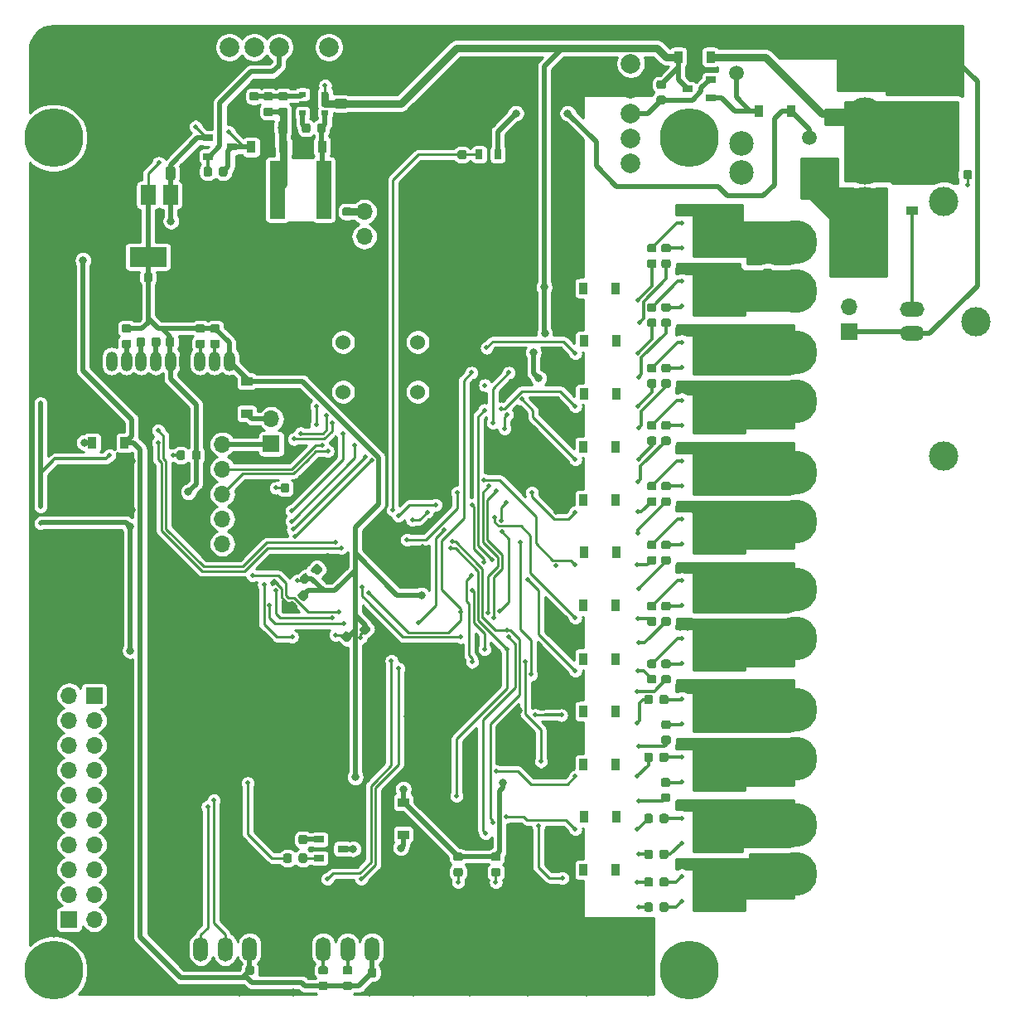
<source format=gbr>
G04 #@! TF.GenerationSoftware,KiCad,Pcbnew,(5.1.4)-1*
G04 #@! TF.CreationDate,2020-01-21T18:11:03+09:00*
G04 #@! TF.ProjectId,Aloe_Set_Meal,416c6f65-5f53-4657-945f-4d65616c2e6b,rev?*
G04 #@! TF.SameCoordinates,Original*
G04 #@! TF.FileFunction,Copper,L2,Bot*
G04 #@! TF.FilePolarity,Positive*
%FSLAX46Y46*%
G04 Gerber Fmt 4.6, Leading zero omitted, Abs format (unit mm)*
G04 Created by KiCad (PCBNEW (5.1.4)-1) date 2020-01-21 18:11:03*
%MOMM*%
%LPD*%
G04 APERTURE LIST*
%ADD10C,4.500000*%
%ADD11C,6.000000*%
%ADD12C,0.100000*%
%ADD13C,0.875000*%
%ADD14C,0.975000*%
%ADD15R,1.200000X0.900000*%
%ADD16R,0.900000X1.200000*%
%ADD17R,1.700000X1.700000*%
%ADD18O,1.700000X1.700000*%
%ADD19O,1.500000X2.500000*%
%ADD20C,3.840000*%
%ADD21R,1.600000X5.900000*%
%ADD22R,1.000000X0.700000*%
%ADD23R,0.700000X1.000000*%
%ADD24C,2.000000*%
%ADD25R,0.700000X0.510000*%
%ADD26C,1.524000*%
%ADD27R,3.800000X2.000000*%
%ADD28R,1.500000X2.000000*%
%ADD29C,2.500000*%
%ADD30C,1.500000*%
%ADD31O,1.200000X2.000000*%
%ADD32C,3.000000*%
%ADD33O,2.500000X1.500000*%
%ADD34C,0.800000*%
%ADD35C,0.500000*%
%ADD36C,1.000000*%
%ADD37C,0.500000*%
%ADD38C,0.250000*%
%ADD39C,0.300000*%
%ADD40C,0.800000*%
%ADD41C,0.254000*%
G04 APERTURE END LIST*
D10*
X175850000Y-110650000D03*
X175850000Y-115650000D03*
D11*
X189000000Y-33000000D03*
X189000000Y-40000000D03*
D12*
G36*
X125477691Y-75776053D02*
G01*
X125498926Y-75779203D01*
X125519750Y-75784419D01*
X125539962Y-75791651D01*
X125559368Y-75800830D01*
X125577781Y-75811866D01*
X125595024Y-75824654D01*
X125610930Y-75839070D01*
X125625346Y-75854976D01*
X125638134Y-75872219D01*
X125649170Y-75890632D01*
X125658349Y-75910038D01*
X125665581Y-75930250D01*
X125670797Y-75951074D01*
X125673947Y-75972309D01*
X125675000Y-75993750D01*
X125675000Y-76506250D01*
X125673947Y-76527691D01*
X125670797Y-76548926D01*
X125665581Y-76569750D01*
X125658349Y-76589962D01*
X125649170Y-76609368D01*
X125638134Y-76627781D01*
X125625346Y-76645024D01*
X125610930Y-76660930D01*
X125595024Y-76675346D01*
X125577781Y-76688134D01*
X125559368Y-76699170D01*
X125539962Y-76708349D01*
X125519750Y-76715581D01*
X125498926Y-76720797D01*
X125477691Y-76723947D01*
X125456250Y-76725000D01*
X125018750Y-76725000D01*
X124997309Y-76723947D01*
X124976074Y-76720797D01*
X124955250Y-76715581D01*
X124935038Y-76708349D01*
X124915632Y-76699170D01*
X124897219Y-76688134D01*
X124879976Y-76675346D01*
X124864070Y-76660930D01*
X124849654Y-76645024D01*
X124836866Y-76627781D01*
X124825830Y-76609368D01*
X124816651Y-76589962D01*
X124809419Y-76569750D01*
X124804203Y-76548926D01*
X124801053Y-76527691D01*
X124800000Y-76506250D01*
X124800000Y-75993750D01*
X124801053Y-75972309D01*
X124804203Y-75951074D01*
X124809419Y-75930250D01*
X124816651Y-75910038D01*
X124825830Y-75890632D01*
X124836866Y-75872219D01*
X124849654Y-75854976D01*
X124864070Y-75839070D01*
X124879976Y-75824654D01*
X124897219Y-75811866D01*
X124915632Y-75800830D01*
X124935038Y-75791651D01*
X124955250Y-75784419D01*
X124976074Y-75779203D01*
X124997309Y-75776053D01*
X125018750Y-75775000D01*
X125456250Y-75775000D01*
X125477691Y-75776053D01*
X125477691Y-75776053D01*
G37*
D13*
X125237500Y-76250000D03*
D12*
G36*
X123902691Y-75776053D02*
G01*
X123923926Y-75779203D01*
X123944750Y-75784419D01*
X123964962Y-75791651D01*
X123984368Y-75800830D01*
X124002781Y-75811866D01*
X124020024Y-75824654D01*
X124035930Y-75839070D01*
X124050346Y-75854976D01*
X124063134Y-75872219D01*
X124074170Y-75890632D01*
X124083349Y-75910038D01*
X124090581Y-75930250D01*
X124095797Y-75951074D01*
X124098947Y-75972309D01*
X124100000Y-75993750D01*
X124100000Y-76506250D01*
X124098947Y-76527691D01*
X124095797Y-76548926D01*
X124090581Y-76569750D01*
X124083349Y-76589962D01*
X124074170Y-76609368D01*
X124063134Y-76627781D01*
X124050346Y-76645024D01*
X124035930Y-76660930D01*
X124020024Y-76675346D01*
X124002781Y-76688134D01*
X123984368Y-76699170D01*
X123964962Y-76708349D01*
X123944750Y-76715581D01*
X123923926Y-76720797D01*
X123902691Y-76723947D01*
X123881250Y-76725000D01*
X123443750Y-76725000D01*
X123422309Y-76723947D01*
X123401074Y-76720797D01*
X123380250Y-76715581D01*
X123360038Y-76708349D01*
X123340632Y-76699170D01*
X123322219Y-76688134D01*
X123304976Y-76675346D01*
X123289070Y-76660930D01*
X123274654Y-76645024D01*
X123261866Y-76627781D01*
X123250830Y-76609368D01*
X123241651Y-76589962D01*
X123234419Y-76569750D01*
X123229203Y-76548926D01*
X123226053Y-76527691D01*
X123225000Y-76506250D01*
X123225000Y-75993750D01*
X123226053Y-75972309D01*
X123229203Y-75951074D01*
X123234419Y-75930250D01*
X123241651Y-75910038D01*
X123250830Y-75890632D01*
X123261866Y-75872219D01*
X123274654Y-75854976D01*
X123289070Y-75839070D01*
X123304976Y-75824654D01*
X123322219Y-75811866D01*
X123340632Y-75800830D01*
X123360038Y-75791651D01*
X123380250Y-75784419D01*
X123401074Y-75779203D01*
X123422309Y-75776053D01*
X123443750Y-75775000D01*
X123881250Y-75775000D01*
X123902691Y-75776053D01*
X123902691Y-75776053D01*
G37*
D13*
X123662500Y-76250000D03*
D12*
G36*
X122227691Y-37401053D02*
G01*
X122248926Y-37404203D01*
X122269750Y-37409419D01*
X122289962Y-37416651D01*
X122309368Y-37425830D01*
X122327781Y-37436866D01*
X122345024Y-37449654D01*
X122360930Y-37464070D01*
X122375346Y-37479976D01*
X122388134Y-37497219D01*
X122399170Y-37515632D01*
X122408349Y-37535038D01*
X122415581Y-37555250D01*
X122420797Y-37576074D01*
X122423947Y-37597309D01*
X122425000Y-37618750D01*
X122425000Y-38056250D01*
X122423947Y-38077691D01*
X122420797Y-38098926D01*
X122415581Y-38119750D01*
X122408349Y-38139962D01*
X122399170Y-38159368D01*
X122388134Y-38177781D01*
X122375346Y-38195024D01*
X122360930Y-38210930D01*
X122345024Y-38225346D01*
X122327781Y-38238134D01*
X122309368Y-38249170D01*
X122289962Y-38258349D01*
X122269750Y-38265581D01*
X122248926Y-38270797D01*
X122227691Y-38273947D01*
X122206250Y-38275000D01*
X121693750Y-38275000D01*
X121672309Y-38273947D01*
X121651074Y-38270797D01*
X121630250Y-38265581D01*
X121610038Y-38258349D01*
X121590632Y-38249170D01*
X121572219Y-38238134D01*
X121554976Y-38225346D01*
X121539070Y-38210930D01*
X121524654Y-38195024D01*
X121511866Y-38177781D01*
X121500830Y-38159368D01*
X121491651Y-38139962D01*
X121484419Y-38119750D01*
X121479203Y-38098926D01*
X121476053Y-38077691D01*
X121475000Y-38056250D01*
X121475000Y-37618750D01*
X121476053Y-37597309D01*
X121479203Y-37576074D01*
X121484419Y-37555250D01*
X121491651Y-37535038D01*
X121500830Y-37515632D01*
X121511866Y-37497219D01*
X121524654Y-37479976D01*
X121539070Y-37464070D01*
X121554976Y-37449654D01*
X121572219Y-37436866D01*
X121590632Y-37425830D01*
X121610038Y-37416651D01*
X121630250Y-37409419D01*
X121651074Y-37404203D01*
X121672309Y-37401053D01*
X121693750Y-37400000D01*
X122206250Y-37400000D01*
X122227691Y-37401053D01*
X122227691Y-37401053D01*
G37*
D13*
X121950000Y-37837500D03*
D12*
G36*
X122227691Y-35826053D02*
G01*
X122248926Y-35829203D01*
X122269750Y-35834419D01*
X122289962Y-35841651D01*
X122309368Y-35850830D01*
X122327781Y-35861866D01*
X122345024Y-35874654D01*
X122360930Y-35889070D01*
X122375346Y-35904976D01*
X122388134Y-35922219D01*
X122399170Y-35940632D01*
X122408349Y-35960038D01*
X122415581Y-35980250D01*
X122420797Y-36001074D01*
X122423947Y-36022309D01*
X122425000Y-36043750D01*
X122425000Y-36481250D01*
X122423947Y-36502691D01*
X122420797Y-36523926D01*
X122415581Y-36544750D01*
X122408349Y-36564962D01*
X122399170Y-36584368D01*
X122388134Y-36602781D01*
X122375346Y-36620024D01*
X122360930Y-36635930D01*
X122345024Y-36650346D01*
X122327781Y-36663134D01*
X122309368Y-36674170D01*
X122289962Y-36683349D01*
X122269750Y-36690581D01*
X122248926Y-36695797D01*
X122227691Y-36698947D01*
X122206250Y-36700000D01*
X121693750Y-36700000D01*
X121672309Y-36698947D01*
X121651074Y-36695797D01*
X121630250Y-36690581D01*
X121610038Y-36683349D01*
X121590632Y-36674170D01*
X121572219Y-36663134D01*
X121554976Y-36650346D01*
X121539070Y-36635930D01*
X121524654Y-36620024D01*
X121511866Y-36602781D01*
X121500830Y-36584368D01*
X121491651Y-36564962D01*
X121484419Y-36544750D01*
X121479203Y-36523926D01*
X121476053Y-36502691D01*
X121475000Y-36481250D01*
X121475000Y-36043750D01*
X121476053Y-36022309D01*
X121479203Y-36001074D01*
X121484419Y-35980250D01*
X121491651Y-35960038D01*
X121500830Y-35940632D01*
X121511866Y-35922219D01*
X121524654Y-35904976D01*
X121539070Y-35889070D01*
X121554976Y-35874654D01*
X121572219Y-35861866D01*
X121590632Y-35850830D01*
X121610038Y-35841651D01*
X121630250Y-35834419D01*
X121651074Y-35829203D01*
X121672309Y-35826053D01*
X121693750Y-35825000D01*
X122206250Y-35825000D01*
X122227691Y-35826053D01*
X122227691Y-35826053D01*
G37*
D13*
X121950000Y-36262500D03*
D12*
G36*
X127627691Y-39026053D02*
G01*
X127648926Y-39029203D01*
X127669750Y-39034419D01*
X127689962Y-39041651D01*
X127709368Y-39050830D01*
X127727781Y-39061866D01*
X127745024Y-39074654D01*
X127760930Y-39089070D01*
X127775346Y-39104976D01*
X127788134Y-39122219D01*
X127799170Y-39140632D01*
X127808349Y-39160038D01*
X127815581Y-39180250D01*
X127820797Y-39201074D01*
X127823947Y-39222309D01*
X127825000Y-39243750D01*
X127825000Y-39756250D01*
X127823947Y-39777691D01*
X127820797Y-39798926D01*
X127815581Y-39819750D01*
X127808349Y-39839962D01*
X127799170Y-39859368D01*
X127788134Y-39877781D01*
X127775346Y-39895024D01*
X127760930Y-39910930D01*
X127745024Y-39925346D01*
X127727781Y-39938134D01*
X127709368Y-39949170D01*
X127689962Y-39958349D01*
X127669750Y-39965581D01*
X127648926Y-39970797D01*
X127627691Y-39973947D01*
X127606250Y-39975000D01*
X127168750Y-39975000D01*
X127147309Y-39973947D01*
X127126074Y-39970797D01*
X127105250Y-39965581D01*
X127085038Y-39958349D01*
X127065632Y-39949170D01*
X127047219Y-39938134D01*
X127029976Y-39925346D01*
X127014070Y-39910930D01*
X126999654Y-39895024D01*
X126986866Y-39877781D01*
X126975830Y-39859368D01*
X126966651Y-39839962D01*
X126959419Y-39819750D01*
X126954203Y-39798926D01*
X126951053Y-39777691D01*
X126950000Y-39756250D01*
X126950000Y-39243750D01*
X126951053Y-39222309D01*
X126954203Y-39201074D01*
X126959419Y-39180250D01*
X126966651Y-39160038D01*
X126975830Y-39140632D01*
X126986866Y-39122219D01*
X126999654Y-39104976D01*
X127014070Y-39089070D01*
X127029976Y-39074654D01*
X127047219Y-39061866D01*
X127065632Y-39050830D01*
X127085038Y-39041651D01*
X127105250Y-39034419D01*
X127126074Y-39029203D01*
X127147309Y-39026053D01*
X127168750Y-39025000D01*
X127606250Y-39025000D01*
X127627691Y-39026053D01*
X127627691Y-39026053D01*
G37*
D13*
X127387500Y-39500000D03*
D12*
G36*
X126052691Y-39026053D02*
G01*
X126073926Y-39029203D01*
X126094750Y-39034419D01*
X126114962Y-39041651D01*
X126134368Y-39050830D01*
X126152781Y-39061866D01*
X126170024Y-39074654D01*
X126185930Y-39089070D01*
X126200346Y-39104976D01*
X126213134Y-39122219D01*
X126224170Y-39140632D01*
X126233349Y-39160038D01*
X126240581Y-39180250D01*
X126245797Y-39201074D01*
X126248947Y-39222309D01*
X126250000Y-39243750D01*
X126250000Y-39756250D01*
X126248947Y-39777691D01*
X126245797Y-39798926D01*
X126240581Y-39819750D01*
X126233349Y-39839962D01*
X126224170Y-39859368D01*
X126213134Y-39877781D01*
X126200346Y-39895024D01*
X126185930Y-39910930D01*
X126170024Y-39925346D01*
X126152781Y-39938134D01*
X126134368Y-39949170D01*
X126114962Y-39958349D01*
X126094750Y-39965581D01*
X126073926Y-39970797D01*
X126052691Y-39973947D01*
X126031250Y-39975000D01*
X125593750Y-39975000D01*
X125572309Y-39973947D01*
X125551074Y-39970797D01*
X125530250Y-39965581D01*
X125510038Y-39958349D01*
X125490632Y-39949170D01*
X125472219Y-39938134D01*
X125454976Y-39925346D01*
X125439070Y-39910930D01*
X125424654Y-39895024D01*
X125411866Y-39877781D01*
X125400830Y-39859368D01*
X125391651Y-39839962D01*
X125384419Y-39819750D01*
X125379203Y-39798926D01*
X125376053Y-39777691D01*
X125375000Y-39756250D01*
X125375000Y-39243750D01*
X125376053Y-39222309D01*
X125379203Y-39201074D01*
X125384419Y-39180250D01*
X125391651Y-39160038D01*
X125400830Y-39140632D01*
X125411866Y-39122219D01*
X125424654Y-39104976D01*
X125439070Y-39089070D01*
X125454976Y-39074654D01*
X125472219Y-39061866D01*
X125490632Y-39050830D01*
X125510038Y-39041651D01*
X125530250Y-39034419D01*
X125551074Y-39029203D01*
X125572309Y-39026053D01*
X125593750Y-39025000D01*
X126031250Y-39025000D01*
X126052691Y-39026053D01*
X126052691Y-39026053D01*
G37*
D13*
X125812500Y-39500000D03*
D12*
G36*
X129830142Y-36526174D02*
G01*
X129853803Y-36529684D01*
X129877007Y-36535496D01*
X129899529Y-36543554D01*
X129921153Y-36553782D01*
X129941670Y-36566079D01*
X129960883Y-36580329D01*
X129978607Y-36596393D01*
X129994671Y-36614117D01*
X130008921Y-36633330D01*
X130021218Y-36653847D01*
X130031446Y-36675471D01*
X130039504Y-36697993D01*
X130045316Y-36721197D01*
X130048826Y-36744858D01*
X130050000Y-36768750D01*
X130050000Y-37256250D01*
X130048826Y-37280142D01*
X130045316Y-37303803D01*
X130039504Y-37327007D01*
X130031446Y-37349529D01*
X130021218Y-37371153D01*
X130008921Y-37391670D01*
X129994671Y-37410883D01*
X129978607Y-37428607D01*
X129960883Y-37444671D01*
X129941670Y-37458921D01*
X129921153Y-37471218D01*
X129899529Y-37481446D01*
X129877007Y-37489504D01*
X129853803Y-37495316D01*
X129830142Y-37498826D01*
X129806250Y-37500000D01*
X128893750Y-37500000D01*
X128869858Y-37498826D01*
X128846197Y-37495316D01*
X128822993Y-37489504D01*
X128800471Y-37481446D01*
X128778847Y-37471218D01*
X128758330Y-37458921D01*
X128739117Y-37444671D01*
X128721393Y-37428607D01*
X128705329Y-37410883D01*
X128691079Y-37391670D01*
X128678782Y-37371153D01*
X128668554Y-37349529D01*
X128660496Y-37327007D01*
X128654684Y-37303803D01*
X128651174Y-37280142D01*
X128650000Y-37256250D01*
X128650000Y-36768750D01*
X128651174Y-36744858D01*
X128654684Y-36721197D01*
X128660496Y-36697993D01*
X128668554Y-36675471D01*
X128678782Y-36653847D01*
X128691079Y-36633330D01*
X128705329Y-36614117D01*
X128721393Y-36596393D01*
X128739117Y-36580329D01*
X128758330Y-36566079D01*
X128778847Y-36553782D01*
X128800471Y-36543554D01*
X128822993Y-36535496D01*
X128846197Y-36529684D01*
X128869858Y-36526174D01*
X128893750Y-36525000D01*
X129806250Y-36525000D01*
X129830142Y-36526174D01*
X129830142Y-36526174D01*
G37*
D14*
X129350000Y-37012500D03*
D12*
G36*
X129830142Y-38401174D02*
G01*
X129853803Y-38404684D01*
X129877007Y-38410496D01*
X129899529Y-38418554D01*
X129921153Y-38428782D01*
X129941670Y-38441079D01*
X129960883Y-38455329D01*
X129978607Y-38471393D01*
X129994671Y-38489117D01*
X130008921Y-38508330D01*
X130021218Y-38528847D01*
X130031446Y-38550471D01*
X130039504Y-38572993D01*
X130045316Y-38596197D01*
X130048826Y-38619858D01*
X130050000Y-38643750D01*
X130050000Y-39131250D01*
X130048826Y-39155142D01*
X130045316Y-39178803D01*
X130039504Y-39202007D01*
X130031446Y-39224529D01*
X130021218Y-39246153D01*
X130008921Y-39266670D01*
X129994671Y-39285883D01*
X129978607Y-39303607D01*
X129960883Y-39319671D01*
X129941670Y-39333921D01*
X129921153Y-39346218D01*
X129899529Y-39356446D01*
X129877007Y-39364504D01*
X129853803Y-39370316D01*
X129830142Y-39373826D01*
X129806250Y-39375000D01*
X128893750Y-39375000D01*
X128869858Y-39373826D01*
X128846197Y-39370316D01*
X128822993Y-39364504D01*
X128800471Y-39356446D01*
X128778847Y-39346218D01*
X128758330Y-39333921D01*
X128739117Y-39319671D01*
X128721393Y-39303607D01*
X128705329Y-39285883D01*
X128691079Y-39266670D01*
X128678782Y-39246153D01*
X128668554Y-39224529D01*
X128660496Y-39202007D01*
X128654684Y-39178803D01*
X128651174Y-39155142D01*
X128650000Y-39131250D01*
X128650000Y-38643750D01*
X128651174Y-38619858D01*
X128654684Y-38596197D01*
X128660496Y-38572993D01*
X128668554Y-38550471D01*
X128678782Y-38528847D01*
X128691079Y-38508330D01*
X128705329Y-38489117D01*
X128721393Y-38471393D01*
X128739117Y-38455329D01*
X128758330Y-38441079D01*
X128778847Y-38428782D01*
X128800471Y-38418554D01*
X128822993Y-38410496D01*
X128846197Y-38404684D01*
X128869858Y-38401174D01*
X128893750Y-38400000D01*
X129806250Y-38400000D01*
X129830142Y-38401174D01*
X129830142Y-38401174D01*
G37*
D14*
X129350000Y-38887500D03*
D12*
G36*
X125501771Y-86689580D02*
G01*
X125523006Y-86692730D01*
X125543830Y-86697946D01*
X125564042Y-86705178D01*
X125583448Y-86714357D01*
X125601861Y-86725393D01*
X125619104Y-86738181D01*
X125635010Y-86752597D01*
X125997403Y-87114990D01*
X126011819Y-87130896D01*
X126024607Y-87148139D01*
X126035643Y-87166552D01*
X126044822Y-87185958D01*
X126052054Y-87206170D01*
X126057270Y-87226994D01*
X126060420Y-87248229D01*
X126061473Y-87269670D01*
X126060420Y-87291111D01*
X126057270Y-87312346D01*
X126052054Y-87333170D01*
X126044822Y-87353382D01*
X126035643Y-87372788D01*
X126024607Y-87391201D01*
X126011819Y-87408444D01*
X125997403Y-87424350D01*
X125688044Y-87733709D01*
X125672138Y-87748125D01*
X125654895Y-87760913D01*
X125636482Y-87771949D01*
X125617076Y-87781128D01*
X125596864Y-87788360D01*
X125576040Y-87793576D01*
X125554805Y-87796726D01*
X125533364Y-87797779D01*
X125511923Y-87796726D01*
X125490688Y-87793576D01*
X125469864Y-87788360D01*
X125449652Y-87781128D01*
X125430246Y-87771949D01*
X125411833Y-87760913D01*
X125394590Y-87748125D01*
X125378684Y-87733709D01*
X125016291Y-87371316D01*
X125001875Y-87355410D01*
X124989087Y-87338167D01*
X124978051Y-87319754D01*
X124968872Y-87300348D01*
X124961640Y-87280136D01*
X124956424Y-87259312D01*
X124953274Y-87238077D01*
X124952221Y-87216636D01*
X124953274Y-87195195D01*
X124956424Y-87173960D01*
X124961640Y-87153136D01*
X124968872Y-87132924D01*
X124978051Y-87113518D01*
X124989087Y-87095105D01*
X125001875Y-87077862D01*
X125016291Y-87061956D01*
X125325650Y-86752597D01*
X125341556Y-86738181D01*
X125358799Y-86725393D01*
X125377212Y-86714357D01*
X125396618Y-86705178D01*
X125416830Y-86697946D01*
X125437654Y-86692730D01*
X125458889Y-86689580D01*
X125480330Y-86688527D01*
X125501771Y-86689580D01*
X125501771Y-86689580D01*
G37*
D13*
X125506847Y-87243153D03*
D12*
G36*
X124388077Y-87803274D02*
G01*
X124409312Y-87806424D01*
X124430136Y-87811640D01*
X124450348Y-87818872D01*
X124469754Y-87828051D01*
X124488167Y-87839087D01*
X124505410Y-87851875D01*
X124521316Y-87866291D01*
X124883709Y-88228684D01*
X124898125Y-88244590D01*
X124910913Y-88261833D01*
X124921949Y-88280246D01*
X124931128Y-88299652D01*
X124938360Y-88319864D01*
X124943576Y-88340688D01*
X124946726Y-88361923D01*
X124947779Y-88383364D01*
X124946726Y-88404805D01*
X124943576Y-88426040D01*
X124938360Y-88446864D01*
X124931128Y-88467076D01*
X124921949Y-88486482D01*
X124910913Y-88504895D01*
X124898125Y-88522138D01*
X124883709Y-88538044D01*
X124574350Y-88847403D01*
X124558444Y-88861819D01*
X124541201Y-88874607D01*
X124522788Y-88885643D01*
X124503382Y-88894822D01*
X124483170Y-88902054D01*
X124462346Y-88907270D01*
X124441111Y-88910420D01*
X124419670Y-88911473D01*
X124398229Y-88910420D01*
X124376994Y-88907270D01*
X124356170Y-88902054D01*
X124335958Y-88894822D01*
X124316552Y-88885643D01*
X124298139Y-88874607D01*
X124280896Y-88861819D01*
X124264990Y-88847403D01*
X123902597Y-88485010D01*
X123888181Y-88469104D01*
X123875393Y-88451861D01*
X123864357Y-88433448D01*
X123855178Y-88414042D01*
X123847946Y-88393830D01*
X123842730Y-88373006D01*
X123839580Y-88351771D01*
X123838527Y-88330330D01*
X123839580Y-88308889D01*
X123842730Y-88287654D01*
X123847946Y-88266830D01*
X123855178Y-88246618D01*
X123864357Y-88227212D01*
X123875393Y-88208799D01*
X123888181Y-88191556D01*
X123902597Y-88175650D01*
X124211956Y-87866291D01*
X124227862Y-87851875D01*
X124245105Y-87839087D01*
X124263518Y-87828051D01*
X124282924Y-87818872D01*
X124303136Y-87811640D01*
X124323960Y-87806424D01*
X124345195Y-87803274D01*
X124366636Y-87802221D01*
X124388077Y-87803274D01*
X124388077Y-87803274D01*
G37*
D13*
X124393153Y-88356847D03*
D12*
G36*
X131891111Y-90139580D02*
G01*
X131912346Y-90142730D01*
X131933170Y-90147946D01*
X131953382Y-90155178D01*
X131972788Y-90164357D01*
X131991201Y-90175393D01*
X132008444Y-90188181D01*
X132024350Y-90202597D01*
X132333709Y-90511956D01*
X132348125Y-90527862D01*
X132360913Y-90545105D01*
X132371949Y-90563518D01*
X132381128Y-90582924D01*
X132388360Y-90603136D01*
X132393576Y-90623960D01*
X132396726Y-90645195D01*
X132397779Y-90666636D01*
X132396726Y-90688077D01*
X132393576Y-90709312D01*
X132388360Y-90730136D01*
X132381128Y-90750348D01*
X132371949Y-90769754D01*
X132360913Y-90788167D01*
X132348125Y-90805410D01*
X132333709Y-90821316D01*
X131971316Y-91183709D01*
X131955410Y-91198125D01*
X131938167Y-91210913D01*
X131919754Y-91221949D01*
X131900348Y-91231128D01*
X131880136Y-91238360D01*
X131859312Y-91243576D01*
X131838077Y-91246726D01*
X131816636Y-91247779D01*
X131795195Y-91246726D01*
X131773960Y-91243576D01*
X131753136Y-91238360D01*
X131732924Y-91231128D01*
X131713518Y-91221949D01*
X131695105Y-91210913D01*
X131677862Y-91198125D01*
X131661956Y-91183709D01*
X131352597Y-90874350D01*
X131338181Y-90858444D01*
X131325393Y-90841201D01*
X131314357Y-90822788D01*
X131305178Y-90803382D01*
X131297946Y-90783170D01*
X131292730Y-90762346D01*
X131289580Y-90741111D01*
X131288527Y-90719670D01*
X131289580Y-90698229D01*
X131292730Y-90676994D01*
X131297946Y-90656170D01*
X131305178Y-90635958D01*
X131314357Y-90616552D01*
X131325393Y-90598139D01*
X131338181Y-90580896D01*
X131352597Y-90564990D01*
X131714990Y-90202597D01*
X131730896Y-90188181D01*
X131748139Y-90175393D01*
X131766552Y-90164357D01*
X131785958Y-90155178D01*
X131806170Y-90147946D01*
X131826994Y-90142730D01*
X131848229Y-90139580D01*
X131869670Y-90138527D01*
X131891111Y-90139580D01*
X131891111Y-90139580D01*
G37*
D13*
X131843153Y-90693153D03*
D12*
G36*
X133004805Y-91253274D02*
G01*
X133026040Y-91256424D01*
X133046864Y-91261640D01*
X133067076Y-91268872D01*
X133086482Y-91278051D01*
X133104895Y-91289087D01*
X133122138Y-91301875D01*
X133138044Y-91316291D01*
X133447403Y-91625650D01*
X133461819Y-91641556D01*
X133474607Y-91658799D01*
X133485643Y-91677212D01*
X133494822Y-91696618D01*
X133502054Y-91716830D01*
X133507270Y-91737654D01*
X133510420Y-91758889D01*
X133511473Y-91780330D01*
X133510420Y-91801771D01*
X133507270Y-91823006D01*
X133502054Y-91843830D01*
X133494822Y-91864042D01*
X133485643Y-91883448D01*
X133474607Y-91901861D01*
X133461819Y-91919104D01*
X133447403Y-91935010D01*
X133085010Y-92297403D01*
X133069104Y-92311819D01*
X133051861Y-92324607D01*
X133033448Y-92335643D01*
X133014042Y-92344822D01*
X132993830Y-92352054D01*
X132973006Y-92357270D01*
X132951771Y-92360420D01*
X132930330Y-92361473D01*
X132908889Y-92360420D01*
X132887654Y-92357270D01*
X132866830Y-92352054D01*
X132846618Y-92344822D01*
X132827212Y-92335643D01*
X132808799Y-92324607D01*
X132791556Y-92311819D01*
X132775650Y-92297403D01*
X132466291Y-91988044D01*
X132451875Y-91972138D01*
X132439087Y-91954895D01*
X132428051Y-91936482D01*
X132418872Y-91917076D01*
X132411640Y-91896864D01*
X132406424Y-91876040D01*
X132403274Y-91854805D01*
X132402221Y-91833364D01*
X132403274Y-91811923D01*
X132406424Y-91790688D01*
X132411640Y-91769864D01*
X132418872Y-91749652D01*
X132428051Y-91730246D01*
X132439087Y-91711833D01*
X132451875Y-91694590D01*
X132466291Y-91678684D01*
X132828684Y-91316291D01*
X132844590Y-91301875D01*
X132861833Y-91289087D01*
X132880246Y-91278051D01*
X132899652Y-91268872D01*
X132919864Y-91261640D01*
X132940688Y-91256424D01*
X132961923Y-91253274D01*
X132983364Y-91252221D01*
X133004805Y-91253274D01*
X133004805Y-91253274D01*
G37*
D13*
X132956847Y-91806847D03*
D12*
G36*
X121830142Y-38751174D02*
G01*
X121853803Y-38754684D01*
X121877007Y-38760496D01*
X121899529Y-38768554D01*
X121921153Y-38778782D01*
X121941670Y-38791079D01*
X121960883Y-38805329D01*
X121978607Y-38821393D01*
X121994671Y-38839117D01*
X122008921Y-38858330D01*
X122021218Y-38878847D01*
X122031446Y-38900471D01*
X122039504Y-38922993D01*
X122045316Y-38946197D01*
X122048826Y-38969858D01*
X122050000Y-38993750D01*
X122050000Y-39906250D01*
X122048826Y-39930142D01*
X122045316Y-39953803D01*
X122039504Y-39977007D01*
X122031446Y-39999529D01*
X122021218Y-40021153D01*
X122008921Y-40041670D01*
X121994671Y-40060883D01*
X121978607Y-40078607D01*
X121960883Y-40094671D01*
X121941670Y-40108921D01*
X121921153Y-40121218D01*
X121899529Y-40131446D01*
X121877007Y-40139504D01*
X121853803Y-40145316D01*
X121830142Y-40148826D01*
X121806250Y-40150000D01*
X121318750Y-40150000D01*
X121294858Y-40148826D01*
X121271197Y-40145316D01*
X121247993Y-40139504D01*
X121225471Y-40131446D01*
X121203847Y-40121218D01*
X121183330Y-40108921D01*
X121164117Y-40094671D01*
X121146393Y-40078607D01*
X121130329Y-40060883D01*
X121116079Y-40041670D01*
X121103782Y-40021153D01*
X121093554Y-39999529D01*
X121085496Y-39977007D01*
X121079684Y-39953803D01*
X121076174Y-39930142D01*
X121075000Y-39906250D01*
X121075000Y-38993750D01*
X121076174Y-38969858D01*
X121079684Y-38946197D01*
X121085496Y-38922993D01*
X121093554Y-38900471D01*
X121103782Y-38878847D01*
X121116079Y-38858330D01*
X121130329Y-38839117D01*
X121146393Y-38821393D01*
X121164117Y-38805329D01*
X121183330Y-38791079D01*
X121203847Y-38778782D01*
X121225471Y-38768554D01*
X121247993Y-38760496D01*
X121271197Y-38754684D01*
X121294858Y-38751174D01*
X121318750Y-38750000D01*
X121806250Y-38750000D01*
X121830142Y-38751174D01*
X121830142Y-38751174D01*
G37*
D14*
X121562500Y-39450000D03*
D12*
G36*
X123705142Y-38751174D02*
G01*
X123728803Y-38754684D01*
X123752007Y-38760496D01*
X123774529Y-38768554D01*
X123796153Y-38778782D01*
X123816670Y-38791079D01*
X123835883Y-38805329D01*
X123853607Y-38821393D01*
X123869671Y-38839117D01*
X123883921Y-38858330D01*
X123896218Y-38878847D01*
X123906446Y-38900471D01*
X123914504Y-38922993D01*
X123920316Y-38946197D01*
X123923826Y-38969858D01*
X123925000Y-38993750D01*
X123925000Y-39906250D01*
X123923826Y-39930142D01*
X123920316Y-39953803D01*
X123914504Y-39977007D01*
X123906446Y-39999529D01*
X123896218Y-40021153D01*
X123883921Y-40041670D01*
X123869671Y-40060883D01*
X123853607Y-40078607D01*
X123835883Y-40094671D01*
X123816670Y-40108921D01*
X123796153Y-40121218D01*
X123774529Y-40131446D01*
X123752007Y-40139504D01*
X123728803Y-40145316D01*
X123705142Y-40148826D01*
X123681250Y-40150000D01*
X123193750Y-40150000D01*
X123169858Y-40148826D01*
X123146197Y-40145316D01*
X123122993Y-40139504D01*
X123100471Y-40131446D01*
X123078847Y-40121218D01*
X123058330Y-40108921D01*
X123039117Y-40094671D01*
X123021393Y-40078607D01*
X123005329Y-40060883D01*
X122991079Y-40041670D01*
X122978782Y-40021153D01*
X122968554Y-39999529D01*
X122960496Y-39977007D01*
X122954684Y-39953803D01*
X122951174Y-39930142D01*
X122950000Y-39906250D01*
X122950000Y-38993750D01*
X122951174Y-38969858D01*
X122954684Y-38946197D01*
X122960496Y-38922993D01*
X122968554Y-38900471D01*
X122978782Y-38878847D01*
X122991079Y-38858330D01*
X123005329Y-38839117D01*
X123021393Y-38821393D01*
X123039117Y-38805329D01*
X123058330Y-38791079D01*
X123078847Y-38778782D01*
X123100471Y-38768554D01*
X123122993Y-38760496D01*
X123146197Y-38754684D01*
X123169858Y-38751174D01*
X123193750Y-38750000D01*
X123681250Y-38750000D01*
X123705142Y-38751174D01*
X123705142Y-38751174D01*
G37*
D14*
X123437500Y-39450000D03*
D12*
G36*
X112230142Y-43401174D02*
G01*
X112253803Y-43404684D01*
X112277007Y-43410496D01*
X112299529Y-43418554D01*
X112321153Y-43428782D01*
X112341670Y-43441079D01*
X112360883Y-43455329D01*
X112378607Y-43471393D01*
X112394671Y-43489117D01*
X112408921Y-43508330D01*
X112421218Y-43528847D01*
X112431446Y-43550471D01*
X112439504Y-43572993D01*
X112445316Y-43596197D01*
X112448826Y-43619858D01*
X112450000Y-43643750D01*
X112450000Y-44556250D01*
X112448826Y-44580142D01*
X112445316Y-44603803D01*
X112439504Y-44627007D01*
X112431446Y-44649529D01*
X112421218Y-44671153D01*
X112408921Y-44691670D01*
X112394671Y-44710883D01*
X112378607Y-44728607D01*
X112360883Y-44744671D01*
X112341670Y-44758921D01*
X112321153Y-44771218D01*
X112299529Y-44781446D01*
X112277007Y-44789504D01*
X112253803Y-44795316D01*
X112230142Y-44798826D01*
X112206250Y-44800000D01*
X111718750Y-44800000D01*
X111694858Y-44798826D01*
X111671197Y-44795316D01*
X111647993Y-44789504D01*
X111625471Y-44781446D01*
X111603847Y-44771218D01*
X111583330Y-44758921D01*
X111564117Y-44744671D01*
X111546393Y-44728607D01*
X111530329Y-44710883D01*
X111516079Y-44691670D01*
X111503782Y-44671153D01*
X111493554Y-44649529D01*
X111485496Y-44627007D01*
X111479684Y-44603803D01*
X111476174Y-44580142D01*
X111475000Y-44556250D01*
X111475000Y-43643750D01*
X111476174Y-43619858D01*
X111479684Y-43596197D01*
X111485496Y-43572993D01*
X111493554Y-43550471D01*
X111503782Y-43528847D01*
X111516079Y-43508330D01*
X111530329Y-43489117D01*
X111546393Y-43471393D01*
X111564117Y-43455329D01*
X111583330Y-43441079D01*
X111603847Y-43428782D01*
X111625471Y-43418554D01*
X111647993Y-43410496D01*
X111671197Y-43404684D01*
X111694858Y-43401174D01*
X111718750Y-43400000D01*
X112206250Y-43400000D01*
X112230142Y-43401174D01*
X112230142Y-43401174D01*
G37*
D14*
X111962500Y-44100000D03*
D12*
G36*
X114105142Y-43401174D02*
G01*
X114128803Y-43404684D01*
X114152007Y-43410496D01*
X114174529Y-43418554D01*
X114196153Y-43428782D01*
X114216670Y-43441079D01*
X114235883Y-43455329D01*
X114253607Y-43471393D01*
X114269671Y-43489117D01*
X114283921Y-43508330D01*
X114296218Y-43528847D01*
X114306446Y-43550471D01*
X114314504Y-43572993D01*
X114320316Y-43596197D01*
X114323826Y-43619858D01*
X114325000Y-43643750D01*
X114325000Y-44556250D01*
X114323826Y-44580142D01*
X114320316Y-44603803D01*
X114314504Y-44627007D01*
X114306446Y-44649529D01*
X114296218Y-44671153D01*
X114283921Y-44691670D01*
X114269671Y-44710883D01*
X114253607Y-44728607D01*
X114235883Y-44744671D01*
X114216670Y-44758921D01*
X114196153Y-44771218D01*
X114174529Y-44781446D01*
X114152007Y-44789504D01*
X114128803Y-44795316D01*
X114105142Y-44798826D01*
X114081250Y-44800000D01*
X113593750Y-44800000D01*
X113569858Y-44798826D01*
X113546197Y-44795316D01*
X113522993Y-44789504D01*
X113500471Y-44781446D01*
X113478847Y-44771218D01*
X113458330Y-44758921D01*
X113439117Y-44744671D01*
X113421393Y-44728607D01*
X113405329Y-44710883D01*
X113391079Y-44691670D01*
X113378782Y-44671153D01*
X113368554Y-44649529D01*
X113360496Y-44627007D01*
X113354684Y-44603803D01*
X113351174Y-44580142D01*
X113350000Y-44556250D01*
X113350000Y-43643750D01*
X113351174Y-43619858D01*
X113354684Y-43596197D01*
X113360496Y-43572993D01*
X113368554Y-43550471D01*
X113378782Y-43528847D01*
X113391079Y-43508330D01*
X113405329Y-43489117D01*
X113421393Y-43471393D01*
X113439117Y-43455329D01*
X113458330Y-43441079D01*
X113478847Y-43428782D01*
X113500471Y-43418554D01*
X113522993Y-43410496D01*
X113546197Y-43404684D01*
X113569858Y-43401174D01*
X113593750Y-43400000D01*
X114081250Y-43400000D01*
X114105142Y-43401174D01*
X114105142Y-43401174D01*
G37*
D14*
X113837500Y-44100000D03*
D12*
G36*
X134377691Y-125276053D02*
G01*
X134398926Y-125279203D01*
X134419750Y-125284419D01*
X134439962Y-125291651D01*
X134459368Y-125300830D01*
X134477781Y-125311866D01*
X134495024Y-125324654D01*
X134510930Y-125339070D01*
X134525346Y-125354976D01*
X134538134Y-125372219D01*
X134549170Y-125390632D01*
X134558349Y-125410038D01*
X134565581Y-125430250D01*
X134570797Y-125451074D01*
X134573947Y-125472309D01*
X134575000Y-125493750D01*
X134575000Y-126006250D01*
X134573947Y-126027691D01*
X134570797Y-126048926D01*
X134565581Y-126069750D01*
X134558349Y-126089962D01*
X134549170Y-126109368D01*
X134538134Y-126127781D01*
X134525346Y-126145024D01*
X134510930Y-126160930D01*
X134495024Y-126175346D01*
X134477781Y-126188134D01*
X134459368Y-126199170D01*
X134439962Y-126208349D01*
X134419750Y-126215581D01*
X134398926Y-126220797D01*
X134377691Y-126223947D01*
X134356250Y-126225000D01*
X133918750Y-126225000D01*
X133897309Y-126223947D01*
X133876074Y-126220797D01*
X133855250Y-126215581D01*
X133835038Y-126208349D01*
X133815632Y-126199170D01*
X133797219Y-126188134D01*
X133779976Y-126175346D01*
X133764070Y-126160930D01*
X133749654Y-126145024D01*
X133736866Y-126127781D01*
X133725830Y-126109368D01*
X133716651Y-126089962D01*
X133709419Y-126069750D01*
X133704203Y-126048926D01*
X133701053Y-126027691D01*
X133700000Y-126006250D01*
X133700000Y-125493750D01*
X133701053Y-125472309D01*
X133704203Y-125451074D01*
X133709419Y-125430250D01*
X133716651Y-125410038D01*
X133725830Y-125390632D01*
X133736866Y-125372219D01*
X133749654Y-125354976D01*
X133764070Y-125339070D01*
X133779976Y-125324654D01*
X133797219Y-125311866D01*
X133815632Y-125300830D01*
X133835038Y-125291651D01*
X133855250Y-125284419D01*
X133876074Y-125279203D01*
X133897309Y-125276053D01*
X133918750Y-125275000D01*
X134356250Y-125275000D01*
X134377691Y-125276053D01*
X134377691Y-125276053D01*
G37*
D13*
X134137500Y-125750000D03*
D12*
G36*
X132802691Y-125276053D02*
G01*
X132823926Y-125279203D01*
X132844750Y-125284419D01*
X132864962Y-125291651D01*
X132884368Y-125300830D01*
X132902781Y-125311866D01*
X132920024Y-125324654D01*
X132935930Y-125339070D01*
X132950346Y-125354976D01*
X132963134Y-125372219D01*
X132974170Y-125390632D01*
X132983349Y-125410038D01*
X132990581Y-125430250D01*
X132995797Y-125451074D01*
X132998947Y-125472309D01*
X133000000Y-125493750D01*
X133000000Y-126006250D01*
X132998947Y-126027691D01*
X132995797Y-126048926D01*
X132990581Y-126069750D01*
X132983349Y-126089962D01*
X132974170Y-126109368D01*
X132963134Y-126127781D01*
X132950346Y-126145024D01*
X132935930Y-126160930D01*
X132920024Y-126175346D01*
X132902781Y-126188134D01*
X132884368Y-126199170D01*
X132864962Y-126208349D01*
X132844750Y-126215581D01*
X132823926Y-126220797D01*
X132802691Y-126223947D01*
X132781250Y-126225000D01*
X132343750Y-126225000D01*
X132322309Y-126223947D01*
X132301074Y-126220797D01*
X132280250Y-126215581D01*
X132260038Y-126208349D01*
X132240632Y-126199170D01*
X132222219Y-126188134D01*
X132204976Y-126175346D01*
X132189070Y-126160930D01*
X132174654Y-126145024D01*
X132161866Y-126127781D01*
X132150830Y-126109368D01*
X132141651Y-126089962D01*
X132134419Y-126069750D01*
X132129203Y-126048926D01*
X132126053Y-126027691D01*
X132125000Y-126006250D01*
X132125000Y-125493750D01*
X132126053Y-125472309D01*
X132129203Y-125451074D01*
X132134419Y-125430250D01*
X132141651Y-125410038D01*
X132150830Y-125390632D01*
X132161866Y-125372219D01*
X132174654Y-125354976D01*
X132189070Y-125339070D01*
X132204976Y-125324654D01*
X132222219Y-125311866D01*
X132240632Y-125300830D01*
X132260038Y-125291651D01*
X132280250Y-125284419D01*
X132301074Y-125279203D01*
X132322309Y-125276053D01*
X132343750Y-125275000D01*
X132781250Y-125275000D01*
X132802691Y-125276053D01*
X132802691Y-125276053D01*
G37*
D13*
X132562500Y-125750000D03*
D12*
G36*
X124641111Y-83839580D02*
G01*
X124662346Y-83842730D01*
X124683170Y-83847946D01*
X124703382Y-83855178D01*
X124722788Y-83864357D01*
X124741201Y-83875393D01*
X124758444Y-83888181D01*
X124774350Y-83902597D01*
X125083709Y-84211956D01*
X125098125Y-84227862D01*
X125110913Y-84245105D01*
X125121949Y-84263518D01*
X125131128Y-84282924D01*
X125138360Y-84303136D01*
X125143576Y-84323960D01*
X125146726Y-84345195D01*
X125147779Y-84366636D01*
X125146726Y-84388077D01*
X125143576Y-84409312D01*
X125138360Y-84430136D01*
X125131128Y-84450348D01*
X125121949Y-84469754D01*
X125110913Y-84488167D01*
X125098125Y-84505410D01*
X125083709Y-84521316D01*
X124721316Y-84883709D01*
X124705410Y-84898125D01*
X124688167Y-84910913D01*
X124669754Y-84921949D01*
X124650348Y-84931128D01*
X124630136Y-84938360D01*
X124609312Y-84943576D01*
X124588077Y-84946726D01*
X124566636Y-84947779D01*
X124545195Y-84946726D01*
X124523960Y-84943576D01*
X124503136Y-84938360D01*
X124482924Y-84931128D01*
X124463518Y-84921949D01*
X124445105Y-84910913D01*
X124427862Y-84898125D01*
X124411956Y-84883709D01*
X124102597Y-84574350D01*
X124088181Y-84558444D01*
X124075393Y-84541201D01*
X124064357Y-84522788D01*
X124055178Y-84503382D01*
X124047946Y-84483170D01*
X124042730Y-84462346D01*
X124039580Y-84441111D01*
X124038527Y-84419670D01*
X124039580Y-84398229D01*
X124042730Y-84376994D01*
X124047946Y-84356170D01*
X124055178Y-84335958D01*
X124064357Y-84316552D01*
X124075393Y-84298139D01*
X124088181Y-84280896D01*
X124102597Y-84264990D01*
X124464990Y-83902597D01*
X124480896Y-83888181D01*
X124498139Y-83875393D01*
X124516552Y-83864357D01*
X124535958Y-83855178D01*
X124556170Y-83847946D01*
X124576994Y-83842730D01*
X124598229Y-83839580D01*
X124619670Y-83838527D01*
X124641111Y-83839580D01*
X124641111Y-83839580D01*
G37*
D13*
X124593153Y-84393153D03*
D12*
G36*
X125754805Y-84953274D02*
G01*
X125776040Y-84956424D01*
X125796864Y-84961640D01*
X125817076Y-84968872D01*
X125836482Y-84978051D01*
X125854895Y-84989087D01*
X125872138Y-85001875D01*
X125888044Y-85016291D01*
X126197403Y-85325650D01*
X126211819Y-85341556D01*
X126224607Y-85358799D01*
X126235643Y-85377212D01*
X126244822Y-85396618D01*
X126252054Y-85416830D01*
X126257270Y-85437654D01*
X126260420Y-85458889D01*
X126261473Y-85480330D01*
X126260420Y-85501771D01*
X126257270Y-85523006D01*
X126252054Y-85543830D01*
X126244822Y-85564042D01*
X126235643Y-85583448D01*
X126224607Y-85601861D01*
X126211819Y-85619104D01*
X126197403Y-85635010D01*
X125835010Y-85997403D01*
X125819104Y-86011819D01*
X125801861Y-86024607D01*
X125783448Y-86035643D01*
X125764042Y-86044822D01*
X125743830Y-86052054D01*
X125723006Y-86057270D01*
X125701771Y-86060420D01*
X125680330Y-86061473D01*
X125658889Y-86060420D01*
X125637654Y-86057270D01*
X125616830Y-86052054D01*
X125596618Y-86044822D01*
X125577212Y-86035643D01*
X125558799Y-86024607D01*
X125541556Y-86011819D01*
X125525650Y-85997403D01*
X125216291Y-85688044D01*
X125201875Y-85672138D01*
X125189087Y-85654895D01*
X125178051Y-85636482D01*
X125168872Y-85617076D01*
X125161640Y-85596864D01*
X125156424Y-85576040D01*
X125153274Y-85554805D01*
X125152221Y-85533364D01*
X125153274Y-85511923D01*
X125156424Y-85490688D01*
X125161640Y-85469864D01*
X125168872Y-85449652D01*
X125178051Y-85430246D01*
X125189087Y-85411833D01*
X125201875Y-85394590D01*
X125216291Y-85378684D01*
X125578684Y-85016291D01*
X125594590Y-85001875D01*
X125611833Y-84989087D01*
X125630246Y-84978051D01*
X125649652Y-84968872D01*
X125669864Y-84961640D01*
X125690688Y-84956424D01*
X125711923Y-84953274D01*
X125733364Y-84952221D01*
X125754805Y-84953274D01*
X125754805Y-84953274D01*
G37*
D13*
X125706847Y-85506847D03*
D12*
G36*
X129901771Y-90889580D02*
G01*
X129923006Y-90892730D01*
X129943830Y-90897946D01*
X129964042Y-90905178D01*
X129983448Y-90914357D01*
X130001861Y-90925393D01*
X130019104Y-90938181D01*
X130035010Y-90952597D01*
X130397403Y-91314990D01*
X130411819Y-91330896D01*
X130424607Y-91348139D01*
X130435643Y-91366552D01*
X130444822Y-91385958D01*
X130452054Y-91406170D01*
X130457270Y-91426994D01*
X130460420Y-91448229D01*
X130461473Y-91469670D01*
X130460420Y-91491111D01*
X130457270Y-91512346D01*
X130452054Y-91533170D01*
X130444822Y-91553382D01*
X130435643Y-91572788D01*
X130424607Y-91591201D01*
X130411819Y-91608444D01*
X130397403Y-91624350D01*
X130088044Y-91933709D01*
X130072138Y-91948125D01*
X130054895Y-91960913D01*
X130036482Y-91971949D01*
X130017076Y-91981128D01*
X129996864Y-91988360D01*
X129976040Y-91993576D01*
X129954805Y-91996726D01*
X129933364Y-91997779D01*
X129911923Y-91996726D01*
X129890688Y-91993576D01*
X129869864Y-91988360D01*
X129849652Y-91981128D01*
X129830246Y-91971949D01*
X129811833Y-91960913D01*
X129794590Y-91948125D01*
X129778684Y-91933709D01*
X129416291Y-91571316D01*
X129401875Y-91555410D01*
X129389087Y-91538167D01*
X129378051Y-91519754D01*
X129368872Y-91500348D01*
X129361640Y-91480136D01*
X129356424Y-91459312D01*
X129353274Y-91438077D01*
X129352221Y-91416636D01*
X129353274Y-91395195D01*
X129356424Y-91373960D01*
X129361640Y-91353136D01*
X129368872Y-91332924D01*
X129378051Y-91313518D01*
X129389087Y-91295105D01*
X129401875Y-91277862D01*
X129416291Y-91261956D01*
X129725650Y-90952597D01*
X129741556Y-90938181D01*
X129758799Y-90925393D01*
X129777212Y-90914357D01*
X129796618Y-90905178D01*
X129816830Y-90897946D01*
X129837654Y-90892730D01*
X129858889Y-90889580D01*
X129880330Y-90888527D01*
X129901771Y-90889580D01*
X129901771Y-90889580D01*
G37*
D13*
X129906847Y-91443153D03*
D12*
G36*
X128788077Y-92003274D02*
G01*
X128809312Y-92006424D01*
X128830136Y-92011640D01*
X128850348Y-92018872D01*
X128869754Y-92028051D01*
X128888167Y-92039087D01*
X128905410Y-92051875D01*
X128921316Y-92066291D01*
X129283709Y-92428684D01*
X129298125Y-92444590D01*
X129310913Y-92461833D01*
X129321949Y-92480246D01*
X129331128Y-92499652D01*
X129338360Y-92519864D01*
X129343576Y-92540688D01*
X129346726Y-92561923D01*
X129347779Y-92583364D01*
X129346726Y-92604805D01*
X129343576Y-92626040D01*
X129338360Y-92646864D01*
X129331128Y-92667076D01*
X129321949Y-92686482D01*
X129310913Y-92704895D01*
X129298125Y-92722138D01*
X129283709Y-92738044D01*
X128974350Y-93047403D01*
X128958444Y-93061819D01*
X128941201Y-93074607D01*
X128922788Y-93085643D01*
X128903382Y-93094822D01*
X128883170Y-93102054D01*
X128862346Y-93107270D01*
X128841111Y-93110420D01*
X128819670Y-93111473D01*
X128798229Y-93110420D01*
X128776994Y-93107270D01*
X128756170Y-93102054D01*
X128735958Y-93094822D01*
X128716552Y-93085643D01*
X128698139Y-93074607D01*
X128680896Y-93061819D01*
X128664990Y-93047403D01*
X128302597Y-92685010D01*
X128288181Y-92669104D01*
X128275393Y-92651861D01*
X128264357Y-92633448D01*
X128255178Y-92614042D01*
X128247946Y-92593830D01*
X128242730Y-92573006D01*
X128239580Y-92551771D01*
X128238527Y-92530330D01*
X128239580Y-92508889D01*
X128242730Y-92487654D01*
X128247946Y-92466830D01*
X128255178Y-92446618D01*
X128264357Y-92427212D01*
X128275393Y-92408799D01*
X128288181Y-92391556D01*
X128302597Y-92375650D01*
X128611956Y-92066291D01*
X128627862Y-92051875D01*
X128645105Y-92039087D01*
X128663518Y-92028051D01*
X128682924Y-92018872D01*
X128703136Y-92011640D01*
X128723960Y-92006424D01*
X128745195Y-92003274D01*
X128766636Y-92002221D01*
X128788077Y-92003274D01*
X128788077Y-92003274D01*
G37*
D13*
X128793153Y-92556847D03*
D12*
G36*
X109902691Y-54276053D02*
G01*
X109923926Y-54279203D01*
X109944750Y-54284419D01*
X109964962Y-54291651D01*
X109984368Y-54300830D01*
X110002781Y-54311866D01*
X110020024Y-54324654D01*
X110035930Y-54339070D01*
X110050346Y-54354976D01*
X110063134Y-54372219D01*
X110074170Y-54390632D01*
X110083349Y-54410038D01*
X110090581Y-54430250D01*
X110095797Y-54451074D01*
X110098947Y-54472309D01*
X110100000Y-54493750D01*
X110100000Y-55006250D01*
X110098947Y-55027691D01*
X110095797Y-55048926D01*
X110090581Y-55069750D01*
X110083349Y-55089962D01*
X110074170Y-55109368D01*
X110063134Y-55127781D01*
X110050346Y-55145024D01*
X110035930Y-55160930D01*
X110020024Y-55175346D01*
X110002781Y-55188134D01*
X109984368Y-55199170D01*
X109964962Y-55208349D01*
X109944750Y-55215581D01*
X109923926Y-55220797D01*
X109902691Y-55223947D01*
X109881250Y-55225000D01*
X109443750Y-55225000D01*
X109422309Y-55223947D01*
X109401074Y-55220797D01*
X109380250Y-55215581D01*
X109360038Y-55208349D01*
X109340632Y-55199170D01*
X109322219Y-55188134D01*
X109304976Y-55175346D01*
X109289070Y-55160930D01*
X109274654Y-55145024D01*
X109261866Y-55127781D01*
X109250830Y-55109368D01*
X109241651Y-55089962D01*
X109234419Y-55069750D01*
X109229203Y-55048926D01*
X109226053Y-55027691D01*
X109225000Y-55006250D01*
X109225000Y-54493750D01*
X109226053Y-54472309D01*
X109229203Y-54451074D01*
X109234419Y-54430250D01*
X109241651Y-54410038D01*
X109250830Y-54390632D01*
X109261866Y-54372219D01*
X109274654Y-54354976D01*
X109289070Y-54339070D01*
X109304976Y-54324654D01*
X109322219Y-54311866D01*
X109340632Y-54300830D01*
X109360038Y-54291651D01*
X109380250Y-54284419D01*
X109401074Y-54279203D01*
X109422309Y-54276053D01*
X109443750Y-54275000D01*
X109881250Y-54275000D01*
X109902691Y-54276053D01*
X109902691Y-54276053D01*
G37*
D13*
X109662500Y-54750000D03*
D12*
G36*
X111477691Y-54276053D02*
G01*
X111498926Y-54279203D01*
X111519750Y-54284419D01*
X111539962Y-54291651D01*
X111559368Y-54300830D01*
X111577781Y-54311866D01*
X111595024Y-54324654D01*
X111610930Y-54339070D01*
X111625346Y-54354976D01*
X111638134Y-54372219D01*
X111649170Y-54390632D01*
X111658349Y-54410038D01*
X111665581Y-54430250D01*
X111670797Y-54451074D01*
X111673947Y-54472309D01*
X111675000Y-54493750D01*
X111675000Y-55006250D01*
X111673947Y-55027691D01*
X111670797Y-55048926D01*
X111665581Y-55069750D01*
X111658349Y-55089962D01*
X111649170Y-55109368D01*
X111638134Y-55127781D01*
X111625346Y-55145024D01*
X111610930Y-55160930D01*
X111595024Y-55175346D01*
X111577781Y-55188134D01*
X111559368Y-55199170D01*
X111539962Y-55208349D01*
X111519750Y-55215581D01*
X111498926Y-55220797D01*
X111477691Y-55223947D01*
X111456250Y-55225000D01*
X111018750Y-55225000D01*
X110997309Y-55223947D01*
X110976074Y-55220797D01*
X110955250Y-55215581D01*
X110935038Y-55208349D01*
X110915632Y-55199170D01*
X110897219Y-55188134D01*
X110879976Y-55175346D01*
X110864070Y-55160930D01*
X110849654Y-55145024D01*
X110836866Y-55127781D01*
X110825830Y-55109368D01*
X110816651Y-55089962D01*
X110809419Y-55069750D01*
X110804203Y-55048926D01*
X110801053Y-55027691D01*
X110800000Y-55006250D01*
X110800000Y-54493750D01*
X110801053Y-54472309D01*
X110804203Y-54451074D01*
X110809419Y-54430250D01*
X110816651Y-54410038D01*
X110825830Y-54390632D01*
X110836866Y-54372219D01*
X110849654Y-54354976D01*
X110864070Y-54339070D01*
X110879976Y-54324654D01*
X110897219Y-54311866D01*
X110915632Y-54300830D01*
X110935038Y-54291651D01*
X110955250Y-54284419D01*
X110976074Y-54279203D01*
X110997309Y-54276053D01*
X111018750Y-54275000D01*
X111456250Y-54275000D01*
X111477691Y-54276053D01*
X111477691Y-54276053D01*
G37*
D13*
X111237500Y-54750000D03*
D12*
G36*
X173277691Y-52276053D02*
G01*
X173298926Y-52279203D01*
X173319750Y-52284419D01*
X173339962Y-52291651D01*
X173359368Y-52300830D01*
X173377781Y-52311866D01*
X173395024Y-52324654D01*
X173410930Y-52339070D01*
X173425346Y-52354976D01*
X173438134Y-52372219D01*
X173449170Y-52390632D01*
X173458349Y-52410038D01*
X173465581Y-52430250D01*
X173470797Y-52451074D01*
X173473947Y-52472309D01*
X173475000Y-52493750D01*
X173475000Y-52931250D01*
X173473947Y-52952691D01*
X173470797Y-52973926D01*
X173465581Y-52994750D01*
X173458349Y-53014962D01*
X173449170Y-53034368D01*
X173438134Y-53052781D01*
X173425346Y-53070024D01*
X173410930Y-53085930D01*
X173395024Y-53100346D01*
X173377781Y-53113134D01*
X173359368Y-53124170D01*
X173339962Y-53133349D01*
X173319750Y-53140581D01*
X173298926Y-53145797D01*
X173277691Y-53148947D01*
X173256250Y-53150000D01*
X172743750Y-53150000D01*
X172722309Y-53148947D01*
X172701074Y-53145797D01*
X172680250Y-53140581D01*
X172660038Y-53133349D01*
X172640632Y-53124170D01*
X172622219Y-53113134D01*
X172604976Y-53100346D01*
X172589070Y-53085930D01*
X172574654Y-53070024D01*
X172561866Y-53052781D01*
X172550830Y-53034368D01*
X172541651Y-53014962D01*
X172534419Y-52994750D01*
X172529203Y-52973926D01*
X172526053Y-52952691D01*
X172525000Y-52931250D01*
X172525000Y-52493750D01*
X172526053Y-52472309D01*
X172529203Y-52451074D01*
X172534419Y-52430250D01*
X172541651Y-52410038D01*
X172550830Y-52390632D01*
X172561866Y-52372219D01*
X172574654Y-52354976D01*
X172589070Y-52339070D01*
X172604976Y-52324654D01*
X172622219Y-52311866D01*
X172640632Y-52300830D01*
X172660038Y-52291651D01*
X172680250Y-52284419D01*
X172701074Y-52279203D01*
X172722309Y-52276053D01*
X172743750Y-52275000D01*
X173256250Y-52275000D01*
X173277691Y-52276053D01*
X173277691Y-52276053D01*
G37*
D13*
X173000000Y-52712500D03*
D12*
G36*
X173277691Y-53851053D02*
G01*
X173298926Y-53854203D01*
X173319750Y-53859419D01*
X173339962Y-53866651D01*
X173359368Y-53875830D01*
X173377781Y-53886866D01*
X173395024Y-53899654D01*
X173410930Y-53914070D01*
X173425346Y-53929976D01*
X173438134Y-53947219D01*
X173449170Y-53965632D01*
X173458349Y-53985038D01*
X173465581Y-54005250D01*
X173470797Y-54026074D01*
X173473947Y-54047309D01*
X173475000Y-54068750D01*
X173475000Y-54506250D01*
X173473947Y-54527691D01*
X173470797Y-54548926D01*
X173465581Y-54569750D01*
X173458349Y-54589962D01*
X173449170Y-54609368D01*
X173438134Y-54627781D01*
X173425346Y-54645024D01*
X173410930Y-54660930D01*
X173395024Y-54675346D01*
X173377781Y-54688134D01*
X173359368Y-54699170D01*
X173339962Y-54708349D01*
X173319750Y-54715581D01*
X173298926Y-54720797D01*
X173277691Y-54723947D01*
X173256250Y-54725000D01*
X172743750Y-54725000D01*
X172722309Y-54723947D01*
X172701074Y-54720797D01*
X172680250Y-54715581D01*
X172660038Y-54708349D01*
X172640632Y-54699170D01*
X172622219Y-54688134D01*
X172604976Y-54675346D01*
X172589070Y-54660930D01*
X172574654Y-54645024D01*
X172561866Y-54627781D01*
X172550830Y-54609368D01*
X172541651Y-54589962D01*
X172534419Y-54569750D01*
X172529203Y-54548926D01*
X172526053Y-54527691D01*
X172525000Y-54506250D01*
X172525000Y-54068750D01*
X172526053Y-54047309D01*
X172529203Y-54026074D01*
X172534419Y-54005250D01*
X172541651Y-53985038D01*
X172550830Y-53965632D01*
X172561866Y-53947219D01*
X172574654Y-53929976D01*
X172589070Y-53914070D01*
X172604976Y-53899654D01*
X172622219Y-53886866D01*
X172640632Y-53875830D01*
X172660038Y-53866651D01*
X172680250Y-53859419D01*
X172701074Y-53854203D01*
X172722309Y-53851053D01*
X172743750Y-53850000D01*
X173256250Y-53850000D01*
X173277691Y-53851053D01*
X173277691Y-53851053D01*
G37*
D13*
X173000000Y-54287500D03*
D12*
G36*
X173277691Y-76026053D02*
G01*
X173298926Y-76029203D01*
X173319750Y-76034419D01*
X173339962Y-76041651D01*
X173359368Y-76050830D01*
X173377781Y-76061866D01*
X173395024Y-76074654D01*
X173410930Y-76089070D01*
X173425346Y-76104976D01*
X173438134Y-76122219D01*
X173449170Y-76140632D01*
X173458349Y-76160038D01*
X173465581Y-76180250D01*
X173470797Y-76201074D01*
X173473947Y-76222309D01*
X173475000Y-76243750D01*
X173475000Y-76681250D01*
X173473947Y-76702691D01*
X173470797Y-76723926D01*
X173465581Y-76744750D01*
X173458349Y-76764962D01*
X173449170Y-76784368D01*
X173438134Y-76802781D01*
X173425346Y-76820024D01*
X173410930Y-76835930D01*
X173395024Y-76850346D01*
X173377781Y-76863134D01*
X173359368Y-76874170D01*
X173339962Y-76883349D01*
X173319750Y-76890581D01*
X173298926Y-76895797D01*
X173277691Y-76898947D01*
X173256250Y-76900000D01*
X172743750Y-76900000D01*
X172722309Y-76898947D01*
X172701074Y-76895797D01*
X172680250Y-76890581D01*
X172660038Y-76883349D01*
X172640632Y-76874170D01*
X172622219Y-76863134D01*
X172604976Y-76850346D01*
X172589070Y-76835930D01*
X172574654Y-76820024D01*
X172561866Y-76802781D01*
X172550830Y-76784368D01*
X172541651Y-76764962D01*
X172534419Y-76744750D01*
X172529203Y-76723926D01*
X172526053Y-76702691D01*
X172525000Y-76681250D01*
X172525000Y-76243750D01*
X172526053Y-76222309D01*
X172529203Y-76201074D01*
X172534419Y-76180250D01*
X172541651Y-76160038D01*
X172550830Y-76140632D01*
X172561866Y-76122219D01*
X172574654Y-76104976D01*
X172589070Y-76089070D01*
X172604976Y-76074654D01*
X172622219Y-76061866D01*
X172640632Y-76050830D01*
X172660038Y-76041651D01*
X172680250Y-76034419D01*
X172701074Y-76029203D01*
X172722309Y-76026053D01*
X172743750Y-76025000D01*
X173256250Y-76025000D01*
X173277691Y-76026053D01*
X173277691Y-76026053D01*
G37*
D13*
X173000000Y-76462500D03*
D12*
G36*
X173277691Y-77601053D02*
G01*
X173298926Y-77604203D01*
X173319750Y-77609419D01*
X173339962Y-77616651D01*
X173359368Y-77625830D01*
X173377781Y-77636866D01*
X173395024Y-77649654D01*
X173410930Y-77664070D01*
X173425346Y-77679976D01*
X173438134Y-77697219D01*
X173449170Y-77715632D01*
X173458349Y-77735038D01*
X173465581Y-77755250D01*
X173470797Y-77776074D01*
X173473947Y-77797309D01*
X173475000Y-77818750D01*
X173475000Y-78256250D01*
X173473947Y-78277691D01*
X173470797Y-78298926D01*
X173465581Y-78319750D01*
X173458349Y-78339962D01*
X173449170Y-78359368D01*
X173438134Y-78377781D01*
X173425346Y-78395024D01*
X173410930Y-78410930D01*
X173395024Y-78425346D01*
X173377781Y-78438134D01*
X173359368Y-78449170D01*
X173339962Y-78458349D01*
X173319750Y-78465581D01*
X173298926Y-78470797D01*
X173277691Y-78473947D01*
X173256250Y-78475000D01*
X172743750Y-78475000D01*
X172722309Y-78473947D01*
X172701074Y-78470797D01*
X172680250Y-78465581D01*
X172660038Y-78458349D01*
X172640632Y-78449170D01*
X172622219Y-78438134D01*
X172604976Y-78425346D01*
X172589070Y-78410930D01*
X172574654Y-78395024D01*
X172561866Y-78377781D01*
X172550830Y-78359368D01*
X172541651Y-78339962D01*
X172534419Y-78319750D01*
X172529203Y-78298926D01*
X172526053Y-78277691D01*
X172525000Y-78256250D01*
X172525000Y-77818750D01*
X172526053Y-77797309D01*
X172529203Y-77776074D01*
X172534419Y-77755250D01*
X172541651Y-77735038D01*
X172550830Y-77715632D01*
X172561866Y-77697219D01*
X172574654Y-77679976D01*
X172589070Y-77664070D01*
X172604976Y-77649654D01*
X172622219Y-77636866D01*
X172640632Y-77625830D01*
X172660038Y-77616651D01*
X172680250Y-77609419D01*
X172701074Y-77604203D01*
X172722309Y-77601053D01*
X172743750Y-77600000D01*
X173256250Y-77600000D01*
X173277691Y-77601053D01*
X173277691Y-77601053D01*
G37*
D13*
X173000000Y-78037500D03*
D12*
G36*
X173277691Y-100276053D02*
G01*
X173298926Y-100279203D01*
X173319750Y-100284419D01*
X173339962Y-100291651D01*
X173359368Y-100300830D01*
X173377781Y-100311866D01*
X173395024Y-100324654D01*
X173410930Y-100339070D01*
X173425346Y-100354976D01*
X173438134Y-100372219D01*
X173449170Y-100390632D01*
X173458349Y-100410038D01*
X173465581Y-100430250D01*
X173470797Y-100451074D01*
X173473947Y-100472309D01*
X173475000Y-100493750D01*
X173475000Y-100931250D01*
X173473947Y-100952691D01*
X173470797Y-100973926D01*
X173465581Y-100994750D01*
X173458349Y-101014962D01*
X173449170Y-101034368D01*
X173438134Y-101052781D01*
X173425346Y-101070024D01*
X173410930Y-101085930D01*
X173395024Y-101100346D01*
X173377781Y-101113134D01*
X173359368Y-101124170D01*
X173339962Y-101133349D01*
X173319750Y-101140581D01*
X173298926Y-101145797D01*
X173277691Y-101148947D01*
X173256250Y-101150000D01*
X172743750Y-101150000D01*
X172722309Y-101148947D01*
X172701074Y-101145797D01*
X172680250Y-101140581D01*
X172660038Y-101133349D01*
X172640632Y-101124170D01*
X172622219Y-101113134D01*
X172604976Y-101100346D01*
X172589070Y-101085930D01*
X172574654Y-101070024D01*
X172561866Y-101052781D01*
X172550830Y-101034368D01*
X172541651Y-101014962D01*
X172534419Y-100994750D01*
X172529203Y-100973926D01*
X172526053Y-100952691D01*
X172525000Y-100931250D01*
X172525000Y-100493750D01*
X172526053Y-100472309D01*
X172529203Y-100451074D01*
X172534419Y-100430250D01*
X172541651Y-100410038D01*
X172550830Y-100390632D01*
X172561866Y-100372219D01*
X172574654Y-100354976D01*
X172589070Y-100339070D01*
X172604976Y-100324654D01*
X172622219Y-100311866D01*
X172640632Y-100300830D01*
X172660038Y-100291651D01*
X172680250Y-100284419D01*
X172701074Y-100279203D01*
X172722309Y-100276053D01*
X172743750Y-100275000D01*
X173256250Y-100275000D01*
X173277691Y-100276053D01*
X173277691Y-100276053D01*
G37*
D13*
X173000000Y-100712500D03*
D12*
G36*
X173277691Y-101851053D02*
G01*
X173298926Y-101854203D01*
X173319750Y-101859419D01*
X173339962Y-101866651D01*
X173359368Y-101875830D01*
X173377781Y-101886866D01*
X173395024Y-101899654D01*
X173410930Y-101914070D01*
X173425346Y-101929976D01*
X173438134Y-101947219D01*
X173449170Y-101965632D01*
X173458349Y-101985038D01*
X173465581Y-102005250D01*
X173470797Y-102026074D01*
X173473947Y-102047309D01*
X173475000Y-102068750D01*
X173475000Y-102506250D01*
X173473947Y-102527691D01*
X173470797Y-102548926D01*
X173465581Y-102569750D01*
X173458349Y-102589962D01*
X173449170Y-102609368D01*
X173438134Y-102627781D01*
X173425346Y-102645024D01*
X173410930Y-102660930D01*
X173395024Y-102675346D01*
X173377781Y-102688134D01*
X173359368Y-102699170D01*
X173339962Y-102708349D01*
X173319750Y-102715581D01*
X173298926Y-102720797D01*
X173277691Y-102723947D01*
X173256250Y-102725000D01*
X172743750Y-102725000D01*
X172722309Y-102723947D01*
X172701074Y-102720797D01*
X172680250Y-102715581D01*
X172660038Y-102708349D01*
X172640632Y-102699170D01*
X172622219Y-102688134D01*
X172604976Y-102675346D01*
X172589070Y-102660930D01*
X172574654Y-102645024D01*
X172561866Y-102627781D01*
X172550830Y-102609368D01*
X172541651Y-102589962D01*
X172534419Y-102569750D01*
X172529203Y-102548926D01*
X172526053Y-102527691D01*
X172525000Y-102506250D01*
X172525000Y-102068750D01*
X172526053Y-102047309D01*
X172529203Y-102026074D01*
X172534419Y-102005250D01*
X172541651Y-101985038D01*
X172550830Y-101965632D01*
X172561866Y-101947219D01*
X172574654Y-101929976D01*
X172589070Y-101914070D01*
X172604976Y-101899654D01*
X172622219Y-101886866D01*
X172640632Y-101875830D01*
X172660038Y-101866651D01*
X172680250Y-101859419D01*
X172701074Y-101854203D01*
X172722309Y-101851053D01*
X172743750Y-101850000D01*
X173256250Y-101850000D01*
X173277691Y-101851053D01*
X173277691Y-101851053D01*
G37*
D13*
X173000000Y-102287500D03*
D12*
G36*
X173277691Y-65351053D02*
G01*
X173298926Y-65354203D01*
X173319750Y-65359419D01*
X173339962Y-65366651D01*
X173359368Y-65375830D01*
X173377781Y-65386866D01*
X173395024Y-65399654D01*
X173410930Y-65414070D01*
X173425346Y-65429976D01*
X173438134Y-65447219D01*
X173449170Y-65465632D01*
X173458349Y-65485038D01*
X173465581Y-65505250D01*
X173470797Y-65526074D01*
X173473947Y-65547309D01*
X173475000Y-65568750D01*
X173475000Y-66006250D01*
X173473947Y-66027691D01*
X173470797Y-66048926D01*
X173465581Y-66069750D01*
X173458349Y-66089962D01*
X173449170Y-66109368D01*
X173438134Y-66127781D01*
X173425346Y-66145024D01*
X173410930Y-66160930D01*
X173395024Y-66175346D01*
X173377781Y-66188134D01*
X173359368Y-66199170D01*
X173339962Y-66208349D01*
X173319750Y-66215581D01*
X173298926Y-66220797D01*
X173277691Y-66223947D01*
X173256250Y-66225000D01*
X172743750Y-66225000D01*
X172722309Y-66223947D01*
X172701074Y-66220797D01*
X172680250Y-66215581D01*
X172660038Y-66208349D01*
X172640632Y-66199170D01*
X172622219Y-66188134D01*
X172604976Y-66175346D01*
X172589070Y-66160930D01*
X172574654Y-66145024D01*
X172561866Y-66127781D01*
X172550830Y-66109368D01*
X172541651Y-66089962D01*
X172534419Y-66069750D01*
X172529203Y-66048926D01*
X172526053Y-66027691D01*
X172525000Y-66006250D01*
X172525000Y-65568750D01*
X172526053Y-65547309D01*
X172529203Y-65526074D01*
X172534419Y-65505250D01*
X172541651Y-65485038D01*
X172550830Y-65465632D01*
X172561866Y-65447219D01*
X172574654Y-65429976D01*
X172589070Y-65414070D01*
X172604976Y-65399654D01*
X172622219Y-65386866D01*
X172640632Y-65375830D01*
X172660038Y-65366651D01*
X172680250Y-65359419D01*
X172701074Y-65354203D01*
X172722309Y-65351053D01*
X172743750Y-65350000D01*
X173256250Y-65350000D01*
X173277691Y-65351053D01*
X173277691Y-65351053D01*
G37*
D13*
X173000000Y-65787500D03*
D12*
G36*
X173277691Y-63776053D02*
G01*
X173298926Y-63779203D01*
X173319750Y-63784419D01*
X173339962Y-63791651D01*
X173359368Y-63800830D01*
X173377781Y-63811866D01*
X173395024Y-63824654D01*
X173410930Y-63839070D01*
X173425346Y-63854976D01*
X173438134Y-63872219D01*
X173449170Y-63890632D01*
X173458349Y-63910038D01*
X173465581Y-63930250D01*
X173470797Y-63951074D01*
X173473947Y-63972309D01*
X173475000Y-63993750D01*
X173475000Y-64431250D01*
X173473947Y-64452691D01*
X173470797Y-64473926D01*
X173465581Y-64494750D01*
X173458349Y-64514962D01*
X173449170Y-64534368D01*
X173438134Y-64552781D01*
X173425346Y-64570024D01*
X173410930Y-64585930D01*
X173395024Y-64600346D01*
X173377781Y-64613134D01*
X173359368Y-64624170D01*
X173339962Y-64633349D01*
X173319750Y-64640581D01*
X173298926Y-64645797D01*
X173277691Y-64648947D01*
X173256250Y-64650000D01*
X172743750Y-64650000D01*
X172722309Y-64648947D01*
X172701074Y-64645797D01*
X172680250Y-64640581D01*
X172660038Y-64633349D01*
X172640632Y-64624170D01*
X172622219Y-64613134D01*
X172604976Y-64600346D01*
X172589070Y-64585930D01*
X172574654Y-64570024D01*
X172561866Y-64552781D01*
X172550830Y-64534368D01*
X172541651Y-64514962D01*
X172534419Y-64494750D01*
X172529203Y-64473926D01*
X172526053Y-64452691D01*
X172525000Y-64431250D01*
X172525000Y-63993750D01*
X172526053Y-63972309D01*
X172529203Y-63951074D01*
X172534419Y-63930250D01*
X172541651Y-63910038D01*
X172550830Y-63890632D01*
X172561866Y-63872219D01*
X172574654Y-63854976D01*
X172589070Y-63839070D01*
X172604976Y-63824654D01*
X172622219Y-63811866D01*
X172640632Y-63800830D01*
X172660038Y-63791651D01*
X172680250Y-63784419D01*
X172701074Y-63779203D01*
X172722309Y-63776053D01*
X172743750Y-63775000D01*
X173256250Y-63775000D01*
X173277691Y-63776053D01*
X173277691Y-63776053D01*
G37*
D13*
X173000000Y-64212500D03*
D12*
G36*
X173277691Y-89601053D02*
G01*
X173298926Y-89604203D01*
X173319750Y-89609419D01*
X173339962Y-89616651D01*
X173359368Y-89625830D01*
X173377781Y-89636866D01*
X173395024Y-89649654D01*
X173410930Y-89664070D01*
X173425346Y-89679976D01*
X173438134Y-89697219D01*
X173449170Y-89715632D01*
X173458349Y-89735038D01*
X173465581Y-89755250D01*
X173470797Y-89776074D01*
X173473947Y-89797309D01*
X173475000Y-89818750D01*
X173475000Y-90256250D01*
X173473947Y-90277691D01*
X173470797Y-90298926D01*
X173465581Y-90319750D01*
X173458349Y-90339962D01*
X173449170Y-90359368D01*
X173438134Y-90377781D01*
X173425346Y-90395024D01*
X173410930Y-90410930D01*
X173395024Y-90425346D01*
X173377781Y-90438134D01*
X173359368Y-90449170D01*
X173339962Y-90458349D01*
X173319750Y-90465581D01*
X173298926Y-90470797D01*
X173277691Y-90473947D01*
X173256250Y-90475000D01*
X172743750Y-90475000D01*
X172722309Y-90473947D01*
X172701074Y-90470797D01*
X172680250Y-90465581D01*
X172660038Y-90458349D01*
X172640632Y-90449170D01*
X172622219Y-90438134D01*
X172604976Y-90425346D01*
X172589070Y-90410930D01*
X172574654Y-90395024D01*
X172561866Y-90377781D01*
X172550830Y-90359368D01*
X172541651Y-90339962D01*
X172534419Y-90319750D01*
X172529203Y-90298926D01*
X172526053Y-90277691D01*
X172525000Y-90256250D01*
X172525000Y-89818750D01*
X172526053Y-89797309D01*
X172529203Y-89776074D01*
X172534419Y-89755250D01*
X172541651Y-89735038D01*
X172550830Y-89715632D01*
X172561866Y-89697219D01*
X172574654Y-89679976D01*
X172589070Y-89664070D01*
X172604976Y-89649654D01*
X172622219Y-89636866D01*
X172640632Y-89625830D01*
X172660038Y-89616651D01*
X172680250Y-89609419D01*
X172701074Y-89604203D01*
X172722309Y-89601053D01*
X172743750Y-89600000D01*
X173256250Y-89600000D01*
X173277691Y-89601053D01*
X173277691Y-89601053D01*
G37*
D13*
X173000000Y-90037500D03*
D12*
G36*
X173277691Y-88026053D02*
G01*
X173298926Y-88029203D01*
X173319750Y-88034419D01*
X173339962Y-88041651D01*
X173359368Y-88050830D01*
X173377781Y-88061866D01*
X173395024Y-88074654D01*
X173410930Y-88089070D01*
X173425346Y-88104976D01*
X173438134Y-88122219D01*
X173449170Y-88140632D01*
X173458349Y-88160038D01*
X173465581Y-88180250D01*
X173470797Y-88201074D01*
X173473947Y-88222309D01*
X173475000Y-88243750D01*
X173475000Y-88681250D01*
X173473947Y-88702691D01*
X173470797Y-88723926D01*
X173465581Y-88744750D01*
X173458349Y-88764962D01*
X173449170Y-88784368D01*
X173438134Y-88802781D01*
X173425346Y-88820024D01*
X173410930Y-88835930D01*
X173395024Y-88850346D01*
X173377781Y-88863134D01*
X173359368Y-88874170D01*
X173339962Y-88883349D01*
X173319750Y-88890581D01*
X173298926Y-88895797D01*
X173277691Y-88898947D01*
X173256250Y-88900000D01*
X172743750Y-88900000D01*
X172722309Y-88898947D01*
X172701074Y-88895797D01*
X172680250Y-88890581D01*
X172660038Y-88883349D01*
X172640632Y-88874170D01*
X172622219Y-88863134D01*
X172604976Y-88850346D01*
X172589070Y-88835930D01*
X172574654Y-88820024D01*
X172561866Y-88802781D01*
X172550830Y-88784368D01*
X172541651Y-88764962D01*
X172534419Y-88744750D01*
X172529203Y-88723926D01*
X172526053Y-88702691D01*
X172525000Y-88681250D01*
X172525000Y-88243750D01*
X172526053Y-88222309D01*
X172529203Y-88201074D01*
X172534419Y-88180250D01*
X172541651Y-88160038D01*
X172550830Y-88140632D01*
X172561866Y-88122219D01*
X172574654Y-88104976D01*
X172589070Y-88089070D01*
X172604976Y-88074654D01*
X172622219Y-88061866D01*
X172640632Y-88050830D01*
X172660038Y-88041651D01*
X172680250Y-88034419D01*
X172701074Y-88029203D01*
X172722309Y-88026053D01*
X172743750Y-88025000D01*
X173256250Y-88025000D01*
X173277691Y-88026053D01*
X173277691Y-88026053D01*
G37*
D13*
X173000000Y-88462500D03*
D12*
G36*
X173277691Y-113601053D02*
G01*
X173298926Y-113604203D01*
X173319750Y-113609419D01*
X173339962Y-113616651D01*
X173359368Y-113625830D01*
X173377781Y-113636866D01*
X173395024Y-113649654D01*
X173410930Y-113664070D01*
X173425346Y-113679976D01*
X173438134Y-113697219D01*
X173449170Y-113715632D01*
X173458349Y-113735038D01*
X173465581Y-113755250D01*
X173470797Y-113776074D01*
X173473947Y-113797309D01*
X173475000Y-113818750D01*
X173475000Y-114256250D01*
X173473947Y-114277691D01*
X173470797Y-114298926D01*
X173465581Y-114319750D01*
X173458349Y-114339962D01*
X173449170Y-114359368D01*
X173438134Y-114377781D01*
X173425346Y-114395024D01*
X173410930Y-114410930D01*
X173395024Y-114425346D01*
X173377781Y-114438134D01*
X173359368Y-114449170D01*
X173339962Y-114458349D01*
X173319750Y-114465581D01*
X173298926Y-114470797D01*
X173277691Y-114473947D01*
X173256250Y-114475000D01*
X172743750Y-114475000D01*
X172722309Y-114473947D01*
X172701074Y-114470797D01*
X172680250Y-114465581D01*
X172660038Y-114458349D01*
X172640632Y-114449170D01*
X172622219Y-114438134D01*
X172604976Y-114425346D01*
X172589070Y-114410930D01*
X172574654Y-114395024D01*
X172561866Y-114377781D01*
X172550830Y-114359368D01*
X172541651Y-114339962D01*
X172534419Y-114319750D01*
X172529203Y-114298926D01*
X172526053Y-114277691D01*
X172525000Y-114256250D01*
X172525000Y-113818750D01*
X172526053Y-113797309D01*
X172529203Y-113776074D01*
X172534419Y-113755250D01*
X172541651Y-113735038D01*
X172550830Y-113715632D01*
X172561866Y-113697219D01*
X172574654Y-113679976D01*
X172589070Y-113664070D01*
X172604976Y-113649654D01*
X172622219Y-113636866D01*
X172640632Y-113625830D01*
X172660038Y-113616651D01*
X172680250Y-113609419D01*
X172701074Y-113604203D01*
X172722309Y-113601053D01*
X172743750Y-113600000D01*
X173256250Y-113600000D01*
X173277691Y-113601053D01*
X173277691Y-113601053D01*
G37*
D13*
X173000000Y-114037500D03*
D12*
G36*
X173277691Y-112026053D02*
G01*
X173298926Y-112029203D01*
X173319750Y-112034419D01*
X173339962Y-112041651D01*
X173359368Y-112050830D01*
X173377781Y-112061866D01*
X173395024Y-112074654D01*
X173410930Y-112089070D01*
X173425346Y-112104976D01*
X173438134Y-112122219D01*
X173449170Y-112140632D01*
X173458349Y-112160038D01*
X173465581Y-112180250D01*
X173470797Y-112201074D01*
X173473947Y-112222309D01*
X173475000Y-112243750D01*
X173475000Y-112681250D01*
X173473947Y-112702691D01*
X173470797Y-112723926D01*
X173465581Y-112744750D01*
X173458349Y-112764962D01*
X173449170Y-112784368D01*
X173438134Y-112802781D01*
X173425346Y-112820024D01*
X173410930Y-112835930D01*
X173395024Y-112850346D01*
X173377781Y-112863134D01*
X173359368Y-112874170D01*
X173339962Y-112883349D01*
X173319750Y-112890581D01*
X173298926Y-112895797D01*
X173277691Y-112898947D01*
X173256250Y-112900000D01*
X172743750Y-112900000D01*
X172722309Y-112898947D01*
X172701074Y-112895797D01*
X172680250Y-112890581D01*
X172660038Y-112883349D01*
X172640632Y-112874170D01*
X172622219Y-112863134D01*
X172604976Y-112850346D01*
X172589070Y-112835930D01*
X172574654Y-112820024D01*
X172561866Y-112802781D01*
X172550830Y-112784368D01*
X172541651Y-112764962D01*
X172534419Y-112744750D01*
X172529203Y-112723926D01*
X172526053Y-112702691D01*
X172525000Y-112681250D01*
X172525000Y-112243750D01*
X172526053Y-112222309D01*
X172529203Y-112201074D01*
X172534419Y-112180250D01*
X172541651Y-112160038D01*
X172550830Y-112140632D01*
X172561866Y-112122219D01*
X172574654Y-112104976D01*
X172589070Y-112089070D01*
X172604976Y-112074654D01*
X172622219Y-112061866D01*
X172640632Y-112050830D01*
X172660038Y-112041651D01*
X172680250Y-112034419D01*
X172701074Y-112029203D01*
X172722309Y-112026053D01*
X172743750Y-112025000D01*
X173256250Y-112025000D01*
X173277691Y-112026053D01*
X173277691Y-112026053D01*
G37*
D13*
X173000000Y-112462500D03*
D12*
G36*
X120302691Y-125026053D02*
G01*
X120323926Y-125029203D01*
X120344750Y-125034419D01*
X120364962Y-125041651D01*
X120384368Y-125050830D01*
X120402781Y-125061866D01*
X120420024Y-125074654D01*
X120435930Y-125089070D01*
X120450346Y-125104976D01*
X120463134Y-125122219D01*
X120474170Y-125140632D01*
X120483349Y-125160038D01*
X120490581Y-125180250D01*
X120495797Y-125201074D01*
X120498947Y-125222309D01*
X120500000Y-125243750D01*
X120500000Y-125756250D01*
X120498947Y-125777691D01*
X120495797Y-125798926D01*
X120490581Y-125819750D01*
X120483349Y-125839962D01*
X120474170Y-125859368D01*
X120463134Y-125877781D01*
X120450346Y-125895024D01*
X120435930Y-125910930D01*
X120420024Y-125925346D01*
X120402781Y-125938134D01*
X120384368Y-125949170D01*
X120364962Y-125958349D01*
X120344750Y-125965581D01*
X120323926Y-125970797D01*
X120302691Y-125973947D01*
X120281250Y-125975000D01*
X119843750Y-125975000D01*
X119822309Y-125973947D01*
X119801074Y-125970797D01*
X119780250Y-125965581D01*
X119760038Y-125958349D01*
X119740632Y-125949170D01*
X119722219Y-125938134D01*
X119704976Y-125925346D01*
X119689070Y-125910930D01*
X119674654Y-125895024D01*
X119661866Y-125877781D01*
X119650830Y-125859368D01*
X119641651Y-125839962D01*
X119634419Y-125819750D01*
X119629203Y-125798926D01*
X119626053Y-125777691D01*
X119625000Y-125756250D01*
X119625000Y-125243750D01*
X119626053Y-125222309D01*
X119629203Y-125201074D01*
X119634419Y-125180250D01*
X119641651Y-125160038D01*
X119650830Y-125140632D01*
X119661866Y-125122219D01*
X119674654Y-125104976D01*
X119689070Y-125089070D01*
X119704976Y-125074654D01*
X119722219Y-125061866D01*
X119740632Y-125050830D01*
X119760038Y-125041651D01*
X119780250Y-125034419D01*
X119801074Y-125029203D01*
X119822309Y-125026053D01*
X119843750Y-125025000D01*
X120281250Y-125025000D01*
X120302691Y-125026053D01*
X120302691Y-125026053D01*
G37*
D13*
X120062500Y-125500000D03*
D12*
G36*
X121877691Y-125026053D02*
G01*
X121898926Y-125029203D01*
X121919750Y-125034419D01*
X121939962Y-125041651D01*
X121959368Y-125050830D01*
X121977781Y-125061866D01*
X121995024Y-125074654D01*
X122010930Y-125089070D01*
X122025346Y-125104976D01*
X122038134Y-125122219D01*
X122049170Y-125140632D01*
X122058349Y-125160038D01*
X122065581Y-125180250D01*
X122070797Y-125201074D01*
X122073947Y-125222309D01*
X122075000Y-125243750D01*
X122075000Y-125756250D01*
X122073947Y-125777691D01*
X122070797Y-125798926D01*
X122065581Y-125819750D01*
X122058349Y-125839962D01*
X122049170Y-125859368D01*
X122038134Y-125877781D01*
X122025346Y-125895024D01*
X122010930Y-125910930D01*
X121995024Y-125925346D01*
X121977781Y-125938134D01*
X121959368Y-125949170D01*
X121939962Y-125958349D01*
X121919750Y-125965581D01*
X121898926Y-125970797D01*
X121877691Y-125973947D01*
X121856250Y-125975000D01*
X121418750Y-125975000D01*
X121397309Y-125973947D01*
X121376074Y-125970797D01*
X121355250Y-125965581D01*
X121335038Y-125958349D01*
X121315632Y-125949170D01*
X121297219Y-125938134D01*
X121279976Y-125925346D01*
X121264070Y-125910930D01*
X121249654Y-125895024D01*
X121236866Y-125877781D01*
X121225830Y-125859368D01*
X121216651Y-125839962D01*
X121209419Y-125819750D01*
X121204203Y-125798926D01*
X121201053Y-125777691D01*
X121200000Y-125756250D01*
X121200000Y-125243750D01*
X121201053Y-125222309D01*
X121204203Y-125201074D01*
X121209419Y-125180250D01*
X121216651Y-125160038D01*
X121225830Y-125140632D01*
X121236866Y-125122219D01*
X121249654Y-125104976D01*
X121264070Y-125089070D01*
X121279976Y-125074654D01*
X121297219Y-125061866D01*
X121315632Y-125050830D01*
X121335038Y-125041651D01*
X121355250Y-125034419D01*
X121376074Y-125029203D01*
X121397309Y-125026053D01*
X121418750Y-125025000D01*
X121856250Y-125025000D01*
X121877691Y-125026053D01*
X121877691Y-125026053D01*
G37*
D13*
X121637500Y-125500000D03*
D15*
X119750000Y-68650000D03*
X119750000Y-65350000D03*
D16*
X120200000Y-41450000D03*
X123500000Y-41450000D03*
X107250000Y-71650000D03*
X103950000Y-71650000D03*
X157450000Y-55850000D03*
X154150000Y-55850000D03*
X157500000Y-61250000D03*
X154200000Y-61250000D03*
X154150000Y-77500000D03*
X157450000Y-77500000D03*
X157500000Y-82850000D03*
X154200000Y-82850000D03*
X154150000Y-99050000D03*
X157450000Y-99050000D03*
X154150000Y-104500000D03*
X157450000Y-104500000D03*
X154200000Y-66650000D03*
X157500000Y-66650000D03*
X157450000Y-72050000D03*
X154150000Y-72050000D03*
X157450000Y-88250000D03*
X154150000Y-88250000D03*
X154150000Y-93700000D03*
X157450000Y-93700000D03*
X154200000Y-109850000D03*
X157500000Y-109850000D03*
X154150000Y-115250000D03*
X157450000Y-115250000D03*
X163850000Y-32250000D03*
X167150000Y-32250000D03*
X175400000Y-37750000D03*
X172100000Y-37750000D03*
D15*
X135750000Y-108350000D03*
X135750000Y-111650000D03*
D17*
X117250000Y-69250000D03*
D18*
X117250000Y-71790000D03*
X117250000Y-74330000D03*
X117250000Y-76870000D03*
X117250000Y-79410000D03*
X117250000Y-81950000D03*
D17*
X104150000Y-97450000D03*
D18*
X104150000Y-99990000D03*
X104150000Y-102530000D03*
X104150000Y-105070000D03*
X104150000Y-107610000D03*
X104150000Y-110150000D03*
X104150000Y-112690000D03*
X104150000Y-115230000D03*
X104150000Y-117770000D03*
X104150000Y-120310000D03*
D17*
X101600000Y-120300000D03*
D18*
X99060000Y-120300000D03*
X101600000Y-117760000D03*
X99060000Y-117760000D03*
X101600000Y-115220000D03*
X99060000Y-115220000D03*
X101600000Y-112680000D03*
X99060000Y-112680000D03*
X101600000Y-110140000D03*
X99060000Y-110140000D03*
X101600000Y-107600000D03*
X99060000Y-107600000D03*
X101600000Y-105060000D03*
X99060000Y-105060000D03*
X101600000Y-102520000D03*
X99060000Y-102520000D03*
X101600000Y-99980000D03*
X99060000Y-99980000D03*
X101600000Y-97440000D03*
X99060000Y-97440000D03*
D19*
X127550000Y-123350000D03*
X130050000Y-123350000D03*
X132550000Y-123350000D03*
X135050000Y-123350000D03*
D20*
X182900000Y-38300000D03*
X182900000Y-43380000D03*
X182900000Y-47440000D03*
X182900000Y-52520000D03*
D19*
X122550000Y-123350000D03*
X120050000Y-123350000D03*
X117550000Y-123350000D03*
X115050000Y-123350000D03*
D17*
X181300000Y-60290000D03*
D18*
X181300000Y-57750000D03*
D21*
X127600000Y-45800000D03*
X122900000Y-45800000D03*
D22*
X164800000Y-35500000D03*
X167200000Y-36450000D03*
X167200000Y-34550000D03*
D23*
X144450000Y-44600000D03*
X145400000Y-42200000D03*
X143500000Y-42200000D03*
D22*
X115800000Y-42400000D03*
X115800000Y-40500000D03*
X118200000Y-41450000D03*
X127150000Y-114050000D03*
X127150000Y-112150000D03*
X129550000Y-113100000D03*
D12*
G36*
X120777691Y-35826053D02*
G01*
X120798926Y-35829203D01*
X120819750Y-35834419D01*
X120839962Y-35841651D01*
X120859368Y-35850830D01*
X120877781Y-35861866D01*
X120895024Y-35874654D01*
X120910930Y-35889070D01*
X120925346Y-35904976D01*
X120938134Y-35922219D01*
X120949170Y-35940632D01*
X120958349Y-35960038D01*
X120965581Y-35980250D01*
X120970797Y-36001074D01*
X120973947Y-36022309D01*
X120975000Y-36043750D01*
X120975000Y-36481250D01*
X120973947Y-36502691D01*
X120970797Y-36523926D01*
X120965581Y-36544750D01*
X120958349Y-36564962D01*
X120949170Y-36584368D01*
X120938134Y-36602781D01*
X120925346Y-36620024D01*
X120910930Y-36635930D01*
X120895024Y-36650346D01*
X120877781Y-36663134D01*
X120859368Y-36674170D01*
X120839962Y-36683349D01*
X120819750Y-36690581D01*
X120798926Y-36695797D01*
X120777691Y-36698947D01*
X120756250Y-36700000D01*
X120243750Y-36700000D01*
X120222309Y-36698947D01*
X120201074Y-36695797D01*
X120180250Y-36690581D01*
X120160038Y-36683349D01*
X120140632Y-36674170D01*
X120122219Y-36663134D01*
X120104976Y-36650346D01*
X120089070Y-36635930D01*
X120074654Y-36620024D01*
X120061866Y-36602781D01*
X120050830Y-36584368D01*
X120041651Y-36564962D01*
X120034419Y-36544750D01*
X120029203Y-36523926D01*
X120026053Y-36502691D01*
X120025000Y-36481250D01*
X120025000Y-36043750D01*
X120026053Y-36022309D01*
X120029203Y-36001074D01*
X120034419Y-35980250D01*
X120041651Y-35960038D01*
X120050830Y-35940632D01*
X120061866Y-35922219D01*
X120074654Y-35904976D01*
X120089070Y-35889070D01*
X120104976Y-35874654D01*
X120122219Y-35861866D01*
X120140632Y-35850830D01*
X120160038Y-35841651D01*
X120180250Y-35834419D01*
X120201074Y-35829203D01*
X120222309Y-35826053D01*
X120243750Y-35825000D01*
X120756250Y-35825000D01*
X120777691Y-35826053D01*
X120777691Y-35826053D01*
G37*
D13*
X120500000Y-36262500D03*
D12*
G36*
X120777691Y-37401053D02*
G01*
X120798926Y-37404203D01*
X120819750Y-37409419D01*
X120839962Y-37416651D01*
X120859368Y-37425830D01*
X120877781Y-37436866D01*
X120895024Y-37449654D01*
X120910930Y-37464070D01*
X120925346Y-37479976D01*
X120938134Y-37497219D01*
X120949170Y-37515632D01*
X120958349Y-37535038D01*
X120965581Y-37555250D01*
X120970797Y-37576074D01*
X120973947Y-37597309D01*
X120975000Y-37618750D01*
X120975000Y-38056250D01*
X120973947Y-38077691D01*
X120970797Y-38098926D01*
X120965581Y-38119750D01*
X120958349Y-38139962D01*
X120949170Y-38159368D01*
X120938134Y-38177781D01*
X120925346Y-38195024D01*
X120910930Y-38210930D01*
X120895024Y-38225346D01*
X120877781Y-38238134D01*
X120859368Y-38249170D01*
X120839962Y-38258349D01*
X120819750Y-38265581D01*
X120798926Y-38270797D01*
X120777691Y-38273947D01*
X120756250Y-38275000D01*
X120243750Y-38275000D01*
X120222309Y-38273947D01*
X120201074Y-38270797D01*
X120180250Y-38265581D01*
X120160038Y-38258349D01*
X120140632Y-38249170D01*
X120122219Y-38238134D01*
X120104976Y-38225346D01*
X120089070Y-38210930D01*
X120074654Y-38195024D01*
X120061866Y-38177781D01*
X120050830Y-38159368D01*
X120041651Y-38139962D01*
X120034419Y-38119750D01*
X120029203Y-38098926D01*
X120026053Y-38077691D01*
X120025000Y-38056250D01*
X120025000Y-37618750D01*
X120026053Y-37597309D01*
X120029203Y-37576074D01*
X120034419Y-37555250D01*
X120041651Y-37535038D01*
X120050830Y-37515632D01*
X120061866Y-37497219D01*
X120074654Y-37479976D01*
X120089070Y-37464070D01*
X120104976Y-37449654D01*
X120122219Y-37436866D01*
X120140632Y-37425830D01*
X120160038Y-37416651D01*
X120180250Y-37409419D01*
X120201074Y-37404203D01*
X120222309Y-37401053D01*
X120243750Y-37400000D01*
X120756250Y-37400000D01*
X120777691Y-37401053D01*
X120777691Y-37401053D01*
G37*
D13*
X120500000Y-37837500D03*
D12*
G36*
X141627691Y-115051053D02*
G01*
X141648926Y-115054203D01*
X141669750Y-115059419D01*
X141689962Y-115066651D01*
X141709368Y-115075830D01*
X141727781Y-115086866D01*
X141745024Y-115099654D01*
X141760930Y-115114070D01*
X141775346Y-115129976D01*
X141788134Y-115147219D01*
X141799170Y-115165632D01*
X141808349Y-115185038D01*
X141815581Y-115205250D01*
X141820797Y-115226074D01*
X141823947Y-115247309D01*
X141825000Y-115268750D01*
X141825000Y-115706250D01*
X141823947Y-115727691D01*
X141820797Y-115748926D01*
X141815581Y-115769750D01*
X141808349Y-115789962D01*
X141799170Y-115809368D01*
X141788134Y-115827781D01*
X141775346Y-115845024D01*
X141760930Y-115860930D01*
X141745024Y-115875346D01*
X141727781Y-115888134D01*
X141709368Y-115899170D01*
X141689962Y-115908349D01*
X141669750Y-115915581D01*
X141648926Y-115920797D01*
X141627691Y-115923947D01*
X141606250Y-115925000D01*
X141093750Y-115925000D01*
X141072309Y-115923947D01*
X141051074Y-115920797D01*
X141030250Y-115915581D01*
X141010038Y-115908349D01*
X140990632Y-115899170D01*
X140972219Y-115888134D01*
X140954976Y-115875346D01*
X140939070Y-115860930D01*
X140924654Y-115845024D01*
X140911866Y-115827781D01*
X140900830Y-115809368D01*
X140891651Y-115789962D01*
X140884419Y-115769750D01*
X140879203Y-115748926D01*
X140876053Y-115727691D01*
X140875000Y-115706250D01*
X140875000Y-115268750D01*
X140876053Y-115247309D01*
X140879203Y-115226074D01*
X140884419Y-115205250D01*
X140891651Y-115185038D01*
X140900830Y-115165632D01*
X140911866Y-115147219D01*
X140924654Y-115129976D01*
X140939070Y-115114070D01*
X140954976Y-115099654D01*
X140972219Y-115086866D01*
X140990632Y-115075830D01*
X141010038Y-115066651D01*
X141030250Y-115059419D01*
X141051074Y-115054203D01*
X141072309Y-115051053D01*
X141093750Y-115050000D01*
X141606250Y-115050000D01*
X141627691Y-115051053D01*
X141627691Y-115051053D01*
G37*
D13*
X141350000Y-115487500D03*
D12*
G36*
X141627691Y-113476053D02*
G01*
X141648926Y-113479203D01*
X141669750Y-113484419D01*
X141689962Y-113491651D01*
X141709368Y-113500830D01*
X141727781Y-113511866D01*
X141745024Y-113524654D01*
X141760930Y-113539070D01*
X141775346Y-113554976D01*
X141788134Y-113572219D01*
X141799170Y-113590632D01*
X141808349Y-113610038D01*
X141815581Y-113630250D01*
X141820797Y-113651074D01*
X141823947Y-113672309D01*
X141825000Y-113693750D01*
X141825000Y-114131250D01*
X141823947Y-114152691D01*
X141820797Y-114173926D01*
X141815581Y-114194750D01*
X141808349Y-114214962D01*
X141799170Y-114234368D01*
X141788134Y-114252781D01*
X141775346Y-114270024D01*
X141760930Y-114285930D01*
X141745024Y-114300346D01*
X141727781Y-114313134D01*
X141709368Y-114324170D01*
X141689962Y-114333349D01*
X141669750Y-114340581D01*
X141648926Y-114345797D01*
X141627691Y-114348947D01*
X141606250Y-114350000D01*
X141093750Y-114350000D01*
X141072309Y-114348947D01*
X141051074Y-114345797D01*
X141030250Y-114340581D01*
X141010038Y-114333349D01*
X140990632Y-114324170D01*
X140972219Y-114313134D01*
X140954976Y-114300346D01*
X140939070Y-114285930D01*
X140924654Y-114270024D01*
X140911866Y-114252781D01*
X140900830Y-114234368D01*
X140891651Y-114214962D01*
X140884419Y-114194750D01*
X140879203Y-114173926D01*
X140876053Y-114152691D01*
X140875000Y-114131250D01*
X140875000Y-113693750D01*
X140876053Y-113672309D01*
X140879203Y-113651074D01*
X140884419Y-113630250D01*
X140891651Y-113610038D01*
X140900830Y-113590632D01*
X140911866Y-113572219D01*
X140924654Y-113554976D01*
X140939070Y-113539070D01*
X140954976Y-113524654D01*
X140972219Y-113511866D01*
X140990632Y-113500830D01*
X141010038Y-113491651D01*
X141030250Y-113484419D01*
X141051074Y-113479203D01*
X141072309Y-113476053D01*
X141093750Y-113475000D01*
X141606250Y-113475000D01*
X141627691Y-113476053D01*
X141627691Y-113476053D01*
G37*
D13*
X141350000Y-113912500D03*
D12*
G36*
X145477691Y-113476053D02*
G01*
X145498926Y-113479203D01*
X145519750Y-113484419D01*
X145539962Y-113491651D01*
X145559368Y-113500830D01*
X145577781Y-113511866D01*
X145595024Y-113524654D01*
X145610930Y-113539070D01*
X145625346Y-113554976D01*
X145638134Y-113572219D01*
X145649170Y-113590632D01*
X145658349Y-113610038D01*
X145665581Y-113630250D01*
X145670797Y-113651074D01*
X145673947Y-113672309D01*
X145675000Y-113693750D01*
X145675000Y-114131250D01*
X145673947Y-114152691D01*
X145670797Y-114173926D01*
X145665581Y-114194750D01*
X145658349Y-114214962D01*
X145649170Y-114234368D01*
X145638134Y-114252781D01*
X145625346Y-114270024D01*
X145610930Y-114285930D01*
X145595024Y-114300346D01*
X145577781Y-114313134D01*
X145559368Y-114324170D01*
X145539962Y-114333349D01*
X145519750Y-114340581D01*
X145498926Y-114345797D01*
X145477691Y-114348947D01*
X145456250Y-114350000D01*
X144943750Y-114350000D01*
X144922309Y-114348947D01*
X144901074Y-114345797D01*
X144880250Y-114340581D01*
X144860038Y-114333349D01*
X144840632Y-114324170D01*
X144822219Y-114313134D01*
X144804976Y-114300346D01*
X144789070Y-114285930D01*
X144774654Y-114270024D01*
X144761866Y-114252781D01*
X144750830Y-114234368D01*
X144741651Y-114214962D01*
X144734419Y-114194750D01*
X144729203Y-114173926D01*
X144726053Y-114152691D01*
X144725000Y-114131250D01*
X144725000Y-113693750D01*
X144726053Y-113672309D01*
X144729203Y-113651074D01*
X144734419Y-113630250D01*
X144741651Y-113610038D01*
X144750830Y-113590632D01*
X144761866Y-113572219D01*
X144774654Y-113554976D01*
X144789070Y-113539070D01*
X144804976Y-113524654D01*
X144822219Y-113511866D01*
X144840632Y-113500830D01*
X144860038Y-113491651D01*
X144880250Y-113484419D01*
X144901074Y-113479203D01*
X144922309Y-113476053D01*
X144943750Y-113475000D01*
X145456250Y-113475000D01*
X145477691Y-113476053D01*
X145477691Y-113476053D01*
G37*
D13*
X145200000Y-113912500D03*
D12*
G36*
X145477691Y-115051053D02*
G01*
X145498926Y-115054203D01*
X145519750Y-115059419D01*
X145539962Y-115066651D01*
X145559368Y-115075830D01*
X145577781Y-115086866D01*
X145595024Y-115099654D01*
X145610930Y-115114070D01*
X145625346Y-115129976D01*
X145638134Y-115147219D01*
X145649170Y-115165632D01*
X145658349Y-115185038D01*
X145665581Y-115205250D01*
X145670797Y-115226074D01*
X145673947Y-115247309D01*
X145675000Y-115268750D01*
X145675000Y-115706250D01*
X145673947Y-115727691D01*
X145670797Y-115748926D01*
X145665581Y-115769750D01*
X145658349Y-115789962D01*
X145649170Y-115809368D01*
X145638134Y-115827781D01*
X145625346Y-115845024D01*
X145610930Y-115860930D01*
X145595024Y-115875346D01*
X145577781Y-115888134D01*
X145559368Y-115899170D01*
X145539962Y-115908349D01*
X145519750Y-115915581D01*
X145498926Y-115920797D01*
X145477691Y-115923947D01*
X145456250Y-115925000D01*
X144943750Y-115925000D01*
X144922309Y-115923947D01*
X144901074Y-115920797D01*
X144880250Y-115915581D01*
X144860038Y-115908349D01*
X144840632Y-115899170D01*
X144822219Y-115888134D01*
X144804976Y-115875346D01*
X144789070Y-115860930D01*
X144774654Y-115845024D01*
X144761866Y-115827781D01*
X144750830Y-115809368D01*
X144741651Y-115789962D01*
X144734419Y-115769750D01*
X144729203Y-115748926D01*
X144726053Y-115727691D01*
X144725000Y-115706250D01*
X144725000Y-115268750D01*
X144726053Y-115247309D01*
X144729203Y-115226074D01*
X144734419Y-115205250D01*
X144741651Y-115185038D01*
X144750830Y-115165632D01*
X144761866Y-115147219D01*
X144774654Y-115129976D01*
X144789070Y-115114070D01*
X144804976Y-115099654D01*
X144822219Y-115086866D01*
X144840632Y-115075830D01*
X144860038Y-115066651D01*
X144880250Y-115059419D01*
X144901074Y-115054203D01*
X144922309Y-115051053D01*
X144943750Y-115050000D01*
X145456250Y-115050000D01*
X145477691Y-115051053D01*
X145477691Y-115051053D01*
G37*
D13*
X145200000Y-115487500D03*
D12*
G36*
X123727691Y-37401053D02*
G01*
X123748926Y-37404203D01*
X123769750Y-37409419D01*
X123789962Y-37416651D01*
X123809368Y-37425830D01*
X123827781Y-37436866D01*
X123845024Y-37449654D01*
X123860930Y-37464070D01*
X123875346Y-37479976D01*
X123888134Y-37497219D01*
X123899170Y-37515632D01*
X123908349Y-37535038D01*
X123915581Y-37555250D01*
X123920797Y-37576074D01*
X123923947Y-37597309D01*
X123925000Y-37618750D01*
X123925000Y-38056250D01*
X123923947Y-38077691D01*
X123920797Y-38098926D01*
X123915581Y-38119750D01*
X123908349Y-38139962D01*
X123899170Y-38159368D01*
X123888134Y-38177781D01*
X123875346Y-38195024D01*
X123860930Y-38210930D01*
X123845024Y-38225346D01*
X123827781Y-38238134D01*
X123809368Y-38249170D01*
X123789962Y-38258349D01*
X123769750Y-38265581D01*
X123748926Y-38270797D01*
X123727691Y-38273947D01*
X123706250Y-38275000D01*
X123193750Y-38275000D01*
X123172309Y-38273947D01*
X123151074Y-38270797D01*
X123130250Y-38265581D01*
X123110038Y-38258349D01*
X123090632Y-38249170D01*
X123072219Y-38238134D01*
X123054976Y-38225346D01*
X123039070Y-38210930D01*
X123024654Y-38195024D01*
X123011866Y-38177781D01*
X123000830Y-38159368D01*
X122991651Y-38139962D01*
X122984419Y-38119750D01*
X122979203Y-38098926D01*
X122976053Y-38077691D01*
X122975000Y-38056250D01*
X122975000Y-37618750D01*
X122976053Y-37597309D01*
X122979203Y-37576074D01*
X122984419Y-37555250D01*
X122991651Y-37535038D01*
X123000830Y-37515632D01*
X123011866Y-37497219D01*
X123024654Y-37479976D01*
X123039070Y-37464070D01*
X123054976Y-37449654D01*
X123072219Y-37436866D01*
X123090632Y-37425830D01*
X123110038Y-37416651D01*
X123130250Y-37409419D01*
X123151074Y-37404203D01*
X123172309Y-37401053D01*
X123193750Y-37400000D01*
X123706250Y-37400000D01*
X123727691Y-37401053D01*
X123727691Y-37401053D01*
G37*
D13*
X123450000Y-37837500D03*
D12*
G36*
X123727691Y-35826053D02*
G01*
X123748926Y-35829203D01*
X123769750Y-35834419D01*
X123789962Y-35841651D01*
X123809368Y-35850830D01*
X123827781Y-35861866D01*
X123845024Y-35874654D01*
X123860930Y-35889070D01*
X123875346Y-35904976D01*
X123888134Y-35922219D01*
X123899170Y-35940632D01*
X123908349Y-35960038D01*
X123915581Y-35980250D01*
X123920797Y-36001074D01*
X123923947Y-36022309D01*
X123925000Y-36043750D01*
X123925000Y-36481250D01*
X123923947Y-36502691D01*
X123920797Y-36523926D01*
X123915581Y-36544750D01*
X123908349Y-36564962D01*
X123899170Y-36584368D01*
X123888134Y-36602781D01*
X123875346Y-36620024D01*
X123860930Y-36635930D01*
X123845024Y-36650346D01*
X123827781Y-36663134D01*
X123809368Y-36674170D01*
X123789962Y-36683349D01*
X123769750Y-36690581D01*
X123748926Y-36695797D01*
X123727691Y-36698947D01*
X123706250Y-36700000D01*
X123193750Y-36700000D01*
X123172309Y-36698947D01*
X123151074Y-36695797D01*
X123130250Y-36690581D01*
X123110038Y-36683349D01*
X123090632Y-36674170D01*
X123072219Y-36663134D01*
X123054976Y-36650346D01*
X123039070Y-36635930D01*
X123024654Y-36620024D01*
X123011866Y-36602781D01*
X123000830Y-36584368D01*
X122991651Y-36564962D01*
X122984419Y-36544750D01*
X122979203Y-36523926D01*
X122976053Y-36502691D01*
X122975000Y-36481250D01*
X122975000Y-36043750D01*
X122976053Y-36022309D01*
X122979203Y-36001074D01*
X122984419Y-35980250D01*
X122991651Y-35960038D01*
X123000830Y-35940632D01*
X123011866Y-35922219D01*
X123024654Y-35904976D01*
X123039070Y-35889070D01*
X123054976Y-35874654D01*
X123072219Y-35861866D01*
X123090632Y-35850830D01*
X123110038Y-35841651D01*
X123130250Y-35834419D01*
X123151074Y-35829203D01*
X123172309Y-35826053D01*
X123193750Y-35825000D01*
X123706250Y-35825000D01*
X123727691Y-35826053D01*
X123727691Y-35826053D01*
G37*
D13*
X123450000Y-36262500D03*
D12*
G36*
X126938077Y-84003274D02*
G01*
X126959312Y-84006424D01*
X126980136Y-84011640D01*
X127000348Y-84018872D01*
X127019754Y-84028051D01*
X127038167Y-84039087D01*
X127055410Y-84051875D01*
X127071316Y-84066291D01*
X127433709Y-84428684D01*
X127448125Y-84444590D01*
X127460913Y-84461833D01*
X127471949Y-84480246D01*
X127481128Y-84499652D01*
X127488360Y-84519864D01*
X127493576Y-84540688D01*
X127496726Y-84561923D01*
X127497779Y-84583364D01*
X127496726Y-84604805D01*
X127493576Y-84626040D01*
X127488360Y-84646864D01*
X127481128Y-84667076D01*
X127471949Y-84686482D01*
X127460913Y-84704895D01*
X127448125Y-84722138D01*
X127433709Y-84738044D01*
X127124350Y-85047403D01*
X127108444Y-85061819D01*
X127091201Y-85074607D01*
X127072788Y-85085643D01*
X127053382Y-85094822D01*
X127033170Y-85102054D01*
X127012346Y-85107270D01*
X126991111Y-85110420D01*
X126969670Y-85111473D01*
X126948229Y-85110420D01*
X126926994Y-85107270D01*
X126906170Y-85102054D01*
X126885958Y-85094822D01*
X126866552Y-85085643D01*
X126848139Y-85074607D01*
X126830896Y-85061819D01*
X126814990Y-85047403D01*
X126452597Y-84685010D01*
X126438181Y-84669104D01*
X126425393Y-84651861D01*
X126414357Y-84633448D01*
X126405178Y-84614042D01*
X126397946Y-84593830D01*
X126392730Y-84573006D01*
X126389580Y-84551771D01*
X126388527Y-84530330D01*
X126389580Y-84508889D01*
X126392730Y-84487654D01*
X126397946Y-84466830D01*
X126405178Y-84446618D01*
X126414357Y-84427212D01*
X126425393Y-84408799D01*
X126438181Y-84391556D01*
X126452597Y-84375650D01*
X126761956Y-84066291D01*
X126777862Y-84051875D01*
X126795105Y-84039087D01*
X126813518Y-84028051D01*
X126832924Y-84018872D01*
X126853136Y-84011640D01*
X126873960Y-84006424D01*
X126895195Y-84003274D01*
X126916636Y-84002221D01*
X126938077Y-84003274D01*
X126938077Y-84003274D01*
G37*
D13*
X126943153Y-84556847D03*
D12*
G36*
X128051771Y-82889580D02*
G01*
X128073006Y-82892730D01*
X128093830Y-82897946D01*
X128114042Y-82905178D01*
X128133448Y-82914357D01*
X128151861Y-82925393D01*
X128169104Y-82938181D01*
X128185010Y-82952597D01*
X128547403Y-83314990D01*
X128561819Y-83330896D01*
X128574607Y-83348139D01*
X128585643Y-83366552D01*
X128594822Y-83385958D01*
X128602054Y-83406170D01*
X128607270Y-83426994D01*
X128610420Y-83448229D01*
X128611473Y-83469670D01*
X128610420Y-83491111D01*
X128607270Y-83512346D01*
X128602054Y-83533170D01*
X128594822Y-83553382D01*
X128585643Y-83572788D01*
X128574607Y-83591201D01*
X128561819Y-83608444D01*
X128547403Y-83624350D01*
X128238044Y-83933709D01*
X128222138Y-83948125D01*
X128204895Y-83960913D01*
X128186482Y-83971949D01*
X128167076Y-83981128D01*
X128146864Y-83988360D01*
X128126040Y-83993576D01*
X128104805Y-83996726D01*
X128083364Y-83997779D01*
X128061923Y-83996726D01*
X128040688Y-83993576D01*
X128019864Y-83988360D01*
X127999652Y-83981128D01*
X127980246Y-83971949D01*
X127961833Y-83960913D01*
X127944590Y-83948125D01*
X127928684Y-83933709D01*
X127566291Y-83571316D01*
X127551875Y-83555410D01*
X127539087Y-83538167D01*
X127528051Y-83519754D01*
X127518872Y-83500348D01*
X127511640Y-83480136D01*
X127506424Y-83459312D01*
X127503274Y-83438077D01*
X127502221Y-83416636D01*
X127503274Y-83395195D01*
X127506424Y-83373960D01*
X127511640Y-83353136D01*
X127518872Y-83332924D01*
X127528051Y-83313518D01*
X127539087Y-83295105D01*
X127551875Y-83277862D01*
X127566291Y-83261956D01*
X127875650Y-82952597D01*
X127891556Y-82938181D01*
X127908799Y-82925393D01*
X127927212Y-82914357D01*
X127946618Y-82905178D01*
X127966830Y-82897946D01*
X127987654Y-82892730D01*
X128008889Y-82889580D01*
X128030330Y-82888527D01*
X128051771Y-82889580D01*
X128051771Y-82889580D01*
G37*
D13*
X128056847Y-83443153D03*
D12*
G36*
X113252691Y-72426053D02*
G01*
X113273926Y-72429203D01*
X113294750Y-72434419D01*
X113314962Y-72441651D01*
X113334368Y-72450830D01*
X113352781Y-72461866D01*
X113370024Y-72474654D01*
X113385930Y-72489070D01*
X113400346Y-72504976D01*
X113413134Y-72522219D01*
X113424170Y-72540632D01*
X113433349Y-72560038D01*
X113440581Y-72580250D01*
X113445797Y-72601074D01*
X113448947Y-72622309D01*
X113450000Y-72643750D01*
X113450000Y-73156250D01*
X113448947Y-73177691D01*
X113445797Y-73198926D01*
X113440581Y-73219750D01*
X113433349Y-73239962D01*
X113424170Y-73259368D01*
X113413134Y-73277781D01*
X113400346Y-73295024D01*
X113385930Y-73310930D01*
X113370024Y-73325346D01*
X113352781Y-73338134D01*
X113334368Y-73349170D01*
X113314962Y-73358349D01*
X113294750Y-73365581D01*
X113273926Y-73370797D01*
X113252691Y-73373947D01*
X113231250Y-73375000D01*
X112793750Y-73375000D01*
X112772309Y-73373947D01*
X112751074Y-73370797D01*
X112730250Y-73365581D01*
X112710038Y-73358349D01*
X112690632Y-73349170D01*
X112672219Y-73338134D01*
X112654976Y-73325346D01*
X112639070Y-73310930D01*
X112624654Y-73295024D01*
X112611866Y-73277781D01*
X112600830Y-73259368D01*
X112591651Y-73239962D01*
X112584419Y-73219750D01*
X112579203Y-73198926D01*
X112576053Y-73177691D01*
X112575000Y-73156250D01*
X112575000Y-72643750D01*
X112576053Y-72622309D01*
X112579203Y-72601074D01*
X112584419Y-72580250D01*
X112591651Y-72560038D01*
X112600830Y-72540632D01*
X112611866Y-72522219D01*
X112624654Y-72504976D01*
X112639070Y-72489070D01*
X112654976Y-72474654D01*
X112672219Y-72461866D01*
X112690632Y-72450830D01*
X112710038Y-72441651D01*
X112730250Y-72434419D01*
X112751074Y-72429203D01*
X112772309Y-72426053D01*
X112793750Y-72425000D01*
X113231250Y-72425000D01*
X113252691Y-72426053D01*
X113252691Y-72426053D01*
G37*
D13*
X113012500Y-72900000D03*
D12*
G36*
X114827691Y-72426053D02*
G01*
X114848926Y-72429203D01*
X114869750Y-72434419D01*
X114889962Y-72441651D01*
X114909368Y-72450830D01*
X114927781Y-72461866D01*
X114945024Y-72474654D01*
X114960930Y-72489070D01*
X114975346Y-72504976D01*
X114988134Y-72522219D01*
X114999170Y-72540632D01*
X115008349Y-72560038D01*
X115015581Y-72580250D01*
X115020797Y-72601074D01*
X115023947Y-72622309D01*
X115025000Y-72643750D01*
X115025000Y-73156250D01*
X115023947Y-73177691D01*
X115020797Y-73198926D01*
X115015581Y-73219750D01*
X115008349Y-73239962D01*
X114999170Y-73259368D01*
X114988134Y-73277781D01*
X114975346Y-73295024D01*
X114960930Y-73310930D01*
X114945024Y-73325346D01*
X114927781Y-73338134D01*
X114909368Y-73349170D01*
X114889962Y-73358349D01*
X114869750Y-73365581D01*
X114848926Y-73370797D01*
X114827691Y-73373947D01*
X114806250Y-73375000D01*
X114368750Y-73375000D01*
X114347309Y-73373947D01*
X114326074Y-73370797D01*
X114305250Y-73365581D01*
X114285038Y-73358349D01*
X114265632Y-73349170D01*
X114247219Y-73338134D01*
X114229976Y-73325346D01*
X114214070Y-73310930D01*
X114199654Y-73295024D01*
X114186866Y-73277781D01*
X114175830Y-73259368D01*
X114166651Y-73239962D01*
X114159419Y-73219750D01*
X114154203Y-73198926D01*
X114151053Y-73177691D01*
X114150000Y-73156250D01*
X114150000Y-72643750D01*
X114151053Y-72622309D01*
X114154203Y-72601074D01*
X114159419Y-72580250D01*
X114166651Y-72560038D01*
X114175830Y-72540632D01*
X114186866Y-72522219D01*
X114199654Y-72504976D01*
X114214070Y-72489070D01*
X114229976Y-72474654D01*
X114247219Y-72461866D01*
X114265632Y-72450830D01*
X114285038Y-72441651D01*
X114305250Y-72434419D01*
X114326074Y-72429203D01*
X114347309Y-72426053D01*
X114368750Y-72425000D01*
X114806250Y-72425000D01*
X114827691Y-72426053D01*
X114827691Y-72426053D01*
G37*
D13*
X114587500Y-72900000D03*
D12*
G36*
X127827691Y-126651053D02*
G01*
X127848926Y-126654203D01*
X127869750Y-126659419D01*
X127889962Y-126666651D01*
X127909368Y-126675830D01*
X127927781Y-126686866D01*
X127945024Y-126699654D01*
X127960930Y-126714070D01*
X127975346Y-126729976D01*
X127988134Y-126747219D01*
X127999170Y-126765632D01*
X128008349Y-126785038D01*
X128015581Y-126805250D01*
X128020797Y-126826074D01*
X128023947Y-126847309D01*
X128025000Y-126868750D01*
X128025000Y-127306250D01*
X128023947Y-127327691D01*
X128020797Y-127348926D01*
X128015581Y-127369750D01*
X128008349Y-127389962D01*
X127999170Y-127409368D01*
X127988134Y-127427781D01*
X127975346Y-127445024D01*
X127960930Y-127460930D01*
X127945024Y-127475346D01*
X127927781Y-127488134D01*
X127909368Y-127499170D01*
X127889962Y-127508349D01*
X127869750Y-127515581D01*
X127848926Y-127520797D01*
X127827691Y-127523947D01*
X127806250Y-127525000D01*
X127293750Y-127525000D01*
X127272309Y-127523947D01*
X127251074Y-127520797D01*
X127230250Y-127515581D01*
X127210038Y-127508349D01*
X127190632Y-127499170D01*
X127172219Y-127488134D01*
X127154976Y-127475346D01*
X127139070Y-127460930D01*
X127124654Y-127445024D01*
X127111866Y-127427781D01*
X127100830Y-127409368D01*
X127091651Y-127389962D01*
X127084419Y-127369750D01*
X127079203Y-127348926D01*
X127076053Y-127327691D01*
X127075000Y-127306250D01*
X127075000Y-126868750D01*
X127076053Y-126847309D01*
X127079203Y-126826074D01*
X127084419Y-126805250D01*
X127091651Y-126785038D01*
X127100830Y-126765632D01*
X127111866Y-126747219D01*
X127124654Y-126729976D01*
X127139070Y-126714070D01*
X127154976Y-126699654D01*
X127172219Y-126686866D01*
X127190632Y-126675830D01*
X127210038Y-126666651D01*
X127230250Y-126659419D01*
X127251074Y-126654203D01*
X127272309Y-126651053D01*
X127293750Y-126650000D01*
X127806250Y-126650000D01*
X127827691Y-126651053D01*
X127827691Y-126651053D01*
G37*
D13*
X127550000Y-127087500D03*
D12*
G36*
X127827691Y-125076053D02*
G01*
X127848926Y-125079203D01*
X127869750Y-125084419D01*
X127889962Y-125091651D01*
X127909368Y-125100830D01*
X127927781Y-125111866D01*
X127945024Y-125124654D01*
X127960930Y-125139070D01*
X127975346Y-125154976D01*
X127988134Y-125172219D01*
X127999170Y-125190632D01*
X128008349Y-125210038D01*
X128015581Y-125230250D01*
X128020797Y-125251074D01*
X128023947Y-125272309D01*
X128025000Y-125293750D01*
X128025000Y-125731250D01*
X128023947Y-125752691D01*
X128020797Y-125773926D01*
X128015581Y-125794750D01*
X128008349Y-125814962D01*
X127999170Y-125834368D01*
X127988134Y-125852781D01*
X127975346Y-125870024D01*
X127960930Y-125885930D01*
X127945024Y-125900346D01*
X127927781Y-125913134D01*
X127909368Y-125924170D01*
X127889962Y-125933349D01*
X127869750Y-125940581D01*
X127848926Y-125945797D01*
X127827691Y-125948947D01*
X127806250Y-125950000D01*
X127293750Y-125950000D01*
X127272309Y-125948947D01*
X127251074Y-125945797D01*
X127230250Y-125940581D01*
X127210038Y-125933349D01*
X127190632Y-125924170D01*
X127172219Y-125913134D01*
X127154976Y-125900346D01*
X127139070Y-125885930D01*
X127124654Y-125870024D01*
X127111866Y-125852781D01*
X127100830Y-125834368D01*
X127091651Y-125814962D01*
X127084419Y-125794750D01*
X127079203Y-125773926D01*
X127076053Y-125752691D01*
X127075000Y-125731250D01*
X127075000Y-125293750D01*
X127076053Y-125272309D01*
X127079203Y-125251074D01*
X127084419Y-125230250D01*
X127091651Y-125210038D01*
X127100830Y-125190632D01*
X127111866Y-125172219D01*
X127124654Y-125154976D01*
X127139070Y-125139070D01*
X127154976Y-125124654D01*
X127172219Y-125111866D01*
X127190632Y-125100830D01*
X127210038Y-125091651D01*
X127230250Y-125084419D01*
X127251074Y-125079203D01*
X127272309Y-125076053D01*
X127293750Y-125075000D01*
X127806250Y-125075000D01*
X127827691Y-125076053D01*
X127827691Y-125076053D01*
G37*
D13*
X127550000Y-125512500D03*
D12*
G36*
X130327691Y-126651053D02*
G01*
X130348926Y-126654203D01*
X130369750Y-126659419D01*
X130389962Y-126666651D01*
X130409368Y-126675830D01*
X130427781Y-126686866D01*
X130445024Y-126699654D01*
X130460930Y-126714070D01*
X130475346Y-126729976D01*
X130488134Y-126747219D01*
X130499170Y-126765632D01*
X130508349Y-126785038D01*
X130515581Y-126805250D01*
X130520797Y-126826074D01*
X130523947Y-126847309D01*
X130525000Y-126868750D01*
X130525000Y-127306250D01*
X130523947Y-127327691D01*
X130520797Y-127348926D01*
X130515581Y-127369750D01*
X130508349Y-127389962D01*
X130499170Y-127409368D01*
X130488134Y-127427781D01*
X130475346Y-127445024D01*
X130460930Y-127460930D01*
X130445024Y-127475346D01*
X130427781Y-127488134D01*
X130409368Y-127499170D01*
X130389962Y-127508349D01*
X130369750Y-127515581D01*
X130348926Y-127520797D01*
X130327691Y-127523947D01*
X130306250Y-127525000D01*
X129793750Y-127525000D01*
X129772309Y-127523947D01*
X129751074Y-127520797D01*
X129730250Y-127515581D01*
X129710038Y-127508349D01*
X129690632Y-127499170D01*
X129672219Y-127488134D01*
X129654976Y-127475346D01*
X129639070Y-127460930D01*
X129624654Y-127445024D01*
X129611866Y-127427781D01*
X129600830Y-127409368D01*
X129591651Y-127389962D01*
X129584419Y-127369750D01*
X129579203Y-127348926D01*
X129576053Y-127327691D01*
X129575000Y-127306250D01*
X129575000Y-126868750D01*
X129576053Y-126847309D01*
X129579203Y-126826074D01*
X129584419Y-126805250D01*
X129591651Y-126785038D01*
X129600830Y-126765632D01*
X129611866Y-126747219D01*
X129624654Y-126729976D01*
X129639070Y-126714070D01*
X129654976Y-126699654D01*
X129672219Y-126686866D01*
X129690632Y-126675830D01*
X129710038Y-126666651D01*
X129730250Y-126659419D01*
X129751074Y-126654203D01*
X129772309Y-126651053D01*
X129793750Y-126650000D01*
X130306250Y-126650000D01*
X130327691Y-126651053D01*
X130327691Y-126651053D01*
G37*
D13*
X130050000Y-127087500D03*
D12*
G36*
X130327691Y-125076053D02*
G01*
X130348926Y-125079203D01*
X130369750Y-125084419D01*
X130389962Y-125091651D01*
X130409368Y-125100830D01*
X130427781Y-125111866D01*
X130445024Y-125124654D01*
X130460930Y-125139070D01*
X130475346Y-125154976D01*
X130488134Y-125172219D01*
X130499170Y-125190632D01*
X130508349Y-125210038D01*
X130515581Y-125230250D01*
X130520797Y-125251074D01*
X130523947Y-125272309D01*
X130525000Y-125293750D01*
X130525000Y-125731250D01*
X130523947Y-125752691D01*
X130520797Y-125773926D01*
X130515581Y-125794750D01*
X130508349Y-125814962D01*
X130499170Y-125834368D01*
X130488134Y-125852781D01*
X130475346Y-125870024D01*
X130460930Y-125885930D01*
X130445024Y-125900346D01*
X130427781Y-125913134D01*
X130409368Y-125924170D01*
X130389962Y-125933349D01*
X130369750Y-125940581D01*
X130348926Y-125945797D01*
X130327691Y-125948947D01*
X130306250Y-125950000D01*
X129793750Y-125950000D01*
X129772309Y-125948947D01*
X129751074Y-125945797D01*
X129730250Y-125940581D01*
X129710038Y-125933349D01*
X129690632Y-125924170D01*
X129672219Y-125913134D01*
X129654976Y-125900346D01*
X129639070Y-125885930D01*
X129624654Y-125870024D01*
X129611866Y-125852781D01*
X129600830Y-125834368D01*
X129591651Y-125814962D01*
X129584419Y-125794750D01*
X129579203Y-125773926D01*
X129576053Y-125752691D01*
X129575000Y-125731250D01*
X129575000Y-125293750D01*
X129576053Y-125272309D01*
X129579203Y-125251074D01*
X129584419Y-125230250D01*
X129591651Y-125210038D01*
X129600830Y-125190632D01*
X129611866Y-125172219D01*
X129624654Y-125154976D01*
X129639070Y-125139070D01*
X129654976Y-125124654D01*
X129672219Y-125111866D01*
X129690632Y-125100830D01*
X129710038Y-125091651D01*
X129730250Y-125084419D01*
X129751074Y-125079203D01*
X129772309Y-125076053D01*
X129793750Y-125075000D01*
X130306250Y-125075000D01*
X130327691Y-125076053D01*
X130327691Y-125076053D01*
G37*
D13*
X130050000Y-125512500D03*
D12*
G36*
X161427691Y-52901053D02*
G01*
X161448926Y-52904203D01*
X161469750Y-52909419D01*
X161489962Y-52916651D01*
X161509368Y-52925830D01*
X161527781Y-52936866D01*
X161545024Y-52949654D01*
X161560930Y-52964070D01*
X161575346Y-52979976D01*
X161588134Y-52997219D01*
X161599170Y-53015632D01*
X161608349Y-53035038D01*
X161615581Y-53055250D01*
X161620797Y-53076074D01*
X161623947Y-53097309D01*
X161625000Y-53118750D01*
X161625000Y-53556250D01*
X161623947Y-53577691D01*
X161620797Y-53598926D01*
X161615581Y-53619750D01*
X161608349Y-53639962D01*
X161599170Y-53659368D01*
X161588134Y-53677781D01*
X161575346Y-53695024D01*
X161560930Y-53710930D01*
X161545024Y-53725346D01*
X161527781Y-53738134D01*
X161509368Y-53749170D01*
X161489962Y-53758349D01*
X161469750Y-53765581D01*
X161448926Y-53770797D01*
X161427691Y-53773947D01*
X161406250Y-53775000D01*
X160893750Y-53775000D01*
X160872309Y-53773947D01*
X160851074Y-53770797D01*
X160830250Y-53765581D01*
X160810038Y-53758349D01*
X160790632Y-53749170D01*
X160772219Y-53738134D01*
X160754976Y-53725346D01*
X160739070Y-53710930D01*
X160724654Y-53695024D01*
X160711866Y-53677781D01*
X160700830Y-53659368D01*
X160691651Y-53639962D01*
X160684419Y-53619750D01*
X160679203Y-53598926D01*
X160676053Y-53577691D01*
X160675000Y-53556250D01*
X160675000Y-53118750D01*
X160676053Y-53097309D01*
X160679203Y-53076074D01*
X160684419Y-53055250D01*
X160691651Y-53035038D01*
X160700830Y-53015632D01*
X160711866Y-52997219D01*
X160724654Y-52979976D01*
X160739070Y-52964070D01*
X160754976Y-52949654D01*
X160772219Y-52936866D01*
X160790632Y-52925830D01*
X160810038Y-52916651D01*
X160830250Y-52909419D01*
X160851074Y-52904203D01*
X160872309Y-52901053D01*
X160893750Y-52900000D01*
X161406250Y-52900000D01*
X161427691Y-52901053D01*
X161427691Y-52901053D01*
G37*
D13*
X161150000Y-53337500D03*
D12*
G36*
X161427691Y-51326053D02*
G01*
X161448926Y-51329203D01*
X161469750Y-51334419D01*
X161489962Y-51341651D01*
X161509368Y-51350830D01*
X161527781Y-51361866D01*
X161545024Y-51374654D01*
X161560930Y-51389070D01*
X161575346Y-51404976D01*
X161588134Y-51422219D01*
X161599170Y-51440632D01*
X161608349Y-51460038D01*
X161615581Y-51480250D01*
X161620797Y-51501074D01*
X161623947Y-51522309D01*
X161625000Y-51543750D01*
X161625000Y-51981250D01*
X161623947Y-52002691D01*
X161620797Y-52023926D01*
X161615581Y-52044750D01*
X161608349Y-52064962D01*
X161599170Y-52084368D01*
X161588134Y-52102781D01*
X161575346Y-52120024D01*
X161560930Y-52135930D01*
X161545024Y-52150346D01*
X161527781Y-52163134D01*
X161509368Y-52174170D01*
X161489962Y-52183349D01*
X161469750Y-52190581D01*
X161448926Y-52195797D01*
X161427691Y-52198947D01*
X161406250Y-52200000D01*
X160893750Y-52200000D01*
X160872309Y-52198947D01*
X160851074Y-52195797D01*
X160830250Y-52190581D01*
X160810038Y-52183349D01*
X160790632Y-52174170D01*
X160772219Y-52163134D01*
X160754976Y-52150346D01*
X160739070Y-52135930D01*
X160724654Y-52120024D01*
X160711866Y-52102781D01*
X160700830Y-52084368D01*
X160691651Y-52064962D01*
X160684419Y-52044750D01*
X160679203Y-52023926D01*
X160676053Y-52002691D01*
X160675000Y-51981250D01*
X160675000Y-51543750D01*
X160676053Y-51522309D01*
X160679203Y-51501074D01*
X160684419Y-51480250D01*
X160691651Y-51460038D01*
X160700830Y-51440632D01*
X160711866Y-51422219D01*
X160724654Y-51404976D01*
X160739070Y-51389070D01*
X160754976Y-51374654D01*
X160772219Y-51361866D01*
X160790632Y-51350830D01*
X160810038Y-51341651D01*
X160830250Y-51334419D01*
X160851074Y-51329203D01*
X160872309Y-51326053D01*
X160893750Y-51325000D01*
X161406250Y-51325000D01*
X161427691Y-51326053D01*
X161427691Y-51326053D01*
G37*
D13*
X161150000Y-51762500D03*
D12*
G36*
X162877691Y-52901053D02*
G01*
X162898926Y-52904203D01*
X162919750Y-52909419D01*
X162939962Y-52916651D01*
X162959368Y-52925830D01*
X162977781Y-52936866D01*
X162995024Y-52949654D01*
X163010930Y-52964070D01*
X163025346Y-52979976D01*
X163038134Y-52997219D01*
X163049170Y-53015632D01*
X163058349Y-53035038D01*
X163065581Y-53055250D01*
X163070797Y-53076074D01*
X163073947Y-53097309D01*
X163075000Y-53118750D01*
X163075000Y-53556250D01*
X163073947Y-53577691D01*
X163070797Y-53598926D01*
X163065581Y-53619750D01*
X163058349Y-53639962D01*
X163049170Y-53659368D01*
X163038134Y-53677781D01*
X163025346Y-53695024D01*
X163010930Y-53710930D01*
X162995024Y-53725346D01*
X162977781Y-53738134D01*
X162959368Y-53749170D01*
X162939962Y-53758349D01*
X162919750Y-53765581D01*
X162898926Y-53770797D01*
X162877691Y-53773947D01*
X162856250Y-53775000D01*
X162343750Y-53775000D01*
X162322309Y-53773947D01*
X162301074Y-53770797D01*
X162280250Y-53765581D01*
X162260038Y-53758349D01*
X162240632Y-53749170D01*
X162222219Y-53738134D01*
X162204976Y-53725346D01*
X162189070Y-53710930D01*
X162174654Y-53695024D01*
X162161866Y-53677781D01*
X162150830Y-53659368D01*
X162141651Y-53639962D01*
X162134419Y-53619750D01*
X162129203Y-53598926D01*
X162126053Y-53577691D01*
X162125000Y-53556250D01*
X162125000Y-53118750D01*
X162126053Y-53097309D01*
X162129203Y-53076074D01*
X162134419Y-53055250D01*
X162141651Y-53035038D01*
X162150830Y-53015632D01*
X162161866Y-52997219D01*
X162174654Y-52979976D01*
X162189070Y-52964070D01*
X162204976Y-52949654D01*
X162222219Y-52936866D01*
X162240632Y-52925830D01*
X162260038Y-52916651D01*
X162280250Y-52909419D01*
X162301074Y-52904203D01*
X162322309Y-52901053D01*
X162343750Y-52900000D01*
X162856250Y-52900000D01*
X162877691Y-52901053D01*
X162877691Y-52901053D01*
G37*
D13*
X162600000Y-53337500D03*
D12*
G36*
X162877691Y-51326053D02*
G01*
X162898926Y-51329203D01*
X162919750Y-51334419D01*
X162939962Y-51341651D01*
X162959368Y-51350830D01*
X162977781Y-51361866D01*
X162995024Y-51374654D01*
X163010930Y-51389070D01*
X163025346Y-51404976D01*
X163038134Y-51422219D01*
X163049170Y-51440632D01*
X163058349Y-51460038D01*
X163065581Y-51480250D01*
X163070797Y-51501074D01*
X163073947Y-51522309D01*
X163075000Y-51543750D01*
X163075000Y-51981250D01*
X163073947Y-52002691D01*
X163070797Y-52023926D01*
X163065581Y-52044750D01*
X163058349Y-52064962D01*
X163049170Y-52084368D01*
X163038134Y-52102781D01*
X163025346Y-52120024D01*
X163010930Y-52135930D01*
X162995024Y-52150346D01*
X162977781Y-52163134D01*
X162959368Y-52174170D01*
X162939962Y-52183349D01*
X162919750Y-52190581D01*
X162898926Y-52195797D01*
X162877691Y-52198947D01*
X162856250Y-52200000D01*
X162343750Y-52200000D01*
X162322309Y-52198947D01*
X162301074Y-52195797D01*
X162280250Y-52190581D01*
X162260038Y-52183349D01*
X162240632Y-52174170D01*
X162222219Y-52163134D01*
X162204976Y-52150346D01*
X162189070Y-52135930D01*
X162174654Y-52120024D01*
X162161866Y-52102781D01*
X162150830Y-52084368D01*
X162141651Y-52064962D01*
X162134419Y-52044750D01*
X162129203Y-52023926D01*
X162126053Y-52002691D01*
X162125000Y-51981250D01*
X162125000Y-51543750D01*
X162126053Y-51522309D01*
X162129203Y-51501074D01*
X162134419Y-51480250D01*
X162141651Y-51460038D01*
X162150830Y-51440632D01*
X162161866Y-51422219D01*
X162174654Y-51404976D01*
X162189070Y-51389070D01*
X162204976Y-51374654D01*
X162222219Y-51361866D01*
X162240632Y-51350830D01*
X162260038Y-51341651D01*
X162280250Y-51334419D01*
X162301074Y-51329203D01*
X162322309Y-51326053D01*
X162343750Y-51325000D01*
X162856250Y-51325000D01*
X162877691Y-51326053D01*
X162877691Y-51326053D01*
G37*
D13*
X162600000Y-51762500D03*
D12*
G36*
X161427691Y-58951053D02*
G01*
X161448926Y-58954203D01*
X161469750Y-58959419D01*
X161489962Y-58966651D01*
X161509368Y-58975830D01*
X161527781Y-58986866D01*
X161545024Y-58999654D01*
X161560930Y-59014070D01*
X161575346Y-59029976D01*
X161588134Y-59047219D01*
X161599170Y-59065632D01*
X161608349Y-59085038D01*
X161615581Y-59105250D01*
X161620797Y-59126074D01*
X161623947Y-59147309D01*
X161625000Y-59168750D01*
X161625000Y-59606250D01*
X161623947Y-59627691D01*
X161620797Y-59648926D01*
X161615581Y-59669750D01*
X161608349Y-59689962D01*
X161599170Y-59709368D01*
X161588134Y-59727781D01*
X161575346Y-59745024D01*
X161560930Y-59760930D01*
X161545024Y-59775346D01*
X161527781Y-59788134D01*
X161509368Y-59799170D01*
X161489962Y-59808349D01*
X161469750Y-59815581D01*
X161448926Y-59820797D01*
X161427691Y-59823947D01*
X161406250Y-59825000D01*
X160893750Y-59825000D01*
X160872309Y-59823947D01*
X160851074Y-59820797D01*
X160830250Y-59815581D01*
X160810038Y-59808349D01*
X160790632Y-59799170D01*
X160772219Y-59788134D01*
X160754976Y-59775346D01*
X160739070Y-59760930D01*
X160724654Y-59745024D01*
X160711866Y-59727781D01*
X160700830Y-59709368D01*
X160691651Y-59689962D01*
X160684419Y-59669750D01*
X160679203Y-59648926D01*
X160676053Y-59627691D01*
X160675000Y-59606250D01*
X160675000Y-59168750D01*
X160676053Y-59147309D01*
X160679203Y-59126074D01*
X160684419Y-59105250D01*
X160691651Y-59085038D01*
X160700830Y-59065632D01*
X160711866Y-59047219D01*
X160724654Y-59029976D01*
X160739070Y-59014070D01*
X160754976Y-58999654D01*
X160772219Y-58986866D01*
X160790632Y-58975830D01*
X160810038Y-58966651D01*
X160830250Y-58959419D01*
X160851074Y-58954203D01*
X160872309Y-58951053D01*
X160893750Y-58950000D01*
X161406250Y-58950000D01*
X161427691Y-58951053D01*
X161427691Y-58951053D01*
G37*
D13*
X161150000Y-59387500D03*
D12*
G36*
X161427691Y-57376053D02*
G01*
X161448926Y-57379203D01*
X161469750Y-57384419D01*
X161489962Y-57391651D01*
X161509368Y-57400830D01*
X161527781Y-57411866D01*
X161545024Y-57424654D01*
X161560930Y-57439070D01*
X161575346Y-57454976D01*
X161588134Y-57472219D01*
X161599170Y-57490632D01*
X161608349Y-57510038D01*
X161615581Y-57530250D01*
X161620797Y-57551074D01*
X161623947Y-57572309D01*
X161625000Y-57593750D01*
X161625000Y-58031250D01*
X161623947Y-58052691D01*
X161620797Y-58073926D01*
X161615581Y-58094750D01*
X161608349Y-58114962D01*
X161599170Y-58134368D01*
X161588134Y-58152781D01*
X161575346Y-58170024D01*
X161560930Y-58185930D01*
X161545024Y-58200346D01*
X161527781Y-58213134D01*
X161509368Y-58224170D01*
X161489962Y-58233349D01*
X161469750Y-58240581D01*
X161448926Y-58245797D01*
X161427691Y-58248947D01*
X161406250Y-58250000D01*
X160893750Y-58250000D01*
X160872309Y-58248947D01*
X160851074Y-58245797D01*
X160830250Y-58240581D01*
X160810038Y-58233349D01*
X160790632Y-58224170D01*
X160772219Y-58213134D01*
X160754976Y-58200346D01*
X160739070Y-58185930D01*
X160724654Y-58170024D01*
X160711866Y-58152781D01*
X160700830Y-58134368D01*
X160691651Y-58114962D01*
X160684419Y-58094750D01*
X160679203Y-58073926D01*
X160676053Y-58052691D01*
X160675000Y-58031250D01*
X160675000Y-57593750D01*
X160676053Y-57572309D01*
X160679203Y-57551074D01*
X160684419Y-57530250D01*
X160691651Y-57510038D01*
X160700830Y-57490632D01*
X160711866Y-57472219D01*
X160724654Y-57454976D01*
X160739070Y-57439070D01*
X160754976Y-57424654D01*
X160772219Y-57411866D01*
X160790632Y-57400830D01*
X160810038Y-57391651D01*
X160830250Y-57384419D01*
X160851074Y-57379203D01*
X160872309Y-57376053D01*
X160893750Y-57375000D01*
X161406250Y-57375000D01*
X161427691Y-57376053D01*
X161427691Y-57376053D01*
G37*
D13*
X161150000Y-57812500D03*
D12*
G36*
X162877691Y-58951053D02*
G01*
X162898926Y-58954203D01*
X162919750Y-58959419D01*
X162939962Y-58966651D01*
X162959368Y-58975830D01*
X162977781Y-58986866D01*
X162995024Y-58999654D01*
X163010930Y-59014070D01*
X163025346Y-59029976D01*
X163038134Y-59047219D01*
X163049170Y-59065632D01*
X163058349Y-59085038D01*
X163065581Y-59105250D01*
X163070797Y-59126074D01*
X163073947Y-59147309D01*
X163075000Y-59168750D01*
X163075000Y-59606250D01*
X163073947Y-59627691D01*
X163070797Y-59648926D01*
X163065581Y-59669750D01*
X163058349Y-59689962D01*
X163049170Y-59709368D01*
X163038134Y-59727781D01*
X163025346Y-59745024D01*
X163010930Y-59760930D01*
X162995024Y-59775346D01*
X162977781Y-59788134D01*
X162959368Y-59799170D01*
X162939962Y-59808349D01*
X162919750Y-59815581D01*
X162898926Y-59820797D01*
X162877691Y-59823947D01*
X162856250Y-59825000D01*
X162343750Y-59825000D01*
X162322309Y-59823947D01*
X162301074Y-59820797D01*
X162280250Y-59815581D01*
X162260038Y-59808349D01*
X162240632Y-59799170D01*
X162222219Y-59788134D01*
X162204976Y-59775346D01*
X162189070Y-59760930D01*
X162174654Y-59745024D01*
X162161866Y-59727781D01*
X162150830Y-59709368D01*
X162141651Y-59689962D01*
X162134419Y-59669750D01*
X162129203Y-59648926D01*
X162126053Y-59627691D01*
X162125000Y-59606250D01*
X162125000Y-59168750D01*
X162126053Y-59147309D01*
X162129203Y-59126074D01*
X162134419Y-59105250D01*
X162141651Y-59085038D01*
X162150830Y-59065632D01*
X162161866Y-59047219D01*
X162174654Y-59029976D01*
X162189070Y-59014070D01*
X162204976Y-58999654D01*
X162222219Y-58986866D01*
X162240632Y-58975830D01*
X162260038Y-58966651D01*
X162280250Y-58959419D01*
X162301074Y-58954203D01*
X162322309Y-58951053D01*
X162343750Y-58950000D01*
X162856250Y-58950000D01*
X162877691Y-58951053D01*
X162877691Y-58951053D01*
G37*
D13*
X162600000Y-59387500D03*
D12*
G36*
X162877691Y-57376053D02*
G01*
X162898926Y-57379203D01*
X162919750Y-57384419D01*
X162939962Y-57391651D01*
X162959368Y-57400830D01*
X162977781Y-57411866D01*
X162995024Y-57424654D01*
X163010930Y-57439070D01*
X163025346Y-57454976D01*
X163038134Y-57472219D01*
X163049170Y-57490632D01*
X163058349Y-57510038D01*
X163065581Y-57530250D01*
X163070797Y-57551074D01*
X163073947Y-57572309D01*
X163075000Y-57593750D01*
X163075000Y-58031250D01*
X163073947Y-58052691D01*
X163070797Y-58073926D01*
X163065581Y-58094750D01*
X163058349Y-58114962D01*
X163049170Y-58134368D01*
X163038134Y-58152781D01*
X163025346Y-58170024D01*
X163010930Y-58185930D01*
X162995024Y-58200346D01*
X162977781Y-58213134D01*
X162959368Y-58224170D01*
X162939962Y-58233349D01*
X162919750Y-58240581D01*
X162898926Y-58245797D01*
X162877691Y-58248947D01*
X162856250Y-58250000D01*
X162343750Y-58250000D01*
X162322309Y-58248947D01*
X162301074Y-58245797D01*
X162280250Y-58240581D01*
X162260038Y-58233349D01*
X162240632Y-58224170D01*
X162222219Y-58213134D01*
X162204976Y-58200346D01*
X162189070Y-58185930D01*
X162174654Y-58170024D01*
X162161866Y-58152781D01*
X162150830Y-58134368D01*
X162141651Y-58114962D01*
X162134419Y-58094750D01*
X162129203Y-58073926D01*
X162126053Y-58052691D01*
X162125000Y-58031250D01*
X162125000Y-57593750D01*
X162126053Y-57572309D01*
X162129203Y-57551074D01*
X162134419Y-57530250D01*
X162141651Y-57510038D01*
X162150830Y-57490632D01*
X162161866Y-57472219D01*
X162174654Y-57454976D01*
X162189070Y-57439070D01*
X162204976Y-57424654D01*
X162222219Y-57411866D01*
X162240632Y-57400830D01*
X162260038Y-57391651D01*
X162280250Y-57384419D01*
X162301074Y-57379203D01*
X162322309Y-57376053D01*
X162343750Y-57375000D01*
X162856250Y-57375000D01*
X162877691Y-57376053D01*
X162877691Y-57376053D01*
G37*
D13*
X162600000Y-57812500D03*
D12*
G36*
X161427691Y-77201053D02*
G01*
X161448926Y-77204203D01*
X161469750Y-77209419D01*
X161489962Y-77216651D01*
X161509368Y-77225830D01*
X161527781Y-77236866D01*
X161545024Y-77249654D01*
X161560930Y-77264070D01*
X161575346Y-77279976D01*
X161588134Y-77297219D01*
X161599170Y-77315632D01*
X161608349Y-77335038D01*
X161615581Y-77355250D01*
X161620797Y-77376074D01*
X161623947Y-77397309D01*
X161625000Y-77418750D01*
X161625000Y-77856250D01*
X161623947Y-77877691D01*
X161620797Y-77898926D01*
X161615581Y-77919750D01*
X161608349Y-77939962D01*
X161599170Y-77959368D01*
X161588134Y-77977781D01*
X161575346Y-77995024D01*
X161560930Y-78010930D01*
X161545024Y-78025346D01*
X161527781Y-78038134D01*
X161509368Y-78049170D01*
X161489962Y-78058349D01*
X161469750Y-78065581D01*
X161448926Y-78070797D01*
X161427691Y-78073947D01*
X161406250Y-78075000D01*
X160893750Y-78075000D01*
X160872309Y-78073947D01*
X160851074Y-78070797D01*
X160830250Y-78065581D01*
X160810038Y-78058349D01*
X160790632Y-78049170D01*
X160772219Y-78038134D01*
X160754976Y-78025346D01*
X160739070Y-78010930D01*
X160724654Y-77995024D01*
X160711866Y-77977781D01*
X160700830Y-77959368D01*
X160691651Y-77939962D01*
X160684419Y-77919750D01*
X160679203Y-77898926D01*
X160676053Y-77877691D01*
X160675000Y-77856250D01*
X160675000Y-77418750D01*
X160676053Y-77397309D01*
X160679203Y-77376074D01*
X160684419Y-77355250D01*
X160691651Y-77335038D01*
X160700830Y-77315632D01*
X160711866Y-77297219D01*
X160724654Y-77279976D01*
X160739070Y-77264070D01*
X160754976Y-77249654D01*
X160772219Y-77236866D01*
X160790632Y-77225830D01*
X160810038Y-77216651D01*
X160830250Y-77209419D01*
X160851074Y-77204203D01*
X160872309Y-77201053D01*
X160893750Y-77200000D01*
X161406250Y-77200000D01*
X161427691Y-77201053D01*
X161427691Y-77201053D01*
G37*
D13*
X161150000Y-77637500D03*
D12*
G36*
X161427691Y-75626053D02*
G01*
X161448926Y-75629203D01*
X161469750Y-75634419D01*
X161489962Y-75641651D01*
X161509368Y-75650830D01*
X161527781Y-75661866D01*
X161545024Y-75674654D01*
X161560930Y-75689070D01*
X161575346Y-75704976D01*
X161588134Y-75722219D01*
X161599170Y-75740632D01*
X161608349Y-75760038D01*
X161615581Y-75780250D01*
X161620797Y-75801074D01*
X161623947Y-75822309D01*
X161625000Y-75843750D01*
X161625000Y-76281250D01*
X161623947Y-76302691D01*
X161620797Y-76323926D01*
X161615581Y-76344750D01*
X161608349Y-76364962D01*
X161599170Y-76384368D01*
X161588134Y-76402781D01*
X161575346Y-76420024D01*
X161560930Y-76435930D01*
X161545024Y-76450346D01*
X161527781Y-76463134D01*
X161509368Y-76474170D01*
X161489962Y-76483349D01*
X161469750Y-76490581D01*
X161448926Y-76495797D01*
X161427691Y-76498947D01*
X161406250Y-76500000D01*
X160893750Y-76500000D01*
X160872309Y-76498947D01*
X160851074Y-76495797D01*
X160830250Y-76490581D01*
X160810038Y-76483349D01*
X160790632Y-76474170D01*
X160772219Y-76463134D01*
X160754976Y-76450346D01*
X160739070Y-76435930D01*
X160724654Y-76420024D01*
X160711866Y-76402781D01*
X160700830Y-76384368D01*
X160691651Y-76364962D01*
X160684419Y-76344750D01*
X160679203Y-76323926D01*
X160676053Y-76302691D01*
X160675000Y-76281250D01*
X160675000Y-75843750D01*
X160676053Y-75822309D01*
X160679203Y-75801074D01*
X160684419Y-75780250D01*
X160691651Y-75760038D01*
X160700830Y-75740632D01*
X160711866Y-75722219D01*
X160724654Y-75704976D01*
X160739070Y-75689070D01*
X160754976Y-75674654D01*
X160772219Y-75661866D01*
X160790632Y-75650830D01*
X160810038Y-75641651D01*
X160830250Y-75634419D01*
X160851074Y-75629203D01*
X160872309Y-75626053D01*
X160893750Y-75625000D01*
X161406250Y-75625000D01*
X161427691Y-75626053D01*
X161427691Y-75626053D01*
G37*
D13*
X161150000Y-76062500D03*
D12*
G36*
X162877691Y-77201053D02*
G01*
X162898926Y-77204203D01*
X162919750Y-77209419D01*
X162939962Y-77216651D01*
X162959368Y-77225830D01*
X162977781Y-77236866D01*
X162995024Y-77249654D01*
X163010930Y-77264070D01*
X163025346Y-77279976D01*
X163038134Y-77297219D01*
X163049170Y-77315632D01*
X163058349Y-77335038D01*
X163065581Y-77355250D01*
X163070797Y-77376074D01*
X163073947Y-77397309D01*
X163075000Y-77418750D01*
X163075000Y-77856250D01*
X163073947Y-77877691D01*
X163070797Y-77898926D01*
X163065581Y-77919750D01*
X163058349Y-77939962D01*
X163049170Y-77959368D01*
X163038134Y-77977781D01*
X163025346Y-77995024D01*
X163010930Y-78010930D01*
X162995024Y-78025346D01*
X162977781Y-78038134D01*
X162959368Y-78049170D01*
X162939962Y-78058349D01*
X162919750Y-78065581D01*
X162898926Y-78070797D01*
X162877691Y-78073947D01*
X162856250Y-78075000D01*
X162343750Y-78075000D01*
X162322309Y-78073947D01*
X162301074Y-78070797D01*
X162280250Y-78065581D01*
X162260038Y-78058349D01*
X162240632Y-78049170D01*
X162222219Y-78038134D01*
X162204976Y-78025346D01*
X162189070Y-78010930D01*
X162174654Y-77995024D01*
X162161866Y-77977781D01*
X162150830Y-77959368D01*
X162141651Y-77939962D01*
X162134419Y-77919750D01*
X162129203Y-77898926D01*
X162126053Y-77877691D01*
X162125000Y-77856250D01*
X162125000Y-77418750D01*
X162126053Y-77397309D01*
X162129203Y-77376074D01*
X162134419Y-77355250D01*
X162141651Y-77335038D01*
X162150830Y-77315632D01*
X162161866Y-77297219D01*
X162174654Y-77279976D01*
X162189070Y-77264070D01*
X162204976Y-77249654D01*
X162222219Y-77236866D01*
X162240632Y-77225830D01*
X162260038Y-77216651D01*
X162280250Y-77209419D01*
X162301074Y-77204203D01*
X162322309Y-77201053D01*
X162343750Y-77200000D01*
X162856250Y-77200000D01*
X162877691Y-77201053D01*
X162877691Y-77201053D01*
G37*
D13*
X162600000Y-77637500D03*
D12*
G36*
X162877691Y-75626053D02*
G01*
X162898926Y-75629203D01*
X162919750Y-75634419D01*
X162939962Y-75641651D01*
X162959368Y-75650830D01*
X162977781Y-75661866D01*
X162995024Y-75674654D01*
X163010930Y-75689070D01*
X163025346Y-75704976D01*
X163038134Y-75722219D01*
X163049170Y-75740632D01*
X163058349Y-75760038D01*
X163065581Y-75780250D01*
X163070797Y-75801074D01*
X163073947Y-75822309D01*
X163075000Y-75843750D01*
X163075000Y-76281250D01*
X163073947Y-76302691D01*
X163070797Y-76323926D01*
X163065581Y-76344750D01*
X163058349Y-76364962D01*
X163049170Y-76384368D01*
X163038134Y-76402781D01*
X163025346Y-76420024D01*
X163010930Y-76435930D01*
X162995024Y-76450346D01*
X162977781Y-76463134D01*
X162959368Y-76474170D01*
X162939962Y-76483349D01*
X162919750Y-76490581D01*
X162898926Y-76495797D01*
X162877691Y-76498947D01*
X162856250Y-76500000D01*
X162343750Y-76500000D01*
X162322309Y-76498947D01*
X162301074Y-76495797D01*
X162280250Y-76490581D01*
X162260038Y-76483349D01*
X162240632Y-76474170D01*
X162222219Y-76463134D01*
X162204976Y-76450346D01*
X162189070Y-76435930D01*
X162174654Y-76420024D01*
X162161866Y-76402781D01*
X162150830Y-76384368D01*
X162141651Y-76364962D01*
X162134419Y-76344750D01*
X162129203Y-76323926D01*
X162126053Y-76302691D01*
X162125000Y-76281250D01*
X162125000Y-75843750D01*
X162126053Y-75822309D01*
X162129203Y-75801074D01*
X162134419Y-75780250D01*
X162141651Y-75760038D01*
X162150830Y-75740632D01*
X162161866Y-75722219D01*
X162174654Y-75704976D01*
X162189070Y-75689070D01*
X162204976Y-75674654D01*
X162222219Y-75661866D01*
X162240632Y-75650830D01*
X162260038Y-75641651D01*
X162280250Y-75634419D01*
X162301074Y-75629203D01*
X162322309Y-75626053D01*
X162343750Y-75625000D01*
X162856250Y-75625000D01*
X162877691Y-75626053D01*
X162877691Y-75626053D01*
G37*
D13*
X162600000Y-76062500D03*
D12*
G36*
X161427691Y-81626053D02*
G01*
X161448926Y-81629203D01*
X161469750Y-81634419D01*
X161489962Y-81641651D01*
X161509368Y-81650830D01*
X161527781Y-81661866D01*
X161545024Y-81674654D01*
X161560930Y-81689070D01*
X161575346Y-81704976D01*
X161588134Y-81722219D01*
X161599170Y-81740632D01*
X161608349Y-81760038D01*
X161615581Y-81780250D01*
X161620797Y-81801074D01*
X161623947Y-81822309D01*
X161625000Y-81843750D01*
X161625000Y-82281250D01*
X161623947Y-82302691D01*
X161620797Y-82323926D01*
X161615581Y-82344750D01*
X161608349Y-82364962D01*
X161599170Y-82384368D01*
X161588134Y-82402781D01*
X161575346Y-82420024D01*
X161560930Y-82435930D01*
X161545024Y-82450346D01*
X161527781Y-82463134D01*
X161509368Y-82474170D01*
X161489962Y-82483349D01*
X161469750Y-82490581D01*
X161448926Y-82495797D01*
X161427691Y-82498947D01*
X161406250Y-82500000D01*
X160893750Y-82500000D01*
X160872309Y-82498947D01*
X160851074Y-82495797D01*
X160830250Y-82490581D01*
X160810038Y-82483349D01*
X160790632Y-82474170D01*
X160772219Y-82463134D01*
X160754976Y-82450346D01*
X160739070Y-82435930D01*
X160724654Y-82420024D01*
X160711866Y-82402781D01*
X160700830Y-82384368D01*
X160691651Y-82364962D01*
X160684419Y-82344750D01*
X160679203Y-82323926D01*
X160676053Y-82302691D01*
X160675000Y-82281250D01*
X160675000Y-81843750D01*
X160676053Y-81822309D01*
X160679203Y-81801074D01*
X160684419Y-81780250D01*
X160691651Y-81760038D01*
X160700830Y-81740632D01*
X160711866Y-81722219D01*
X160724654Y-81704976D01*
X160739070Y-81689070D01*
X160754976Y-81674654D01*
X160772219Y-81661866D01*
X160790632Y-81650830D01*
X160810038Y-81641651D01*
X160830250Y-81634419D01*
X160851074Y-81629203D01*
X160872309Y-81626053D01*
X160893750Y-81625000D01*
X161406250Y-81625000D01*
X161427691Y-81626053D01*
X161427691Y-81626053D01*
G37*
D13*
X161150000Y-82062500D03*
D12*
G36*
X161427691Y-83201053D02*
G01*
X161448926Y-83204203D01*
X161469750Y-83209419D01*
X161489962Y-83216651D01*
X161509368Y-83225830D01*
X161527781Y-83236866D01*
X161545024Y-83249654D01*
X161560930Y-83264070D01*
X161575346Y-83279976D01*
X161588134Y-83297219D01*
X161599170Y-83315632D01*
X161608349Y-83335038D01*
X161615581Y-83355250D01*
X161620797Y-83376074D01*
X161623947Y-83397309D01*
X161625000Y-83418750D01*
X161625000Y-83856250D01*
X161623947Y-83877691D01*
X161620797Y-83898926D01*
X161615581Y-83919750D01*
X161608349Y-83939962D01*
X161599170Y-83959368D01*
X161588134Y-83977781D01*
X161575346Y-83995024D01*
X161560930Y-84010930D01*
X161545024Y-84025346D01*
X161527781Y-84038134D01*
X161509368Y-84049170D01*
X161489962Y-84058349D01*
X161469750Y-84065581D01*
X161448926Y-84070797D01*
X161427691Y-84073947D01*
X161406250Y-84075000D01*
X160893750Y-84075000D01*
X160872309Y-84073947D01*
X160851074Y-84070797D01*
X160830250Y-84065581D01*
X160810038Y-84058349D01*
X160790632Y-84049170D01*
X160772219Y-84038134D01*
X160754976Y-84025346D01*
X160739070Y-84010930D01*
X160724654Y-83995024D01*
X160711866Y-83977781D01*
X160700830Y-83959368D01*
X160691651Y-83939962D01*
X160684419Y-83919750D01*
X160679203Y-83898926D01*
X160676053Y-83877691D01*
X160675000Y-83856250D01*
X160675000Y-83418750D01*
X160676053Y-83397309D01*
X160679203Y-83376074D01*
X160684419Y-83355250D01*
X160691651Y-83335038D01*
X160700830Y-83315632D01*
X160711866Y-83297219D01*
X160724654Y-83279976D01*
X160739070Y-83264070D01*
X160754976Y-83249654D01*
X160772219Y-83236866D01*
X160790632Y-83225830D01*
X160810038Y-83216651D01*
X160830250Y-83209419D01*
X160851074Y-83204203D01*
X160872309Y-83201053D01*
X160893750Y-83200000D01*
X161406250Y-83200000D01*
X161427691Y-83201053D01*
X161427691Y-83201053D01*
G37*
D13*
X161150000Y-83637500D03*
D12*
G36*
X162877691Y-81626053D02*
G01*
X162898926Y-81629203D01*
X162919750Y-81634419D01*
X162939962Y-81641651D01*
X162959368Y-81650830D01*
X162977781Y-81661866D01*
X162995024Y-81674654D01*
X163010930Y-81689070D01*
X163025346Y-81704976D01*
X163038134Y-81722219D01*
X163049170Y-81740632D01*
X163058349Y-81760038D01*
X163065581Y-81780250D01*
X163070797Y-81801074D01*
X163073947Y-81822309D01*
X163075000Y-81843750D01*
X163075000Y-82281250D01*
X163073947Y-82302691D01*
X163070797Y-82323926D01*
X163065581Y-82344750D01*
X163058349Y-82364962D01*
X163049170Y-82384368D01*
X163038134Y-82402781D01*
X163025346Y-82420024D01*
X163010930Y-82435930D01*
X162995024Y-82450346D01*
X162977781Y-82463134D01*
X162959368Y-82474170D01*
X162939962Y-82483349D01*
X162919750Y-82490581D01*
X162898926Y-82495797D01*
X162877691Y-82498947D01*
X162856250Y-82500000D01*
X162343750Y-82500000D01*
X162322309Y-82498947D01*
X162301074Y-82495797D01*
X162280250Y-82490581D01*
X162260038Y-82483349D01*
X162240632Y-82474170D01*
X162222219Y-82463134D01*
X162204976Y-82450346D01*
X162189070Y-82435930D01*
X162174654Y-82420024D01*
X162161866Y-82402781D01*
X162150830Y-82384368D01*
X162141651Y-82364962D01*
X162134419Y-82344750D01*
X162129203Y-82323926D01*
X162126053Y-82302691D01*
X162125000Y-82281250D01*
X162125000Y-81843750D01*
X162126053Y-81822309D01*
X162129203Y-81801074D01*
X162134419Y-81780250D01*
X162141651Y-81760038D01*
X162150830Y-81740632D01*
X162161866Y-81722219D01*
X162174654Y-81704976D01*
X162189070Y-81689070D01*
X162204976Y-81674654D01*
X162222219Y-81661866D01*
X162240632Y-81650830D01*
X162260038Y-81641651D01*
X162280250Y-81634419D01*
X162301074Y-81629203D01*
X162322309Y-81626053D01*
X162343750Y-81625000D01*
X162856250Y-81625000D01*
X162877691Y-81626053D01*
X162877691Y-81626053D01*
G37*
D13*
X162600000Y-82062500D03*
D12*
G36*
X162877691Y-83201053D02*
G01*
X162898926Y-83204203D01*
X162919750Y-83209419D01*
X162939962Y-83216651D01*
X162959368Y-83225830D01*
X162977781Y-83236866D01*
X162995024Y-83249654D01*
X163010930Y-83264070D01*
X163025346Y-83279976D01*
X163038134Y-83297219D01*
X163049170Y-83315632D01*
X163058349Y-83335038D01*
X163065581Y-83355250D01*
X163070797Y-83376074D01*
X163073947Y-83397309D01*
X163075000Y-83418750D01*
X163075000Y-83856250D01*
X163073947Y-83877691D01*
X163070797Y-83898926D01*
X163065581Y-83919750D01*
X163058349Y-83939962D01*
X163049170Y-83959368D01*
X163038134Y-83977781D01*
X163025346Y-83995024D01*
X163010930Y-84010930D01*
X162995024Y-84025346D01*
X162977781Y-84038134D01*
X162959368Y-84049170D01*
X162939962Y-84058349D01*
X162919750Y-84065581D01*
X162898926Y-84070797D01*
X162877691Y-84073947D01*
X162856250Y-84075000D01*
X162343750Y-84075000D01*
X162322309Y-84073947D01*
X162301074Y-84070797D01*
X162280250Y-84065581D01*
X162260038Y-84058349D01*
X162240632Y-84049170D01*
X162222219Y-84038134D01*
X162204976Y-84025346D01*
X162189070Y-84010930D01*
X162174654Y-83995024D01*
X162161866Y-83977781D01*
X162150830Y-83959368D01*
X162141651Y-83939962D01*
X162134419Y-83919750D01*
X162129203Y-83898926D01*
X162126053Y-83877691D01*
X162125000Y-83856250D01*
X162125000Y-83418750D01*
X162126053Y-83397309D01*
X162129203Y-83376074D01*
X162134419Y-83355250D01*
X162141651Y-83335038D01*
X162150830Y-83315632D01*
X162161866Y-83297219D01*
X162174654Y-83279976D01*
X162189070Y-83264070D01*
X162204976Y-83249654D01*
X162222219Y-83236866D01*
X162240632Y-83225830D01*
X162260038Y-83216651D01*
X162280250Y-83209419D01*
X162301074Y-83204203D01*
X162322309Y-83201053D01*
X162343750Y-83200000D01*
X162856250Y-83200000D01*
X162877691Y-83201053D01*
X162877691Y-83201053D01*
G37*
D13*
X162600000Y-83637500D03*
D12*
G36*
X161052691Y-97376053D02*
G01*
X161073926Y-97379203D01*
X161094750Y-97384419D01*
X161114962Y-97391651D01*
X161134368Y-97400830D01*
X161152781Y-97411866D01*
X161170024Y-97424654D01*
X161185930Y-97439070D01*
X161200346Y-97454976D01*
X161213134Y-97472219D01*
X161224170Y-97490632D01*
X161233349Y-97510038D01*
X161240581Y-97530250D01*
X161245797Y-97551074D01*
X161248947Y-97572309D01*
X161250000Y-97593750D01*
X161250000Y-98106250D01*
X161248947Y-98127691D01*
X161245797Y-98148926D01*
X161240581Y-98169750D01*
X161233349Y-98189962D01*
X161224170Y-98209368D01*
X161213134Y-98227781D01*
X161200346Y-98245024D01*
X161185930Y-98260930D01*
X161170024Y-98275346D01*
X161152781Y-98288134D01*
X161134368Y-98299170D01*
X161114962Y-98308349D01*
X161094750Y-98315581D01*
X161073926Y-98320797D01*
X161052691Y-98323947D01*
X161031250Y-98325000D01*
X160593750Y-98325000D01*
X160572309Y-98323947D01*
X160551074Y-98320797D01*
X160530250Y-98315581D01*
X160510038Y-98308349D01*
X160490632Y-98299170D01*
X160472219Y-98288134D01*
X160454976Y-98275346D01*
X160439070Y-98260930D01*
X160424654Y-98245024D01*
X160411866Y-98227781D01*
X160400830Y-98209368D01*
X160391651Y-98189962D01*
X160384419Y-98169750D01*
X160379203Y-98148926D01*
X160376053Y-98127691D01*
X160375000Y-98106250D01*
X160375000Y-97593750D01*
X160376053Y-97572309D01*
X160379203Y-97551074D01*
X160384419Y-97530250D01*
X160391651Y-97510038D01*
X160400830Y-97490632D01*
X160411866Y-97472219D01*
X160424654Y-97454976D01*
X160439070Y-97439070D01*
X160454976Y-97424654D01*
X160472219Y-97411866D01*
X160490632Y-97400830D01*
X160510038Y-97391651D01*
X160530250Y-97384419D01*
X160551074Y-97379203D01*
X160572309Y-97376053D01*
X160593750Y-97375000D01*
X161031250Y-97375000D01*
X161052691Y-97376053D01*
X161052691Y-97376053D01*
G37*
D13*
X160812500Y-97850000D03*
D12*
G36*
X162627691Y-97376053D02*
G01*
X162648926Y-97379203D01*
X162669750Y-97384419D01*
X162689962Y-97391651D01*
X162709368Y-97400830D01*
X162727781Y-97411866D01*
X162745024Y-97424654D01*
X162760930Y-97439070D01*
X162775346Y-97454976D01*
X162788134Y-97472219D01*
X162799170Y-97490632D01*
X162808349Y-97510038D01*
X162815581Y-97530250D01*
X162820797Y-97551074D01*
X162823947Y-97572309D01*
X162825000Y-97593750D01*
X162825000Y-98106250D01*
X162823947Y-98127691D01*
X162820797Y-98148926D01*
X162815581Y-98169750D01*
X162808349Y-98189962D01*
X162799170Y-98209368D01*
X162788134Y-98227781D01*
X162775346Y-98245024D01*
X162760930Y-98260930D01*
X162745024Y-98275346D01*
X162727781Y-98288134D01*
X162709368Y-98299170D01*
X162689962Y-98308349D01*
X162669750Y-98315581D01*
X162648926Y-98320797D01*
X162627691Y-98323947D01*
X162606250Y-98325000D01*
X162168750Y-98325000D01*
X162147309Y-98323947D01*
X162126074Y-98320797D01*
X162105250Y-98315581D01*
X162085038Y-98308349D01*
X162065632Y-98299170D01*
X162047219Y-98288134D01*
X162029976Y-98275346D01*
X162014070Y-98260930D01*
X161999654Y-98245024D01*
X161986866Y-98227781D01*
X161975830Y-98209368D01*
X161966651Y-98189962D01*
X161959419Y-98169750D01*
X161954203Y-98148926D01*
X161951053Y-98127691D01*
X161950000Y-98106250D01*
X161950000Y-97593750D01*
X161951053Y-97572309D01*
X161954203Y-97551074D01*
X161959419Y-97530250D01*
X161966651Y-97510038D01*
X161975830Y-97490632D01*
X161986866Y-97472219D01*
X161999654Y-97454976D01*
X162014070Y-97439070D01*
X162029976Y-97424654D01*
X162047219Y-97411866D01*
X162065632Y-97400830D01*
X162085038Y-97391651D01*
X162105250Y-97384419D01*
X162126074Y-97379203D01*
X162147309Y-97376053D01*
X162168750Y-97375000D01*
X162606250Y-97375000D01*
X162627691Y-97376053D01*
X162627691Y-97376053D01*
G37*
D13*
X162387500Y-97850000D03*
D12*
G36*
X162877691Y-101551053D02*
G01*
X162898926Y-101554203D01*
X162919750Y-101559419D01*
X162939962Y-101566651D01*
X162959368Y-101575830D01*
X162977781Y-101586866D01*
X162995024Y-101599654D01*
X163010930Y-101614070D01*
X163025346Y-101629976D01*
X163038134Y-101647219D01*
X163049170Y-101665632D01*
X163058349Y-101685038D01*
X163065581Y-101705250D01*
X163070797Y-101726074D01*
X163073947Y-101747309D01*
X163075000Y-101768750D01*
X163075000Y-102206250D01*
X163073947Y-102227691D01*
X163070797Y-102248926D01*
X163065581Y-102269750D01*
X163058349Y-102289962D01*
X163049170Y-102309368D01*
X163038134Y-102327781D01*
X163025346Y-102345024D01*
X163010930Y-102360930D01*
X162995024Y-102375346D01*
X162977781Y-102388134D01*
X162959368Y-102399170D01*
X162939962Y-102408349D01*
X162919750Y-102415581D01*
X162898926Y-102420797D01*
X162877691Y-102423947D01*
X162856250Y-102425000D01*
X162343750Y-102425000D01*
X162322309Y-102423947D01*
X162301074Y-102420797D01*
X162280250Y-102415581D01*
X162260038Y-102408349D01*
X162240632Y-102399170D01*
X162222219Y-102388134D01*
X162204976Y-102375346D01*
X162189070Y-102360930D01*
X162174654Y-102345024D01*
X162161866Y-102327781D01*
X162150830Y-102309368D01*
X162141651Y-102289962D01*
X162134419Y-102269750D01*
X162129203Y-102248926D01*
X162126053Y-102227691D01*
X162125000Y-102206250D01*
X162125000Y-101768750D01*
X162126053Y-101747309D01*
X162129203Y-101726074D01*
X162134419Y-101705250D01*
X162141651Y-101685038D01*
X162150830Y-101665632D01*
X162161866Y-101647219D01*
X162174654Y-101629976D01*
X162189070Y-101614070D01*
X162204976Y-101599654D01*
X162222219Y-101586866D01*
X162240632Y-101575830D01*
X162260038Y-101566651D01*
X162280250Y-101559419D01*
X162301074Y-101554203D01*
X162322309Y-101551053D01*
X162343750Y-101550000D01*
X162856250Y-101550000D01*
X162877691Y-101551053D01*
X162877691Y-101551053D01*
G37*
D13*
X162600000Y-101987500D03*
D12*
G36*
X162877691Y-99976053D02*
G01*
X162898926Y-99979203D01*
X162919750Y-99984419D01*
X162939962Y-99991651D01*
X162959368Y-100000830D01*
X162977781Y-100011866D01*
X162995024Y-100024654D01*
X163010930Y-100039070D01*
X163025346Y-100054976D01*
X163038134Y-100072219D01*
X163049170Y-100090632D01*
X163058349Y-100110038D01*
X163065581Y-100130250D01*
X163070797Y-100151074D01*
X163073947Y-100172309D01*
X163075000Y-100193750D01*
X163075000Y-100631250D01*
X163073947Y-100652691D01*
X163070797Y-100673926D01*
X163065581Y-100694750D01*
X163058349Y-100714962D01*
X163049170Y-100734368D01*
X163038134Y-100752781D01*
X163025346Y-100770024D01*
X163010930Y-100785930D01*
X162995024Y-100800346D01*
X162977781Y-100813134D01*
X162959368Y-100824170D01*
X162939962Y-100833349D01*
X162919750Y-100840581D01*
X162898926Y-100845797D01*
X162877691Y-100848947D01*
X162856250Y-100850000D01*
X162343750Y-100850000D01*
X162322309Y-100848947D01*
X162301074Y-100845797D01*
X162280250Y-100840581D01*
X162260038Y-100833349D01*
X162240632Y-100824170D01*
X162222219Y-100813134D01*
X162204976Y-100800346D01*
X162189070Y-100785930D01*
X162174654Y-100770024D01*
X162161866Y-100752781D01*
X162150830Y-100734368D01*
X162141651Y-100714962D01*
X162134419Y-100694750D01*
X162129203Y-100673926D01*
X162126053Y-100652691D01*
X162125000Y-100631250D01*
X162125000Y-100193750D01*
X162126053Y-100172309D01*
X162129203Y-100151074D01*
X162134419Y-100130250D01*
X162141651Y-100110038D01*
X162150830Y-100090632D01*
X162161866Y-100072219D01*
X162174654Y-100054976D01*
X162189070Y-100039070D01*
X162204976Y-100024654D01*
X162222219Y-100011866D01*
X162240632Y-100000830D01*
X162260038Y-99991651D01*
X162280250Y-99984419D01*
X162301074Y-99979203D01*
X162322309Y-99976053D01*
X162343750Y-99975000D01*
X162856250Y-99975000D01*
X162877691Y-99976053D01*
X162877691Y-99976053D01*
G37*
D13*
X162600000Y-100412500D03*
D12*
G36*
X161052691Y-103276053D02*
G01*
X161073926Y-103279203D01*
X161094750Y-103284419D01*
X161114962Y-103291651D01*
X161134368Y-103300830D01*
X161152781Y-103311866D01*
X161170024Y-103324654D01*
X161185930Y-103339070D01*
X161200346Y-103354976D01*
X161213134Y-103372219D01*
X161224170Y-103390632D01*
X161233349Y-103410038D01*
X161240581Y-103430250D01*
X161245797Y-103451074D01*
X161248947Y-103472309D01*
X161250000Y-103493750D01*
X161250000Y-104006250D01*
X161248947Y-104027691D01*
X161245797Y-104048926D01*
X161240581Y-104069750D01*
X161233349Y-104089962D01*
X161224170Y-104109368D01*
X161213134Y-104127781D01*
X161200346Y-104145024D01*
X161185930Y-104160930D01*
X161170024Y-104175346D01*
X161152781Y-104188134D01*
X161134368Y-104199170D01*
X161114962Y-104208349D01*
X161094750Y-104215581D01*
X161073926Y-104220797D01*
X161052691Y-104223947D01*
X161031250Y-104225000D01*
X160593750Y-104225000D01*
X160572309Y-104223947D01*
X160551074Y-104220797D01*
X160530250Y-104215581D01*
X160510038Y-104208349D01*
X160490632Y-104199170D01*
X160472219Y-104188134D01*
X160454976Y-104175346D01*
X160439070Y-104160930D01*
X160424654Y-104145024D01*
X160411866Y-104127781D01*
X160400830Y-104109368D01*
X160391651Y-104089962D01*
X160384419Y-104069750D01*
X160379203Y-104048926D01*
X160376053Y-104027691D01*
X160375000Y-104006250D01*
X160375000Y-103493750D01*
X160376053Y-103472309D01*
X160379203Y-103451074D01*
X160384419Y-103430250D01*
X160391651Y-103410038D01*
X160400830Y-103390632D01*
X160411866Y-103372219D01*
X160424654Y-103354976D01*
X160439070Y-103339070D01*
X160454976Y-103324654D01*
X160472219Y-103311866D01*
X160490632Y-103300830D01*
X160510038Y-103291651D01*
X160530250Y-103284419D01*
X160551074Y-103279203D01*
X160572309Y-103276053D01*
X160593750Y-103275000D01*
X161031250Y-103275000D01*
X161052691Y-103276053D01*
X161052691Y-103276053D01*
G37*
D13*
X160812500Y-103750000D03*
D12*
G36*
X162627691Y-103276053D02*
G01*
X162648926Y-103279203D01*
X162669750Y-103284419D01*
X162689962Y-103291651D01*
X162709368Y-103300830D01*
X162727781Y-103311866D01*
X162745024Y-103324654D01*
X162760930Y-103339070D01*
X162775346Y-103354976D01*
X162788134Y-103372219D01*
X162799170Y-103390632D01*
X162808349Y-103410038D01*
X162815581Y-103430250D01*
X162820797Y-103451074D01*
X162823947Y-103472309D01*
X162825000Y-103493750D01*
X162825000Y-104006250D01*
X162823947Y-104027691D01*
X162820797Y-104048926D01*
X162815581Y-104069750D01*
X162808349Y-104089962D01*
X162799170Y-104109368D01*
X162788134Y-104127781D01*
X162775346Y-104145024D01*
X162760930Y-104160930D01*
X162745024Y-104175346D01*
X162727781Y-104188134D01*
X162709368Y-104199170D01*
X162689962Y-104208349D01*
X162669750Y-104215581D01*
X162648926Y-104220797D01*
X162627691Y-104223947D01*
X162606250Y-104225000D01*
X162168750Y-104225000D01*
X162147309Y-104223947D01*
X162126074Y-104220797D01*
X162105250Y-104215581D01*
X162085038Y-104208349D01*
X162065632Y-104199170D01*
X162047219Y-104188134D01*
X162029976Y-104175346D01*
X162014070Y-104160930D01*
X161999654Y-104145024D01*
X161986866Y-104127781D01*
X161975830Y-104109368D01*
X161966651Y-104089962D01*
X161959419Y-104069750D01*
X161954203Y-104048926D01*
X161951053Y-104027691D01*
X161950000Y-104006250D01*
X161950000Y-103493750D01*
X161951053Y-103472309D01*
X161954203Y-103451074D01*
X161959419Y-103430250D01*
X161966651Y-103410038D01*
X161975830Y-103390632D01*
X161986866Y-103372219D01*
X161999654Y-103354976D01*
X162014070Y-103339070D01*
X162029976Y-103324654D01*
X162047219Y-103311866D01*
X162065632Y-103300830D01*
X162085038Y-103291651D01*
X162105250Y-103284419D01*
X162126074Y-103279203D01*
X162147309Y-103276053D01*
X162168750Y-103275000D01*
X162606250Y-103275000D01*
X162627691Y-103276053D01*
X162627691Y-103276053D01*
G37*
D13*
X162387500Y-103750000D03*
D12*
G36*
X162827691Y-107451053D02*
G01*
X162848926Y-107454203D01*
X162869750Y-107459419D01*
X162889962Y-107466651D01*
X162909368Y-107475830D01*
X162927781Y-107486866D01*
X162945024Y-107499654D01*
X162960930Y-107514070D01*
X162975346Y-107529976D01*
X162988134Y-107547219D01*
X162999170Y-107565632D01*
X163008349Y-107585038D01*
X163015581Y-107605250D01*
X163020797Y-107626074D01*
X163023947Y-107647309D01*
X163025000Y-107668750D01*
X163025000Y-108106250D01*
X163023947Y-108127691D01*
X163020797Y-108148926D01*
X163015581Y-108169750D01*
X163008349Y-108189962D01*
X162999170Y-108209368D01*
X162988134Y-108227781D01*
X162975346Y-108245024D01*
X162960930Y-108260930D01*
X162945024Y-108275346D01*
X162927781Y-108288134D01*
X162909368Y-108299170D01*
X162889962Y-108308349D01*
X162869750Y-108315581D01*
X162848926Y-108320797D01*
X162827691Y-108323947D01*
X162806250Y-108325000D01*
X162293750Y-108325000D01*
X162272309Y-108323947D01*
X162251074Y-108320797D01*
X162230250Y-108315581D01*
X162210038Y-108308349D01*
X162190632Y-108299170D01*
X162172219Y-108288134D01*
X162154976Y-108275346D01*
X162139070Y-108260930D01*
X162124654Y-108245024D01*
X162111866Y-108227781D01*
X162100830Y-108209368D01*
X162091651Y-108189962D01*
X162084419Y-108169750D01*
X162079203Y-108148926D01*
X162076053Y-108127691D01*
X162075000Y-108106250D01*
X162075000Y-107668750D01*
X162076053Y-107647309D01*
X162079203Y-107626074D01*
X162084419Y-107605250D01*
X162091651Y-107585038D01*
X162100830Y-107565632D01*
X162111866Y-107547219D01*
X162124654Y-107529976D01*
X162139070Y-107514070D01*
X162154976Y-107499654D01*
X162172219Y-107486866D01*
X162190632Y-107475830D01*
X162210038Y-107466651D01*
X162230250Y-107459419D01*
X162251074Y-107454203D01*
X162272309Y-107451053D01*
X162293750Y-107450000D01*
X162806250Y-107450000D01*
X162827691Y-107451053D01*
X162827691Y-107451053D01*
G37*
D13*
X162550000Y-107887500D03*
D12*
G36*
X162827691Y-105876053D02*
G01*
X162848926Y-105879203D01*
X162869750Y-105884419D01*
X162889962Y-105891651D01*
X162909368Y-105900830D01*
X162927781Y-105911866D01*
X162945024Y-105924654D01*
X162960930Y-105939070D01*
X162975346Y-105954976D01*
X162988134Y-105972219D01*
X162999170Y-105990632D01*
X163008349Y-106010038D01*
X163015581Y-106030250D01*
X163020797Y-106051074D01*
X163023947Y-106072309D01*
X163025000Y-106093750D01*
X163025000Y-106531250D01*
X163023947Y-106552691D01*
X163020797Y-106573926D01*
X163015581Y-106594750D01*
X163008349Y-106614962D01*
X162999170Y-106634368D01*
X162988134Y-106652781D01*
X162975346Y-106670024D01*
X162960930Y-106685930D01*
X162945024Y-106700346D01*
X162927781Y-106713134D01*
X162909368Y-106724170D01*
X162889962Y-106733349D01*
X162869750Y-106740581D01*
X162848926Y-106745797D01*
X162827691Y-106748947D01*
X162806250Y-106750000D01*
X162293750Y-106750000D01*
X162272309Y-106748947D01*
X162251074Y-106745797D01*
X162230250Y-106740581D01*
X162210038Y-106733349D01*
X162190632Y-106724170D01*
X162172219Y-106713134D01*
X162154976Y-106700346D01*
X162139070Y-106685930D01*
X162124654Y-106670024D01*
X162111866Y-106652781D01*
X162100830Y-106634368D01*
X162091651Y-106614962D01*
X162084419Y-106594750D01*
X162079203Y-106573926D01*
X162076053Y-106552691D01*
X162075000Y-106531250D01*
X162075000Y-106093750D01*
X162076053Y-106072309D01*
X162079203Y-106051074D01*
X162084419Y-106030250D01*
X162091651Y-106010038D01*
X162100830Y-105990632D01*
X162111866Y-105972219D01*
X162124654Y-105954976D01*
X162139070Y-105939070D01*
X162154976Y-105924654D01*
X162172219Y-105911866D01*
X162190632Y-105900830D01*
X162210038Y-105891651D01*
X162230250Y-105884419D01*
X162251074Y-105879203D01*
X162272309Y-105876053D01*
X162293750Y-105875000D01*
X162806250Y-105875000D01*
X162827691Y-105876053D01*
X162827691Y-105876053D01*
G37*
D13*
X162550000Y-106312500D03*
D12*
G36*
X161427691Y-63576053D02*
G01*
X161448926Y-63579203D01*
X161469750Y-63584419D01*
X161489962Y-63591651D01*
X161509368Y-63600830D01*
X161527781Y-63611866D01*
X161545024Y-63624654D01*
X161560930Y-63639070D01*
X161575346Y-63654976D01*
X161588134Y-63672219D01*
X161599170Y-63690632D01*
X161608349Y-63710038D01*
X161615581Y-63730250D01*
X161620797Y-63751074D01*
X161623947Y-63772309D01*
X161625000Y-63793750D01*
X161625000Y-64231250D01*
X161623947Y-64252691D01*
X161620797Y-64273926D01*
X161615581Y-64294750D01*
X161608349Y-64314962D01*
X161599170Y-64334368D01*
X161588134Y-64352781D01*
X161575346Y-64370024D01*
X161560930Y-64385930D01*
X161545024Y-64400346D01*
X161527781Y-64413134D01*
X161509368Y-64424170D01*
X161489962Y-64433349D01*
X161469750Y-64440581D01*
X161448926Y-64445797D01*
X161427691Y-64448947D01*
X161406250Y-64450000D01*
X160893750Y-64450000D01*
X160872309Y-64448947D01*
X160851074Y-64445797D01*
X160830250Y-64440581D01*
X160810038Y-64433349D01*
X160790632Y-64424170D01*
X160772219Y-64413134D01*
X160754976Y-64400346D01*
X160739070Y-64385930D01*
X160724654Y-64370024D01*
X160711866Y-64352781D01*
X160700830Y-64334368D01*
X160691651Y-64314962D01*
X160684419Y-64294750D01*
X160679203Y-64273926D01*
X160676053Y-64252691D01*
X160675000Y-64231250D01*
X160675000Y-63793750D01*
X160676053Y-63772309D01*
X160679203Y-63751074D01*
X160684419Y-63730250D01*
X160691651Y-63710038D01*
X160700830Y-63690632D01*
X160711866Y-63672219D01*
X160724654Y-63654976D01*
X160739070Y-63639070D01*
X160754976Y-63624654D01*
X160772219Y-63611866D01*
X160790632Y-63600830D01*
X160810038Y-63591651D01*
X160830250Y-63584419D01*
X160851074Y-63579203D01*
X160872309Y-63576053D01*
X160893750Y-63575000D01*
X161406250Y-63575000D01*
X161427691Y-63576053D01*
X161427691Y-63576053D01*
G37*
D13*
X161150000Y-64012500D03*
D12*
G36*
X161427691Y-65151053D02*
G01*
X161448926Y-65154203D01*
X161469750Y-65159419D01*
X161489962Y-65166651D01*
X161509368Y-65175830D01*
X161527781Y-65186866D01*
X161545024Y-65199654D01*
X161560930Y-65214070D01*
X161575346Y-65229976D01*
X161588134Y-65247219D01*
X161599170Y-65265632D01*
X161608349Y-65285038D01*
X161615581Y-65305250D01*
X161620797Y-65326074D01*
X161623947Y-65347309D01*
X161625000Y-65368750D01*
X161625000Y-65806250D01*
X161623947Y-65827691D01*
X161620797Y-65848926D01*
X161615581Y-65869750D01*
X161608349Y-65889962D01*
X161599170Y-65909368D01*
X161588134Y-65927781D01*
X161575346Y-65945024D01*
X161560930Y-65960930D01*
X161545024Y-65975346D01*
X161527781Y-65988134D01*
X161509368Y-65999170D01*
X161489962Y-66008349D01*
X161469750Y-66015581D01*
X161448926Y-66020797D01*
X161427691Y-66023947D01*
X161406250Y-66025000D01*
X160893750Y-66025000D01*
X160872309Y-66023947D01*
X160851074Y-66020797D01*
X160830250Y-66015581D01*
X160810038Y-66008349D01*
X160790632Y-65999170D01*
X160772219Y-65988134D01*
X160754976Y-65975346D01*
X160739070Y-65960930D01*
X160724654Y-65945024D01*
X160711866Y-65927781D01*
X160700830Y-65909368D01*
X160691651Y-65889962D01*
X160684419Y-65869750D01*
X160679203Y-65848926D01*
X160676053Y-65827691D01*
X160675000Y-65806250D01*
X160675000Y-65368750D01*
X160676053Y-65347309D01*
X160679203Y-65326074D01*
X160684419Y-65305250D01*
X160691651Y-65285038D01*
X160700830Y-65265632D01*
X160711866Y-65247219D01*
X160724654Y-65229976D01*
X160739070Y-65214070D01*
X160754976Y-65199654D01*
X160772219Y-65186866D01*
X160790632Y-65175830D01*
X160810038Y-65166651D01*
X160830250Y-65159419D01*
X160851074Y-65154203D01*
X160872309Y-65151053D01*
X160893750Y-65150000D01*
X161406250Y-65150000D01*
X161427691Y-65151053D01*
X161427691Y-65151053D01*
G37*
D13*
X161150000Y-65587500D03*
D12*
G36*
X162877691Y-63576053D02*
G01*
X162898926Y-63579203D01*
X162919750Y-63584419D01*
X162939962Y-63591651D01*
X162959368Y-63600830D01*
X162977781Y-63611866D01*
X162995024Y-63624654D01*
X163010930Y-63639070D01*
X163025346Y-63654976D01*
X163038134Y-63672219D01*
X163049170Y-63690632D01*
X163058349Y-63710038D01*
X163065581Y-63730250D01*
X163070797Y-63751074D01*
X163073947Y-63772309D01*
X163075000Y-63793750D01*
X163075000Y-64231250D01*
X163073947Y-64252691D01*
X163070797Y-64273926D01*
X163065581Y-64294750D01*
X163058349Y-64314962D01*
X163049170Y-64334368D01*
X163038134Y-64352781D01*
X163025346Y-64370024D01*
X163010930Y-64385930D01*
X162995024Y-64400346D01*
X162977781Y-64413134D01*
X162959368Y-64424170D01*
X162939962Y-64433349D01*
X162919750Y-64440581D01*
X162898926Y-64445797D01*
X162877691Y-64448947D01*
X162856250Y-64450000D01*
X162343750Y-64450000D01*
X162322309Y-64448947D01*
X162301074Y-64445797D01*
X162280250Y-64440581D01*
X162260038Y-64433349D01*
X162240632Y-64424170D01*
X162222219Y-64413134D01*
X162204976Y-64400346D01*
X162189070Y-64385930D01*
X162174654Y-64370024D01*
X162161866Y-64352781D01*
X162150830Y-64334368D01*
X162141651Y-64314962D01*
X162134419Y-64294750D01*
X162129203Y-64273926D01*
X162126053Y-64252691D01*
X162125000Y-64231250D01*
X162125000Y-63793750D01*
X162126053Y-63772309D01*
X162129203Y-63751074D01*
X162134419Y-63730250D01*
X162141651Y-63710038D01*
X162150830Y-63690632D01*
X162161866Y-63672219D01*
X162174654Y-63654976D01*
X162189070Y-63639070D01*
X162204976Y-63624654D01*
X162222219Y-63611866D01*
X162240632Y-63600830D01*
X162260038Y-63591651D01*
X162280250Y-63584419D01*
X162301074Y-63579203D01*
X162322309Y-63576053D01*
X162343750Y-63575000D01*
X162856250Y-63575000D01*
X162877691Y-63576053D01*
X162877691Y-63576053D01*
G37*
D13*
X162600000Y-64012500D03*
D12*
G36*
X162877691Y-65151053D02*
G01*
X162898926Y-65154203D01*
X162919750Y-65159419D01*
X162939962Y-65166651D01*
X162959368Y-65175830D01*
X162977781Y-65186866D01*
X162995024Y-65199654D01*
X163010930Y-65214070D01*
X163025346Y-65229976D01*
X163038134Y-65247219D01*
X163049170Y-65265632D01*
X163058349Y-65285038D01*
X163065581Y-65305250D01*
X163070797Y-65326074D01*
X163073947Y-65347309D01*
X163075000Y-65368750D01*
X163075000Y-65806250D01*
X163073947Y-65827691D01*
X163070797Y-65848926D01*
X163065581Y-65869750D01*
X163058349Y-65889962D01*
X163049170Y-65909368D01*
X163038134Y-65927781D01*
X163025346Y-65945024D01*
X163010930Y-65960930D01*
X162995024Y-65975346D01*
X162977781Y-65988134D01*
X162959368Y-65999170D01*
X162939962Y-66008349D01*
X162919750Y-66015581D01*
X162898926Y-66020797D01*
X162877691Y-66023947D01*
X162856250Y-66025000D01*
X162343750Y-66025000D01*
X162322309Y-66023947D01*
X162301074Y-66020797D01*
X162280250Y-66015581D01*
X162260038Y-66008349D01*
X162240632Y-65999170D01*
X162222219Y-65988134D01*
X162204976Y-65975346D01*
X162189070Y-65960930D01*
X162174654Y-65945024D01*
X162161866Y-65927781D01*
X162150830Y-65909368D01*
X162141651Y-65889962D01*
X162134419Y-65869750D01*
X162129203Y-65848926D01*
X162126053Y-65827691D01*
X162125000Y-65806250D01*
X162125000Y-65368750D01*
X162126053Y-65347309D01*
X162129203Y-65326074D01*
X162134419Y-65305250D01*
X162141651Y-65285038D01*
X162150830Y-65265632D01*
X162161866Y-65247219D01*
X162174654Y-65229976D01*
X162189070Y-65214070D01*
X162204976Y-65199654D01*
X162222219Y-65186866D01*
X162240632Y-65175830D01*
X162260038Y-65166651D01*
X162280250Y-65159419D01*
X162301074Y-65154203D01*
X162322309Y-65151053D01*
X162343750Y-65150000D01*
X162856250Y-65150000D01*
X162877691Y-65151053D01*
X162877691Y-65151053D01*
G37*
D13*
X162600000Y-65587500D03*
D12*
G36*
X161427691Y-69426053D02*
G01*
X161448926Y-69429203D01*
X161469750Y-69434419D01*
X161489962Y-69441651D01*
X161509368Y-69450830D01*
X161527781Y-69461866D01*
X161545024Y-69474654D01*
X161560930Y-69489070D01*
X161575346Y-69504976D01*
X161588134Y-69522219D01*
X161599170Y-69540632D01*
X161608349Y-69560038D01*
X161615581Y-69580250D01*
X161620797Y-69601074D01*
X161623947Y-69622309D01*
X161625000Y-69643750D01*
X161625000Y-70081250D01*
X161623947Y-70102691D01*
X161620797Y-70123926D01*
X161615581Y-70144750D01*
X161608349Y-70164962D01*
X161599170Y-70184368D01*
X161588134Y-70202781D01*
X161575346Y-70220024D01*
X161560930Y-70235930D01*
X161545024Y-70250346D01*
X161527781Y-70263134D01*
X161509368Y-70274170D01*
X161489962Y-70283349D01*
X161469750Y-70290581D01*
X161448926Y-70295797D01*
X161427691Y-70298947D01*
X161406250Y-70300000D01*
X160893750Y-70300000D01*
X160872309Y-70298947D01*
X160851074Y-70295797D01*
X160830250Y-70290581D01*
X160810038Y-70283349D01*
X160790632Y-70274170D01*
X160772219Y-70263134D01*
X160754976Y-70250346D01*
X160739070Y-70235930D01*
X160724654Y-70220024D01*
X160711866Y-70202781D01*
X160700830Y-70184368D01*
X160691651Y-70164962D01*
X160684419Y-70144750D01*
X160679203Y-70123926D01*
X160676053Y-70102691D01*
X160675000Y-70081250D01*
X160675000Y-69643750D01*
X160676053Y-69622309D01*
X160679203Y-69601074D01*
X160684419Y-69580250D01*
X160691651Y-69560038D01*
X160700830Y-69540632D01*
X160711866Y-69522219D01*
X160724654Y-69504976D01*
X160739070Y-69489070D01*
X160754976Y-69474654D01*
X160772219Y-69461866D01*
X160790632Y-69450830D01*
X160810038Y-69441651D01*
X160830250Y-69434419D01*
X160851074Y-69429203D01*
X160872309Y-69426053D01*
X160893750Y-69425000D01*
X161406250Y-69425000D01*
X161427691Y-69426053D01*
X161427691Y-69426053D01*
G37*
D13*
X161150000Y-69862500D03*
D12*
G36*
X161427691Y-71001053D02*
G01*
X161448926Y-71004203D01*
X161469750Y-71009419D01*
X161489962Y-71016651D01*
X161509368Y-71025830D01*
X161527781Y-71036866D01*
X161545024Y-71049654D01*
X161560930Y-71064070D01*
X161575346Y-71079976D01*
X161588134Y-71097219D01*
X161599170Y-71115632D01*
X161608349Y-71135038D01*
X161615581Y-71155250D01*
X161620797Y-71176074D01*
X161623947Y-71197309D01*
X161625000Y-71218750D01*
X161625000Y-71656250D01*
X161623947Y-71677691D01*
X161620797Y-71698926D01*
X161615581Y-71719750D01*
X161608349Y-71739962D01*
X161599170Y-71759368D01*
X161588134Y-71777781D01*
X161575346Y-71795024D01*
X161560930Y-71810930D01*
X161545024Y-71825346D01*
X161527781Y-71838134D01*
X161509368Y-71849170D01*
X161489962Y-71858349D01*
X161469750Y-71865581D01*
X161448926Y-71870797D01*
X161427691Y-71873947D01*
X161406250Y-71875000D01*
X160893750Y-71875000D01*
X160872309Y-71873947D01*
X160851074Y-71870797D01*
X160830250Y-71865581D01*
X160810038Y-71858349D01*
X160790632Y-71849170D01*
X160772219Y-71838134D01*
X160754976Y-71825346D01*
X160739070Y-71810930D01*
X160724654Y-71795024D01*
X160711866Y-71777781D01*
X160700830Y-71759368D01*
X160691651Y-71739962D01*
X160684419Y-71719750D01*
X160679203Y-71698926D01*
X160676053Y-71677691D01*
X160675000Y-71656250D01*
X160675000Y-71218750D01*
X160676053Y-71197309D01*
X160679203Y-71176074D01*
X160684419Y-71155250D01*
X160691651Y-71135038D01*
X160700830Y-71115632D01*
X160711866Y-71097219D01*
X160724654Y-71079976D01*
X160739070Y-71064070D01*
X160754976Y-71049654D01*
X160772219Y-71036866D01*
X160790632Y-71025830D01*
X160810038Y-71016651D01*
X160830250Y-71009419D01*
X160851074Y-71004203D01*
X160872309Y-71001053D01*
X160893750Y-71000000D01*
X161406250Y-71000000D01*
X161427691Y-71001053D01*
X161427691Y-71001053D01*
G37*
D13*
X161150000Y-71437500D03*
D12*
G36*
X162877691Y-71001053D02*
G01*
X162898926Y-71004203D01*
X162919750Y-71009419D01*
X162939962Y-71016651D01*
X162959368Y-71025830D01*
X162977781Y-71036866D01*
X162995024Y-71049654D01*
X163010930Y-71064070D01*
X163025346Y-71079976D01*
X163038134Y-71097219D01*
X163049170Y-71115632D01*
X163058349Y-71135038D01*
X163065581Y-71155250D01*
X163070797Y-71176074D01*
X163073947Y-71197309D01*
X163075000Y-71218750D01*
X163075000Y-71656250D01*
X163073947Y-71677691D01*
X163070797Y-71698926D01*
X163065581Y-71719750D01*
X163058349Y-71739962D01*
X163049170Y-71759368D01*
X163038134Y-71777781D01*
X163025346Y-71795024D01*
X163010930Y-71810930D01*
X162995024Y-71825346D01*
X162977781Y-71838134D01*
X162959368Y-71849170D01*
X162939962Y-71858349D01*
X162919750Y-71865581D01*
X162898926Y-71870797D01*
X162877691Y-71873947D01*
X162856250Y-71875000D01*
X162343750Y-71875000D01*
X162322309Y-71873947D01*
X162301074Y-71870797D01*
X162280250Y-71865581D01*
X162260038Y-71858349D01*
X162240632Y-71849170D01*
X162222219Y-71838134D01*
X162204976Y-71825346D01*
X162189070Y-71810930D01*
X162174654Y-71795024D01*
X162161866Y-71777781D01*
X162150830Y-71759368D01*
X162141651Y-71739962D01*
X162134419Y-71719750D01*
X162129203Y-71698926D01*
X162126053Y-71677691D01*
X162125000Y-71656250D01*
X162125000Y-71218750D01*
X162126053Y-71197309D01*
X162129203Y-71176074D01*
X162134419Y-71155250D01*
X162141651Y-71135038D01*
X162150830Y-71115632D01*
X162161866Y-71097219D01*
X162174654Y-71079976D01*
X162189070Y-71064070D01*
X162204976Y-71049654D01*
X162222219Y-71036866D01*
X162240632Y-71025830D01*
X162260038Y-71016651D01*
X162280250Y-71009419D01*
X162301074Y-71004203D01*
X162322309Y-71001053D01*
X162343750Y-71000000D01*
X162856250Y-71000000D01*
X162877691Y-71001053D01*
X162877691Y-71001053D01*
G37*
D13*
X162600000Y-71437500D03*
D12*
G36*
X162877691Y-69426053D02*
G01*
X162898926Y-69429203D01*
X162919750Y-69434419D01*
X162939962Y-69441651D01*
X162959368Y-69450830D01*
X162977781Y-69461866D01*
X162995024Y-69474654D01*
X163010930Y-69489070D01*
X163025346Y-69504976D01*
X163038134Y-69522219D01*
X163049170Y-69540632D01*
X163058349Y-69560038D01*
X163065581Y-69580250D01*
X163070797Y-69601074D01*
X163073947Y-69622309D01*
X163075000Y-69643750D01*
X163075000Y-70081250D01*
X163073947Y-70102691D01*
X163070797Y-70123926D01*
X163065581Y-70144750D01*
X163058349Y-70164962D01*
X163049170Y-70184368D01*
X163038134Y-70202781D01*
X163025346Y-70220024D01*
X163010930Y-70235930D01*
X162995024Y-70250346D01*
X162977781Y-70263134D01*
X162959368Y-70274170D01*
X162939962Y-70283349D01*
X162919750Y-70290581D01*
X162898926Y-70295797D01*
X162877691Y-70298947D01*
X162856250Y-70300000D01*
X162343750Y-70300000D01*
X162322309Y-70298947D01*
X162301074Y-70295797D01*
X162280250Y-70290581D01*
X162260038Y-70283349D01*
X162240632Y-70274170D01*
X162222219Y-70263134D01*
X162204976Y-70250346D01*
X162189070Y-70235930D01*
X162174654Y-70220024D01*
X162161866Y-70202781D01*
X162150830Y-70184368D01*
X162141651Y-70164962D01*
X162134419Y-70144750D01*
X162129203Y-70123926D01*
X162126053Y-70102691D01*
X162125000Y-70081250D01*
X162125000Y-69643750D01*
X162126053Y-69622309D01*
X162129203Y-69601074D01*
X162134419Y-69580250D01*
X162141651Y-69560038D01*
X162150830Y-69540632D01*
X162161866Y-69522219D01*
X162174654Y-69504976D01*
X162189070Y-69489070D01*
X162204976Y-69474654D01*
X162222219Y-69461866D01*
X162240632Y-69450830D01*
X162260038Y-69441651D01*
X162280250Y-69434419D01*
X162301074Y-69429203D01*
X162322309Y-69426053D01*
X162343750Y-69425000D01*
X162856250Y-69425000D01*
X162877691Y-69426053D01*
X162877691Y-69426053D01*
G37*
D13*
X162600000Y-69862500D03*
D12*
G36*
X161427691Y-87876053D02*
G01*
X161448926Y-87879203D01*
X161469750Y-87884419D01*
X161489962Y-87891651D01*
X161509368Y-87900830D01*
X161527781Y-87911866D01*
X161545024Y-87924654D01*
X161560930Y-87939070D01*
X161575346Y-87954976D01*
X161588134Y-87972219D01*
X161599170Y-87990632D01*
X161608349Y-88010038D01*
X161615581Y-88030250D01*
X161620797Y-88051074D01*
X161623947Y-88072309D01*
X161625000Y-88093750D01*
X161625000Y-88531250D01*
X161623947Y-88552691D01*
X161620797Y-88573926D01*
X161615581Y-88594750D01*
X161608349Y-88614962D01*
X161599170Y-88634368D01*
X161588134Y-88652781D01*
X161575346Y-88670024D01*
X161560930Y-88685930D01*
X161545024Y-88700346D01*
X161527781Y-88713134D01*
X161509368Y-88724170D01*
X161489962Y-88733349D01*
X161469750Y-88740581D01*
X161448926Y-88745797D01*
X161427691Y-88748947D01*
X161406250Y-88750000D01*
X160893750Y-88750000D01*
X160872309Y-88748947D01*
X160851074Y-88745797D01*
X160830250Y-88740581D01*
X160810038Y-88733349D01*
X160790632Y-88724170D01*
X160772219Y-88713134D01*
X160754976Y-88700346D01*
X160739070Y-88685930D01*
X160724654Y-88670024D01*
X160711866Y-88652781D01*
X160700830Y-88634368D01*
X160691651Y-88614962D01*
X160684419Y-88594750D01*
X160679203Y-88573926D01*
X160676053Y-88552691D01*
X160675000Y-88531250D01*
X160675000Y-88093750D01*
X160676053Y-88072309D01*
X160679203Y-88051074D01*
X160684419Y-88030250D01*
X160691651Y-88010038D01*
X160700830Y-87990632D01*
X160711866Y-87972219D01*
X160724654Y-87954976D01*
X160739070Y-87939070D01*
X160754976Y-87924654D01*
X160772219Y-87911866D01*
X160790632Y-87900830D01*
X160810038Y-87891651D01*
X160830250Y-87884419D01*
X160851074Y-87879203D01*
X160872309Y-87876053D01*
X160893750Y-87875000D01*
X161406250Y-87875000D01*
X161427691Y-87876053D01*
X161427691Y-87876053D01*
G37*
D13*
X161150000Y-88312500D03*
D12*
G36*
X161427691Y-89451053D02*
G01*
X161448926Y-89454203D01*
X161469750Y-89459419D01*
X161489962Y-89466651D01*
X161509368Y-89475830D01*
X161527781Y-89486866D01*
X161545024Y-89499654D01*
X161560930Y-89514070D01*
X161575346Y-89529976D01*
X161588134Y-89547219D01*
X161599170Y-89565632D01*
X161608349Y-89585038D01*
X161615581Y-89605250D01*
X161620797Y-89626074D01*
X161623947Y-89647309D01*
X161625000Y-89668750D01*
X161625000Y-90106250D01*
X161623947Y-90127691D01*
X161620797Y-90148926D01*
X161615581Y-90169750D01*
X161608349Y-90189962D01*
X161599170Y-90209368D01*
X161588134Y-90227781D01*
X161575346Y-90245024D01*
X161560930Y-90260930D01*
X161545024Y-90275346D01*
X161527781Y-90288134D01*
X161509368Y-90299170D01*
X161489962Y-90308349D01*
X161469750Y-90315581D01*
X161448926Y-90320797D01*
X161427691Y-90323947D01*
X161406250Y-90325000D01*
X160893750Y-90325000D01*
X160872309Y-90323947D01*
X160851074Y-90320797D01*
X160830250Y-90315581D01*
X160810038Y-90308349D01*
X160790632Y-90299170D01*
X160772219Y-90288134D01*
X160754976Y-90275346D01*
X160739070Y-90260930D01*
X160724654Y-90245024D01*
X160711866Y-90227781D01*
X160700830Y-90209368D01*
X160691651Y-90189962D01*
X160684419Y-90169750D01*
X160679203Y-90148926D01*
X160676053Y-90127691D01*
X160675000Y-90106250D01*
X160675000Y-89668750D01*
X160676053Y-89647309D01*
X160679203Y-89626074D01*
X160684419Y-89605250D01*
X160691651Y-89585038D01*
X160700830Y-89565632D01*
X160711866Y-89547219D01*
X160724654Y-89529976D01*
X160739070Y-89514070D01*
X160754976Y-89499654D01*
X160772219Y-89486866D01*
X160790632Y-89475830D01*
X160810038Y-89466651D01*
X160830250Y-89459419D01*
X160851074Y-89454203D01*
X160872309Y-89451053D01*
X160893750Y-89450000D01*
X161406250Y-89450000D01*
X161427691Y-89451053D01*
X161427691Y-89451053D01*
G37*
D13*
X161150000Y-89887500D03*
D12*
G36*
X162877691Y-87876053D02*
G01*
X162898926Y-87879203D01*
X162919750Y-87884419D01*
X162939962Y-87891651D01*
X162959368Y-87900830D01*
X162977781Y-87911866D01*
X162995024Y-87924654D01*
X163010930Y-87939070D01*
X163025346Y-87954976D01*
X163038134Y-87972219D01*
X163049170Y-87990632D01*
X163058349Y-88010038D01*
X163065581Y-88030250D01*
X163070797Y-88051074D01*
X163073947Y-88072309D01*
X163075000Y-88093750D01*
X163075000Y-88531250D01*
X163073947Y-88552691D01*
X163070797Y-88573926D01*
X163065581Y-88594750D01*
X163058349Y-88614962D01*
X163049170Y-88634368D01*
X163038134Y-88652781D01*
X163025346Y-88670024D01*
X163010930Y-88685930D01*
X162995024Y-88700346D01*
X162977781Y-88713134D01*
X162959368Y-88724170D01*
X162939962Y-88733349D01*
X162919750Y-88740581D01*
X162898926Y-88745797D01*
X162877691Y-88748947D01*
X162856250Y-88750000D01*
X162343750Y-88750000D01*
X162322309Y-88748947D01*
X162301074Y-88745797D01*
X162280250Y-88740581D01*
X162260038Y-88733349D01*
X162240632Y-88724170D01*
X162222219Y-88713134D01*
X162204976Y-88700346D01*
X162189070Y-88685930D01*
X162174654Y-88670024D01*
X162161866Y-88652781D01*
X162150830Y-88634368D01*
X162141651Y-88614962D01*
X162134419Y-88594750D01*
X162129203Y-88573926D01*
X162126053Y-88552691D01*
X162125000Y-88531250D01*
X162125000Y-88093750D01*
X162126053Y-88072309D01*
X162129203Y-88051074D01*
X162134419Y-88030250D01*
X162141651Y-88010038D01*
X162150830Y-87990632D01*
X162161866Y-87972219D01*
X162174654Y-87954976D01*
X162189070Y-87939070D01*
X162204976Y-87924654D01*
X162222219Y-87911866D01*
X162240632Y-87900830D01*
X162260038Y-87891651D01*
X162280250Y-87884419D01*
X162301074Y-87879203D01*
X162322309Y-87876053D01*
X162343750Y-87875000D01*
X162856250Y-87875000D01*
X162877691Y-87876053D01*
X162877691Y-87876053D01*
G37*
D13*
X162600000Y-88312500D03*
D12*
G36*
X162877691Y-89451053D02*
G01*
X162898926Y-89454203D01*
X162919750Y-89459419D01*
X162939962Y-89466651D01*
X162959368Y-89475830D01*
X162977781Y-89486866D01*
X162995024Y-89499654D01*
X163010930Y-89514070D01*
X163025346Y-89529976D01*
X163038134Y-89547219D01*
X163049170Y-89565632D01*
X163058349Y-89585038D01*
X163065581Y-89605250D01*
X163070797Y-89626074D01*
X163073947Y-89647309D01*
X163075000Y-89668750D01*
X163075000Y-90106250D01*
X163073947Y-90127691D01*
X163070797Y-90148926D01*
X163065581Y-90169750D01*
X163058349Y-90189962D01*
X163049170Y-90209368D01*
X163038134Y-90227781D01*
X163025346Y-90245024D01*
X163010930Y-90260930D01*
X162995024Y-90275346D01*
X162977781Y-90288134D01*
X162959368Y-90299170D01*
X162939962Y-90308349D01*
X162919750Y-90315581D01*
X162898926Y-90320797D01*
X162877691Y-90323947D01*
X162856250Y-90325000D01*
X162343750Y-90325000D01*
X162322309Y-90323947D01*
X162301074Y-90320797D01*
X162280250Y-90315581D01*
X162260038Y-90308349D01*
X162240632Y-90299170D01*
X162222219Y-90288134D01*
X162204976Y-90275346D01*
X162189070Y-90260930D01*
X162174654Y-90245024D01*
X162161866Y-90227781D01*
X162150830Y-90209368D01*
X162141651Y-90189962D01*
X162134419Y-90169750D01*
X162129203Y-90148926D01*
X162126053Y-90127691D01*
X162125000Y-90106250D01*
X162125000Y-89668750D01*
X162126053Y-89647309D01*
X162129203Y-89626074D01*
X162134419Y-89605250D01*
X162141651Y-89585038D01*
X162150830Y-89565632D01*
X162161866Y-89547219D01*
X162174654Y-89529976D01*
X162189070Y-89514070D01*
X162204976Y-89499654D01*
X162222219Y-89486866D01*
X162240632Y-89475830D01*
X162260038Y-89466651D01*
X162280250Y-89459419D01*
X162301074Y-89454203D01*
X162322309Y-89451053D01*
X162343750Y-89450000D01*
X162856250Y-89450000D01*
X162877691Y-89451053D01*
X162877691Y-89451053D01*
G37*
D13*
X162600000Y-89887500D03*
D12*
G36*
X161427691Y-93776053D02*
G01*
X161448926Y-93779203D01*
X161469750Y-93784419D01*
X161489962Y-93791651D01*
X161509368Y-93800830D01*
X161527781Y-93811866D01*
X161545024Y-93824654D01*
X161560930Y-93839070D01*
X161575346Y-93854976D01*
X161588134Y-93872219D01*
X161599170Y-93890632D01*
X161608349Y-93910038D01*
X161615581Y-93930250D01*
X161620797Y-93951074D01*
X161623947Y-93972309D01*
X161625000Y-93993750D01*
X161625000Y-94431250D01*
X161623947Y-94452691D01*
X161620797Y-94473926D01*
X161615581Y-94494750D01*
X161608349Y-94514962D01*
X161599170Y-94534368D01*
X161588134Y-94552781D01*
X161575346Y-94570024D01*
X161560930Y-94585930D01*
X161545024Y-94600346D01*
X161527781Y-94613134D01*
X161509368Y-94624170D01*
X161489962Y-94633349D01*
X161469750Y-94640581D01*
X161448926Y-94645797D01*
X161427691Y-94648947D01*
X161406250Y-94650000D01*
X160893750Y-94650000D01*
X160872309Y-94648947D01*
X160851074Y-94645797D01*
X160830250Y-94640581D01*
X160810038Y-94633349D01*
X160790632Y-94624170D01*
X160772219Y-94613134D01*
X160754976Y-94600346D01*
X160739070Y-94585930D01*
X160724654Y-94570024D01*
X160711866Y-94552781D01*
X160700830Y-94534368D01*
X160691651Y-94514962D01*
X160684419Y-94494750D01*
X160679203Y-94473926D01*
X160676053Y-94452691D01*
X160675000Y-94431250D01*
X160675000Y-93993750D01*
X160676053Y-93972309D01*
X160679203Y-93951074D01*
X160684419Y-93930250D01*
X160691651Y-93910038D01*
X160700830Y-93890632D01*
X160711866Y-93872219D01*
X160724654Y-93854976D01*
X160739070Y-93839070D01*
X160754976Y-93824654D01*
X160772219Y-93811866D01*
X160790632Y-93800830D01*
X160810038Y-93791651D01*
X160830250Y-93784419D01*
X160851074Y-93779203D01*
X160872309Y-93776053D01*
X160893750Y-93775000D01*
X161406250Y-93775000D01*
X161427691Y-93776053D01*
X161427691Y-93776053D01*
G37*
D13*
X161150000Y-94212500D03*
D12*
G36*
X161427691Y-95351053D02*
G01*
X161448926Y-95354203D01*
X161469750Y-95359419D01*
X161489962Y-95366651D01*
X161509368Y-95375830D01*
X161527781Y-95386866D01*
X161545024Y-95399654D01*
X161560930Y-95414070D01*
X161575346Y-95429976D01*
X161588134Y-95447219D01*
X161599170Y-95465632D01*
X161608349Y-95485038D01*
X161615581Y-95505250D01*
X161620797Y-95526074D01*
X161623947Y-95547309D01*
X161625000Y-95568750D01*
X161625000Y-96006250D01*
X161623947Y-96027691D01*
X161620797Y-96048926D01*
X161615581Y-96069750D01*
X161608349Y-96089962D01*
X161599170Y-96109368D01*
X161588134Y-96127781D01*
X161575346Y-96145024D01*
X161560930Y-96160930D01*
X161545024Y-96175346D01*
X161527781Y-96188134D01*
X161509368Y-96199170D01*
X161489962Y-96208349D01*
X161469750Y-96215581D01*
X161448926Y-96220797D01*
X161427691Y-96223947D01*
X161406250Y-96225000D01*
X160893750Y-96225000D01*
X160872309Y-96223947D01*
X160851074Y-96220797D01*
X160830250Y-96215581D01*
X160810038Y-96208349D01*
X160790632Y-96199170D01*
X160772219Y-96188134D01*
X160754976Y-96175346D01*
X160739070Y-96160930D01*
X160724654Y-96145024D01*
X160711866Y-96127781D01*
X160700830Y-96109368D01*
X160691651Y-96089962D01*
X160684419Y-96069750D01*
X160679203Y-96048926D01*
X160676053Y-96027691D01*
X160675000Y-96006250D01*
X160675000Y-95568750D01*
X160676053Y-95547309D01*
X160679203Y-95526074D01*
X160684419Y-95505250D01*
X160691651Y-95485038D01*
X160700830Y-95465632D01*
X160711866Y-95447219D01*
X160724654Y-95429976D01*
X160739070Y-95414070D01*
X160754976Y-95399654D01*
X160772219Y-95386866D01*
X160790632Y-95375830D01*
X160810038Y-95366651D01*
X160830250Y-95359419D01*
X160851074Y-95354203D01*
X160872309Y-95351053D01*
X160893750Y-95350000D01*
X161406250Y-95350000D01*
X161427691Y-95351053D01*
X161427691Y-95351053D01*
G37*
D13*
X161150000Y-95787500D03*
D12*
G36*
X162877691Y-95351053D02*
G01*
X162898926Y-95354203D01*
X162919750Y-95359419D01*
X162939962Y-95366651D01*
X162959368Y-95375830D01*
X162977781Y-95386866D01*
X162995024Y-95399654D01*
X163010930Y-95414070D01*
X163025346Y-95429976D01*
X163038134Y-95447219D01*
X163049170Y-95465632D01*
X163058349Y-95485038D01*
X163065581Y-95505250D01*
X163070797Y-95526074D01*
X163073947Y-95547309D01*
X163075000Y-95568750D01*
X163075000Y-96006250D01*
X163073947Y-96027691D01*
X163070797Y-96048926D01*
X163065581Y-96069750D01*
X163058349Y-96089962D01*
X163049170Y-96109368D01*
X163038134Y-96127781D01*
X163025346Y-96145024D01*
X163010930Y-96160930D01*
X162995024Y-96175346D01*
X162977781Y-96188134D01*
X162959368Y-96199170D01*
X162939962Y-96208349D01*
X162919750Y-96215581D01*
X162898926Y-96220797D01*
X162877691Y-96223947D01*
X162856250Y-96225000D01*
X162343750Y-96225000D01*
X162322309Y-96223947D01*
X162301074Y-96220797D01*
X162280250Y-96215581D01*
X162260038Y-96208349D01*
X162240632Y-96199170D01*
X162222219Y-96188134D01*
X162204976Y-96175346D01*
X162189070Y-96160930D01*
X162174654Y-96145024D01*
X162161866Y-96127781D01*
X162150830Y-96109368D01*
X162141651Y-96089962D01*
X162134419Y-96069750D01*
X162129203Y-96048926D01*
X162126053Y-96027691D01*
X162125000Y-96006250D01*
X162125000Y-95568750D01*
X162126053Y-95547309D01*
X162129203Y-95526074D01*
X162134419Y-95505250D01*
X162141651Y-95485038D01*
X162150830Y-95465632D01*
X162161866Y-95447219D01*
X162174654Y-95429976D01*
X162189070Y-95414070D01*
X162204976Y-95399654D01*
X162222219Y-95386866D01*
X162240632Y-95375830D01*
X162260038Y-95366651D01*
X162280250Y-95359419D01*
X162301074Y-95354203D01*
X162322309Y-95351053D01*
X162343750Y-95350000D01*
X162856250Y-95350000D01*
X162877691Y-95351053D01*
X162877691Y-95351053D01*
G37*
D13*
X162600000Y-95787500D03*
D12*
G36*
X162877691Y-93776053D02*
G01*
X162898926Y-93779203D01*
X162919750Y-93784419D01*
X162939962Y-93791651D01*
X162959368Y-93800830D01*
X162977781Y-93811866D01*
X162995024Y-93824654D01*
X163010930Y-93839070D01*
X163025346Y-93854976D01*
X163038134Y-93872219D01*
X163049170Y-93890632D01*
X163058349Y-93910038D01*
X163065581Y-93930250D01*
X163070797Y-93951074D01*
X163073947Y-93972309D01*
X163075000Y-93993750D01*
X163075000Y-94431250D01*
X163073947Y-94452691D01*
X163070797Y-94473926D01*
X163065581Y-94494750D01*
X163058349Y-94514962D01*
X163049170Y-94534368D01*
X163038134Y-94552781D01*
X163025346Y-94570024D01*
X163010930Y-94585930D01*
X162995024Y-94600346D01*
X162977781Y-94613134D01*
X162959368Y-94624170D01*
X162939962Y-94633349D01*
X162919750Y-94640581D01*
X162898926Y-94645797D01*
X162877691Y-94648947D01*
X162856250Y-94650000D01*
X162343750Y-94650000D01*
X162322309Y-94648947D01*
X162301074Y-94645797D01*
X162280250Y-94640581D01*
X162260038Y-94633349D01*
X162240632Y-94624170D01*
X162222219Y-94613134D01*
X162204976Y-94600346D01*
X162189070Y-94585930D01*
X162174654Y-94570024D01*
X162161866Y-94552781D01*
X162150830Y-94534368D01*
X162141651Y-94514962D01*
X162134419Y-94494750D01*
X162129203Y-94473926D01*
X162126053Y-94452691D01*
X162125000Y-94431250D01*
X162125000Y-93993750D01*
X162126053Y-93972309D01*
X162129203Y-93951074D01*
X162134419Y-93930250D01*
X162141651Y-93910038D01*
X162150830Y-93890632D01*
X162161866Y-93872219D01*
X162174654Y-93854976D01*
X162189070Y-93839070D01*
X162204976Y-93824654D01*
X162222219Y-93811866D01*
X162240632Y-93800830D01*
X162260038Y-93791651D01*
X162280250Y-93784419D01*
X162301074Y-93779203D01*
X162322309Y-93776053D01*
X162343750Y-93775000D01*
X162856250Y-93775000D01*
X162877691Y-93776053D01*
X162877691Y-93776053D01*
G37*
D13*
X162600000Y-94212500D03*
D12*
G36*
X161052691Y-109526053D02*
G01*
X161073926Y-109529203D01*
X161094750Y-109534419D01*
X161114962Y-109541651D01*
X161134368Y-109550830D01*
X161152781Y-109561866D01*
X161170024Y-109574654D01*
X161185930Y-109589070D01*
X161200346Y-109604976D01*
X161213134Y-109622219D01*
X161224170Y-109640632D01*
X161233349Y-109660038D01*
X161240581Y-109680250D01*
X161245797Y-109701074D01*
X161248947Y-109722309D01*
X161250000Y-109743750D01*
X161250000Y-110256250D01*
X161248947Y-110277691D01*
X161245797Y-110298926D01*
X161240581Y-110319750D01*
X161233349Y-110339962D01*
X161224170Y-110359368D01*
X161213134Y-110377781D01*
X161200346Y-110395024D01*
X161185930Y-110410930D01*
X161170024Y-110425346D01*
X161152781Y-110438134D01*
X161134368Y-110449170D01*
X161114962Y-110458349D01*
X161094750Y-110465581D01*
X161073926Y-110470797D01*
X161052691Y-110473947D01*
X161031250Y-110475000D01*
X160593750Y-110475000D01*
X160572309Y-110473947D01*
X160551074Y-110470797D01*
X160530250Y-110465581D01*
X160510038Y-110458349D01*
X160490632Y-110449170D01*
X160472219Y-110438134D01*
X160454976Y-110425346D01*
X160439070Y-110410930D01*
X160424654Y-110395024D01*
X160411866Y-110377781D01*
X160400830Y-110359368D01*
X160391651Y-110339962D01*
X160384419Y-110319750D01*
X160379203Y-110298926D01*
X160376053Y-110277691D01*
X160375000Y-110256250D01*
X160375000Y-109743750D01*
X160376053Y-109722309D01*
X160379203Y-109701074D01*
X160384419Y-109680250D01*
X160391651Y-109660038D01*
X160400830Y-109640632D01*
X160411866Y-109622219D01*
X160424654Y-109604976D01*
X160439070Y-109589070D01*
X160454976Y-109574654D01*
X160472219Y-109561866D01*
X160490632Y-109550830D01*
X160510038Y-109541651D01*
X160530250Y-109534419D01*
X160551074Y-109529203D01*
X160572309Y-109526053D01*
X160593750Y-109525000D01*
X161031250Y-109525000D01*
X161052691Y-109526053D01*
X161052691Y-109526053D01*
G37*
D13*
X160812500Y-110000000D03*
D12*
G36*
X162627691Y-109526053D02*
G01*
X162648926Y-109529203D01*
X162669750Y-109534419D01*
X162689962Y-109541651D01*
X162709368Y-109550830D01*
X162727781Y-109561866D01*
X162745024Y-109574654D01*
X162760930Y-109589070D01*
X162775346Y-109604976D01*
X162788134Y-109622219D01*
X162799170Y-109640632D01*
X162808349Y-109660038D01*
X162815581Y-109680250D01*
X162820797Y-109701074D01*
X162823947Y-109722309D01*
X162825000Y-109743750D01*
X162825000Y-110256250D01*
X162823947Y-110277691D01*
X162820797Y-110298926D01*
X162815581Y-110319750D01*
X162808349Y-110339962D01*
X162799170Y-110359368D01*
X162788134Y-110377781D01*
X162775346Y-110395024D01*
X162760930Y-110410930D01*
X162745024Y-110425346D01*
X162727781Y-110438134D01*
X162709368Y-110449170D01*
X162689962Y-110458349D01*
X162669750Y-110465581D01*
X162648926Y-110470797D01*
X162627691Y-110473947D01*
X162606250Y-110475000D01*
X162168750Y-110475000D01*
X162147309Y-110473947D01*
X162126074Y-110470797D01*
X162105250Y-110465581D01*
X162085038Y-110458349D01*
X162065632Y-110449170D01*
X162047219Y-110438134D01*
X162029976Y-110425346D01*
X162014070Y-110410930D01*
X161999654Y-110395024D01*
X161986866Y-110377781D01*
X161975830Y-110359368D01*
X161966651Y-110339962D01*
X161959419Y-110319750D01*
X161954203Y-110298926D01*
X161951053Y-110277691D01*
X161950000Y-110256250D01*
X161950000Y-109743750D01*
X161951053Y-109722309D01*
X161954203Y-109701074D01*
X161959419Y-109680250D01*
X161966651Y-109660038D01*
X161975830Y-109640632D01*
X161986866Y-109622219D01*
X161999654Y-109604976D01*
X162014070Y-109589070D01*
X162029976Y-109574654D01*
X162047219Y-109561866D01*
X162065632Y-109550830D01*
X162085038Y-109541651D01*
X162105250Y-109534419D01*
X162126074Y-109529203D01*
X162147309Y-109526053D01*
X162168750Y-109525000D01*
X162606250Y-109525000D01*
X162627691Y-109526053D01*
X162627691Y-109526053D01*
G37*
D13*
X162387500Y-110000000D03*
D12*
G36*
X161052691Y-113176053D02*
G01*
X161073926Y-113179203D01*
X161094750Y-113184419D01*
X161114962Y-113191651D01*
X161134368Y-113200830D01*
X161152781Y-113211866D01*
X161170024Y-113224654D01*
X161185930Y-113239070D01*
X161200346Y-113254976D01*
X161213134Y-113272219D01*
X161224170Y-113290632D01*
X161233349Y-113310038D01*
X161240581Y-113330250D01*
X161245797Y-113351074D01*
X161248947Y-113372309D01*
X161250000Y-113393750D01*
X161250000Y-113906250D01*
X161248947Y-113927691D01*
X161245797Y-113948926D01*
X161240581Y-113969750D01*
X161233349Y-113989962D01*
X161224170Y-114009368D01*
X161213134Y-114027781D01*
X161200346Y-114045024D01*
X161185930Y-114060930D01*
X161170024Y-114075346D01*
X161152781Y-114088134D01*
X161134368Y-114099170D01*
X161114962Y-114108349D01*
X161094750Y-114115581D01*
X161073926Y-114120797D01*
X161052691Y-114123947D01*
X161031250Y-114125000D01*
X160593750Y-114125000D01*
X160572309Y-114123947D01*
X160551074Y-114120797D01*
X160530250Y-114115581D01*
X160510038Y-114108349D01*
X160490632Y-114099170D01*
X160472219Y-114088134D01*
X160454976Y-114075346D01*
X160439070Y-114060930D01*
X160424654Y-114045024D01*
X160411866Y-114027781D01*
X160400830Y-114009368D01*
X160391651Y-113989962D01*
X160384419Y-113969750D01*
X160379203Y-113948926D01*
X160376053Y-113927691D01*
X160375000Y-113906250D01*
X160375000Y-113393750D01*
X160376053Y-113372309D01*
X160379203Y-113351074D01*
X160384419Y-113330250D01*
X160391651Y-113310038D01*
X160400830Y-113290632D01*
X160411866Y-113272219D01*
X160424654Y-113254976D01*
X160439070Y-113239070D01*
X160454976Y-113224654D01*
X160472219Y-113211866D01*
X160490632Y-113200830D01*
X160510038Y-113191651D01*
X160530250Y-113184419D01*
X160551074Y-113179203D01*
X160572309Y-113176053D01*
X160593750Y-113175000D01*
X161031250Y-113175000D01*
X161052691Y-113176053D01*
X161052691Y-113176053D01*
G37*
D13*
X160812500Y-113650000D03*
D12*
G36*
X162627691Y-113176053D02*
G01*
X162648926Y-113179203D01*
X162669750Y-113184419D01*
X162689962Y-113191651D01*
X162709368Y-113200830D01*
X162727781Y-113211866D01*
X162745024Y-113224654D01*
X162760930Y-113239070D01*
X162775346Y-113254976D01*
X162788134Y-113272219D01*
X162799170Y-113290632D01*
X162808349Y-113310038D01*
X162815581Y-113330250D01*
X162820797Y-113351074D01*
X162823947Y-113372309D01*
X162825000Y-113393750D01*
X162825000Y-113906250D01*
X162823947Y-113927691D01*
X162820797Y-113948926D01*
X162815581Y-113969750D01*
X162808349Y-113989962D01*
X162799170Y-114009368D01*
X162788134Y-114027781D01*
X162775346Y-114045024D01*
X162760930Y-114060930D01*
X162745024Y-114075346D01*
X162727781Y-114088134D01*
X162709368Y-114099170D01*
X162689962Y-114108349D01*
X162669750Y-114115581D01*
X162648926Y-114120797D01*
X162627691Y-114123947D01*
X162606250Y-114125000D01*
X162168750Y-114125000D01*
X162147309Y-114123947D01*
X162126074Y-114120797D01*
X162105250Y-114115581D01*
X162085038Y-114108349D01*
X162065632Y-114099170D01*
X162047219Y-114088134D01*
X162029976Y-114075346D01*
X162014070Y-114060930D01*
X161999654Y-114045024D01*
X161986866Y-114027781D01*
X161975830Y-114009368D01*
X161966651Y-113989962D01*
X161959419Y-113969750D01*
X161954203Y-113948926D01*
X161951053Y-113927691D01*
X161950000Y-113906250D01*
X161950000Y-113393750D01*
X161951053Y-113372309D01*
X161954203Y-113351074D01*
X161959419Y-113330250D01*
X161966651Y-113310038D01*
X161975830Y-113290632D01*
X161986866Y-113272219D01*
X161999654Y-113254976D01*
X162014070Y-113239070D01*
X162029976Y-113224654D01*
X162047219Y-113211866D01*
X162065632Y-113200830D01*
X162085038Y-113191651D01*
X162105250Y-113184419D01*
X162126074Y-113179203D01*
X162147309Y-113176053D01*
X162168750Y-113175000D01*
X162606250Y-113175000D01*
X162627691Y-113176053D01*
X162627691Y-113176053D01*
G37*
D13*
X162387500Y-113650000D03*
D12*
G36*
X161052691Y-116026053D02*
G01*
X161073926Y-116029203D01*
X161094750Y-116034419D01*
X161114962Y-116041651D01*
X161134368Y-116050830D01*
X161152781Y-116061866D01*
X161170024Y-116074654D01*
X161185930Y-116089070D01*
X161200346Y-116104976D01*
X161213134Y-116122219D01*
X161224170Y-116140632D01*
X161233349Y-116160038D01*
X161240581Y-116180250D01*
X161245797Y-116201074D01*
X161248947Y-116222309D01*
X161250000Y-116243750D01*
X161250000Y-116756250D01*
X161248947Y-116777691D01*
X161245797Y-116798926D01*
X161240581Y-116819750D01*
X161233349Y-116839962D01*
X161224170Y-116859368D01*
X161213134Y-116877781D01*
X161200346Y-116895024D01*
X161185930Y-116910930D01*
X161170024Y-116925346D01*
X161152781Y-116938134D01*
X161134368Y-116949170D01*
X161114962Y-116958349D01*
X161094750Y-116965581D01*
X161073926Y-116970797D01*
X161052691Y-116973947D01*
X161031250Y-116975000D01*
X160593750Y-116975000D01*
X160572309Y-116973947D01*
X160551074Y-116970797D01*
X160530250Y-116965581D01*
X160510038Y-116958349D01*
X160490632Y-116949170D01*
X160472219Y-116938134D01*
X160454976Y-116925346D01*
X160439070Y-116910930D01*
X160424654Y-116895024D01*
X160411866Y-116877781D01*
X160400830Y-116859368D01*
X160391651Y-116839962D01*
X160384419Y-116819750D01*
X160379203Y-116798926D01*
X160376053Y-116777691D01*
X160375000Y-116756250D01*
X160375000Y-116243750D01*
X160376053Y-116222309D01*
X160379203Y-116201074D01*
X160384419Y-116180250D01*
X160391651Y-116160038D01*
X160400830Y-116140632D01*
X160411866Y-116122219D01*
X160424654Y-116104976D01*
X160439070Y-116089070D01*
X160454976Y-116074654D01*
X160472219Y-116061866D01*
X160490632Y-116050830D01*
X160510038Y-116041651D01*
X160530250Y-116034419D01*
X160551074Y-116029203D01*
X160572309Y-116026053D01*
X160593750Y-116025000D01*
X161031250Y-116025000D01*
X161052691Y-116026053D01*
X161052691Y-116026053D01*
G37*
D13*
X160812500Y-116500000D03*
D12*
G36*
X162627691Y-116026053D02*
G01*
X162648926Y-116029203D01*
X162669750Y-116034419D01*
X162689962Y-116041651D01*
X162709368Y-116050830D01*
X162727781Y-116061866D01*
X162745024Y-116074654D01*
X162760930Y-116089070D01*
X162775346Y-116104976D01*
X162788134Y-116122219D01*
X162799170Y-116140632D01*
X162808349Y-116160038D01*
X162815581Y-116180250D01*
X162820797Y-116201074D01*
X162823947Y-116222309D01*
X162825000Y-116243750D01*
X162825000Y-116756250D01*
X162823947Y-116777691D01*
X162820797Y-116798926D01*
X162815581Y-116819750D01*
X162808349Y-116839962D01*
X162799170Y-116859368D01*
X162788134Y-116877781D01*
X162775346Y-116895024D01*
X162760930Y-116910930D01*
X162745024Y-116925346D01*
X162727781Y-116938134D01*
X162709368Y-116949170D01*
X162689962Y-116958349D01*
X162669750Y-116965581D01*
X162648926Y-116970797D01*
X162627691Y-116973947D01*
X162606250Y-116975000D01*
X162168750Y-116975000D01*
X162147309Y-116973947D01*
X162126074Y-116970797D01*
X162105250Y-116965581D01*
X162085038Y-116958349D01*
X162065632Y-116949170D01*
X162047219Y-116938134D01*
X162029976Y-116925346D01*
X162014070Y-116910930D01*
X161999654Y-116895024D01*
X161986866Y-116877781D01*
X161975830Y-116859368D01*
X161966651Y-116839962D01*
X161959419Y-116819750D01*
X161954203Y-116798926D01*
X161951053Y-116777691D01*
X161950000Y-116756250D01*
X161950000Y-116243750D01*
X161951053Y-116222309D01*
X161954203Y-116201074D01*
X161959419Y-116180250D01*
X161966651Y-116160038D01*
X161975830Y-116140632D01*
X161986866Y-116122219D01*
X161999654Y-116104976D01*
X162014070Y-116089070D01*
X162029976Y-116074654D01*
X162047219Y-116061866D01*
X162065632Y-116050830D01*
X162085038Y-116041651D01*
X162105250Y-116034419D01*
X162126074Y-116029203D01*
X162147309Y-116026053D01*
X162168750Y-116025000D01*
X162606250Y-116025000D01*
X162627691Y-116026053D01*
X162627691Y-116026053D01*
G37*
D13*
X162387500Y-116500000D03*
D12*
G36*
X162627691Y-118576053D02*
G01*
X162648926Y-118579203D01*
X162669750Y-118584419D01*
X162689962Y-118591651D01*
X162709368Y-118600830D01*
X162727781Y-118611866D01*
X162745024Y-118624654D01*
X162760930Y-118639070D01*
X162775346Y-118654976D01*
X162788134Y-118672219D01*
X162799170Y-118690632D01*
X162808349Y-118710038D01*
X162815581Y-118730250D01*
X162820797Y-118751074D01*
X162823947Y-118772309D01*
X162825000Y-118793750D01*
X162825000Y-119306250D01*
X162823947Y-119327691D01*
X162820797Y-119348926D01*
X162815581Y-119369750D01*
X162808349Y-119389962D01*
X162799170Y-119409368D01*
X162788134Y-119427781D01*
X162775346Y-119445024D01*
X162760930Y-119460930D01*
X162745024Y-119475346D01*
X162727781Y-119488134D01*
X162709368Y-119499170D01*
X162689962Y-119508349D01*
X162669750Y-119515581D01*
X162648926Y-119520797D01*
X162627691Y-119523947D01*
X162606250Y-119525000D01*
X162168750Y-119525000D01*
X162147309Y-119523947D01*
X162126074Y-119520797D01*
X162105250Y-119515581D01*
X162085038Y-119508349D01*
X162065632Y-119499170D01*
X162047219Y-119488134D01*
X162029976Y-119475346D01*
X162014070Y-119460930D01*
X161999654Y-119445024D01*
X161986866Y-119427781D01*
X161975830Y-119409368D01*
X161966651Y-119389962D01*
X161959419Y-119369750D01*
X161954203Y-119348926D01*
X161951053Y-119327691D01*
X161950000Y-119306250D01*
X161950000Y-118793750D01*
X161951053Y-118772309D01*
X161954203Y-118751074D01*
X161959419Y-118730250D01*
X161966651Y-118710038D01*
X161975830Y-118690632D01*
X161986866Y-118672219D01*
X161999654Y-118654976D01*
X162014070Y-118639070D01*
X162029976Y-118624654D01*
X162047219Y-118611866D01*
X162065632Y-118600830D01*
X162085038Y-118591651D01*
X162105250Y-118584419D01*
X162126074Y-118579203D01*
X162147309Y-118576053D01*
X162168750Y-118575000D01*
X162606250Y-118575000D01*
X162627691Y-118576053D01*
X162627691Y-118576053D01*
G37*
D13*
X162387500Y-119050000D03*
D12*
G36*
X161052691Y-118576053D02*
G01*
X161073926Y-118579203D01*
X161094750Y-118584419D01*
X161114962Y-118591651D01*
X161134368Y-118600830D01*
X161152781Y-118611866D01*
X161170024Y-118624654D01*
X161185930Y-118639070D01*
X161200346Y-118654976D01*
X161213134Y-118672219D01*
X161224170Y-118690632D01*
X161233349Y-118710038D01*
X161240581Y-118730250D01*
X161245797Y-118751074D01*
X161248947Y-118772309D01*
X161250000Y-118793750D01*
X161250000Y-119306250D01*
X161248947Y-119327691D01*
X161245797Y-119348926D01*
X161240581Y-119369750D01*
X161233349Y-119389962D01*
X161224170Y-119409368D01*
X161213134Y-119427781D01*
X161200346Y-119445024D01*
X161185930Y-119460930D01*
X161170024Y-119475346D01*
X161152781Y-119488134D01*
X161134368Y-119499170D01*
X161114962Y-119508349D01*
X161094750Y-119515581D01*
X161073926Y-119520797D01*
X161052691Y-119523947D01*
X161031250Y-119525000D01*
X160593750Y-119525000D01*
X160572309Y-119523947D01*
X160551074Y-119520797D01*
X160530250Y-119515581D01*
X160510038Y-119508349D01*
X160490632Y-119499170D01*
X160472219Y-119488134D01*
X160454976Y-119475346D01*
X160439070Y-119460930D01*
X160424654Y-119445024D01*
X160411866Y-119427781D01*
X160400830Y-119409368D01*
X160391651Y-119389962D01*
X160384419Y-119369750D01*
X160379203Y-119348926D01*
X160376053Y-119327691D01*
X160375000Y-119306250D01*
X160375000Y-118793750D01*
X160376053Y-118772309D01*
X160379203Y-118751074D01*
X160384419Y-118730250D01*
X160391651Y-118710038D01*
X160400830Y-118690632D01*
X160411866Y-118672219D01*
X160424654Y-118654976D01*
X160439070Y-118639070D01*
X160454976Y-118624654D01*
X160472219Y-118611866D01*
X160490632Y-118600830D01*
X160510038Y-118591651D01*
X160530250Y-118584419D01*
X160551074Y-118579203D01*
X160572309Y-118576053D01*
X160593750Y-118575000D01*
X161031250Y-118575000D01*
X161052691Y-118576053D01*
X161052691Y-118576053D01*
G37*
D13*
X160812500Y-119050000D03*
D12*
G36*
X162377691Y-36201053D02*
G01*
X162398926Y-36204203D01*
X162419750Y-36209419D01*
X162439962Y-36216651D01*
X162459368Y-36225830D01*
X162477781Y-36236866D01*
X162495024Y-36249654D01*
X162510930Y-36264070D01*
X162525346Y-36279976D01*
X162538134Y-36297219D01*
X162549170Y-36315632D01*
X162558349Y-36335038D01*
X162565581Y-36355250D01*
X162570797Y-36376074D01*
X162573947Y-36397309D01*
X162575000Y-36418750D01*
X162575000Y-36856250D01*
X162573947Y-36877691D01*
X162570797Y-36898926D01*
X162565581Y-36919750D01*
X162558349Y-36939962D01*
X162549170Y-36959368D01*
X162538134Y-36977781D01*
X162525346Y-36995024D01*
X162510930Y-37010930D01*
X162495024Y-37025346D01*
X162477781Y-37038134D01*
X162459368Y-37049170D01*
X162439962Y-37058349D01*
X162419750Y-37065581D01*
X162398926Y-37070797D01*
X162377691Y-37073947D01*
X162356250Y-37075000D01*
X161843750Y-37075000D01*
X161822309Y-37073947D01*
X161801074Y-37070797D01*
X161780250Y-37065581D01*
X161760038Y-37058349D01*
X161740632Y-37049170D01*
X161722219Y-37038134D01*
X161704976Y-37025346D01*
X161689070Y-37010930D01*
X161674654Y-36995024D01*
X161661866Y-36977781D01*
X161650830Y-36959368D01*
X161641651Y-36939962D01*
X161634419Y-36919750D01*
X161629203Y-36898926D01*
X161626053Y-36877691D01*
X161625000Y-36856250D01*
X161625000Y-36418750D01*
X161626053Y-36397309D01*
X161629203Y-36376074D01*
X161634419Y-36355250D01*
X161641651Y-36335038D01*
X161650830Y-36315632D01*
X161661866Y-36297219D01*
X161674654Y-36279976D01*
X161689070Y-36264070D01*
X161704976Y-36249654D01*
X161722219Y-36236866D01*
X161740632Y-36225830D01*
X161760038Y-36216651D01*
X161780250Y-36209419D01*
X161801074Y-36204203D01*
X161822309Y-36201053D01*
X161843750Y-36200000D01*
X162356250Y-36200000D01*
X162377691Y-36201053D01*
X162377691Y-36201053D01*
G37*
D13*
X162100000Y-36637500D03*
D12*
G36*
X162377691Y-34626053D02*
G01*
X162398926Y-34629203D01*
X162419750Y-34634419D01*
X162439962Y-34641651D01*
X162459368Y-34650830D01*
X162477781Y-34661866D01*
X162495024Y-34674654D01*
X162510930Y-34689070D01*
X162525346Y-34704976D01*
X162538134Y-34722219D01*
X162549170Y-34740632D01*
X162558349Y-34760038D01*
X162565581Y-34780250D01*
X162570797Y-34801074D01*
X162573947Y-34822309D01*
X162575000Y-34843750D01*
X162575000Y-35281250D01*
X162573947Y-35302691D01*
X162570797Y-35323926D01*
X162565581Y-35344750D01*
X162558349Y-35364962D01*
X162549170Y-35384368D01*
X162538134Y-35402781D01*
X162525346Y-35420024D01*
X162510930Y-35435930D01*
X162495024Y-35450346D01*
X162477781Y-35463134D01*
X162459368Y-35474170D01*
X162439962Y-35483349D01*
X162419750Y-35490581D01*
X162398926Y-35495797D01*
X162377691Y-35498947D01*
X162356250Y-35500000D01*
X161843750Y-35500000D01*
X161822309Y-35498947D01*
X161801074Y-35495797D01*
X161780250Y-35490581D01*
X161760038Y-35483349D01*
X161740632Y-35474170D01*
X161722219Y-35463134D01*
X161704976Y-35450346D01*
X161689070Y-35435930D01*
X161674654Y-35420024D01*
X161661866Y-35402781D01*
X161650830Y-35384368D01*
X161641651Y-35364962D01*
X161634419Y-35344750D01*
X161629203Y-35323926D01*
X161626053Y-35302691D01*
X161625000Y-35281250D01*
X161625000Y-34843750D01*
X161626053Y-34822309D01*
X161629203Y-34801074D01*
X161634419Y-34780250D01*
X161641651Y-34760038D01*
X161650830Y-34740632D01*
X161661866Y-34722219D01*
X161674654Y-34704976D01*
X161689070Y-34689070D01*
X161704976Y-34674654D01*
X161722219Y-34661866D01*
X161740632Y-34650830D01*
X161760038Y-34641651D01*
X161780250Y-34634419D01*
X161801074Y-34629203D01*
X161822309Y-34626053D01*
X161843750Y-34625000D01*
X162356250Y-34625000D01*
X162377691Y-34626053D01*
X162377691Y-34626053D01*
G37*
D13*
X162100000Y-35062500D03*
D12*
G36*
X192102691Y-43776053D02*
G01*
X192123926Y-43779203D01*
X192144750Y-43784419D01*
X192164962Y-43791651D01*
X192184368Y-43800830D01*
X192202781Y-43811866D01*
X192220024Y-43824654D01*
X192235930Y-43839070D01*
X192250346Y-43854976D01*
X192263134Y-43872219D01*
X192274170Y-43890632D01*
X192283349Y-43910038D01*
X192290581Y-43930250D01*
X192295797Y-43951074D01*
X192298947Y-43972309D01*
X192300000Y-43993750D01*
X192300000Y-44506250D01*
X192298947Y-44527691D01*
X192295797Y-44548926D01*
X192290581Y-44569750D01*
X192283349Y-44589962D01*
X192274170Y-44609368D01*
X192263134Y-44627781D01*
X192250346Y-44645024D01*
X192235930Y-44660930D01*
X192220024Y-44675346D01*
X192202781Y-44688134D01*
X192184368Y-44699170D01*
X192164962Y-44708349D01*
X192144750Y-44715581D01*
X192123926Y-44720797D01*
X192102691Y-44723947D01*
X192081250Y-44725000D01*
X191643750Y-44725000D01*
X191622309Y-44723947D01*
X191601074Y-44720797D01*
X191580250Y-44715581D01*
X191560038Y-44708349D01*
X191540632Y-44699170D01*
X191522219Y-44688134D01*
X191504976Y-44675346D01*
X191489070Y-44660930D01*
X191474654Y-44645024D01*
X191461866Y-44627781D01*
X191450830Y-44609368D01*
X191441651Y-44589962D01*
X191434419Y-44569750D01*
X191429203Y-44548926D01*
X191426053Y-44527691D01*
X191425000Y-44506250D01*
X191425000Y-43993750D01*
X191426053Y-43972309D01*
X191429203Y-43951074D01*
X191434419Y-43930250D01*
X191441651Y-43910038D01*
X191450830Y-43890632D01*
X191461866Y-43872219D01*
X191474654Y-43854976D01*
X191489070Y-43839070D01*
X191504976Y-43824654D01*
X191522219Y-43811866D01*
X191540632Y-43800830D01*
X191560038Y-43791651D01*
X191580250Y-43784419D01*
X191601074Y-43779203D01*
X191622309Y-43776053D01*
X191643750Y-43775000D01*
X192081250Y-43775000D01*
X192102691Y-43776053D01*
X192102691Y-43776053D01*
G37*
D13*
X191862500Y-44250000D03*
D12*
G36*
X193677691Y-43776053D02*
G01*
X193698926Y-43779203D01*
X193719750Y-43784419D01*
X193739962Y-43791651D01*
X193759368Y-43800830D01*
X193777781Y-43811866D01*
X193795024Y-43824654D01*
X193810930Y-43839070D01*
X193825346Y-43854976D01*
X193838134Y-43872219D01*
X193849170Y-43890632D01*
X193858349Y-43910038D01*
X193865581Y-43930250D01*
X193870797Y-43951074D01*
X193873947Y-43972309D01*
X193875000Y-43993750D01*
X193875000Y-44506250D01*
X193873947Y-44527691D01*
X193870797Y-44548926D01*
X193865581Y-44569750D01*
X193858349Y-44589962D01*
X193849170Y-44609368D01*
X193838134Y-44627781D01*
X193825346Y-44645024D01*
X193810930Y-44660930D01*
X193795024Y-44675346D01*
X193777781Y-44688134D01*
X193759368Y-44699170D01*
X193739962Y-44708349D01*
X193719750Y-44715581D01*
X193698926Y-44720797D01*
X193677691Y-44723947D01*
X193656250Y-44725000D01*
X193218750Y-44725000D01*
X193197309Y-44723947D01*
X193176074Y-44720797D01*
X193155250Y-44715581D01*
X193135038Y-44708349D01*
X193115632Y-44699170D01*
X193097219Y-44688134D01*
X193079976Y-44675346D01*
X193064070Y-44660930D01*
X193049654Y-44645024D01*
X193036866Y-44627781D01*
X193025830Y-44609368D01*
X193016651Y-44589962D01*
X193009419Y-44569750D01*
X193004203Y-44548926D01*
X193001053Y-44527691D01*
X193000000Y-44506250D01*
X193000000Y-43993750D01*
X193001053Y-43972309D01*
X193004203Y-43951074D01*
X193009419Y-43930250D01*
X193016651Y-43910038D01*
X193025830Y-43890632D01*
X193036866Y-43872219D01*
X193049654Y-43854976D01*
X193064070Y-43839070D01*
X193079976Y-43824654D01*
X193097219Y-43811866D01*
X193115632Y-43800830D01*
X193135038Y-43791651D01*
X193155250Y-43784419D01*
X193176074Y-43779203D01*
X193197309Y-43776053D01*
X193218750Y-43775000D01*
X193656250Y-43775000D01*
X193677691Y-43776053D01*
X193677691Y-43776053D01*
G37*
D13*
X193437500Y-44250000D03*
D12*
G36*
X142027691Y-41776053D02*
G01*
X142048926Y-41779203D01*
X142069750Y-41784419D01*
X142089962Y-41791651D01*
X142109368Y-41800830D01*
X142127781Y-41811866D01*
X142145024Y-41824654D01*
X142160930Y-41839070D01*
X142175346Y-41854976D01*
X142188134Y-41872219D01*
X142199170Y-41890632D01*
X142208349Y-41910038D01*
X142215581Y-41930250D01*
X142220797Y-41951074D01*
X142223947Y-41972309D01*
X142225000Y-41993750D01*
X142225000Y-42431250D01*
X142223947Y-42452691D01*
X142220797Y-42473926D01*
X142215581Y-42494750D01*
X142208349Y-42514962D01*
X142199170Y-42534368D01*
X142188134Y-42552781D01*
X142175346Y-42570024D01*
X142160930Y-42585930D01*
X142145024Y-42600346D01*
X142127781Y-42613134D01*
X142109368Y-42624170D01*
X142089962Y-42633349D01*
X142069750Y-42640581D01*
X142048926Y-42645797D01*
X142027691Y-42648947D01*
X142006250Y-42650000D01*
X141493750Y-42650000D01*
X141472309Y-42648947D01*
X141451074Y-42645797D01*
X141430250Y-42640581D01*
X141410038Y-42633349D01*
X141390632Y-42624170D01*
X141372219Y-42613134D01*
X141354976Y-42600346D01*
X141339070Y-42585930D01*
X141324654Y-42570024D01*
X141311866Y-42552781D01*
X141300830Y-42534368D01*
X141291651Y-42514962D01*
X141284419Y-42494750D01*
X141279203Y-42473926D01*
X141276053Y-42452691D01*
X141275000Y-42431250D01*
X141275000Y-41993750D01*
X141276053Y-41972309D01*
X141279203Y-41951074D01*
X141284419Y-41930250D01*
X141291651Y-41910038D01*
X141300830Y-41890632D01*
X141311866Y-41872219D01*
X141324654Y-41854976D01*
X141339070Y-41839070D01*
X141354976Y-41824654D01*
X141372219Y-41811866D01*
X141390632Y-41800830D01*
X141410038Y-41791651D01*
X141430250Y-41784419D01*
X141451074Y-41779203D01*
X141472309Y-41776053D01*
X141493750Y-41775000D01*
X142006250Y-41775000D01*
X142027691Y-41776053D01*
X142027691Y-41776053D01*
G37*
D13*
X141750000Y-42212500D03*
D12*
G36*
X142027691Y-43351053D02*
G01*
X142048926Y-43354203D01*
X142069750Y-43359419D01*
X142089962Y-43366651D01*
X142109368Y-43375830D01*
X142127781Y-43386866D01*
X142145024Y-43399654D01*
X142160930Y-43414070D01*
X142175346Y-43429976D01*
X142188134Y-43447219D01*
X142199170Y-43465632D01*
X142208349Y-43485038D01*
X142215581Y-43505250D01*
X142220797Y-43526074D01*
X142223947Y-43547309D01*
X142225000Y-43568750D01*
X142225000Y-44006250D01*
X142223947Y-44027691D01*
X142220797Y-44048926D01*
X142215581Y-44069750D01*
X142208349Y-44089962D01*
X142199170Y-44109368D01*
X142188134Y-44127781D01*
X142175346Y-44145024D01*
X142160930Y-44160930D01*
X142145024Y-44175346D01*
X142127781Y-44188134D01*
X142109368Y-44199170D01*
X142089962Y-44208349D01*
X142069750Y-44215581D01*
X142048926Y-44220797D01*
X142027691Y-44223947D01*
X142006250Y-44225000D01*
X141493750Y-44225000D01*
X141472309Y-44223947D01*
X141451074Y-44220797D01*
X141430250Y-44215581D01*
X141410038Y-44208349D01*
X141390632Y-44199170D01*
X141372219Y-44188134D01*
X141354976Y-44175346D01*
X141339070Y-44160930D01*
X141324654Y-44145024D01*
X141311866Y-44127781D01*
X141300830Y-44109368D01*
X141291651Y-44089962D01*
X141284419Y-44069750D01*
X141279203Y-44048926D01*
X141276053Y-44027691D01*
X141275000Y-44006250D01*
X141275000Y-43568750D01*
X141276053Y-43547309D01*
X141279203Y-4
... [368937 chars truncated]
</source>
